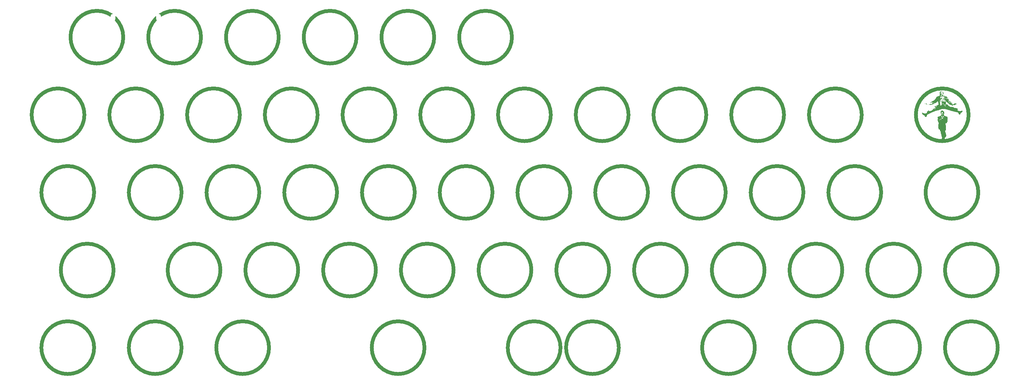
<source format=gbr>
%TF.GenerationSoftware,KiCad,Pcbnew,8.0.8*%
%TF.CreationDate,2025-03-01T16:27:25+01:00*%
%TF.ProjectId,the-nicholas-van revision,7468652d-6e69-4636-986f-6c61732d7661,rev?*%
%TF.SameCoordinates,Original*%
%TF.FileFunction,Legend,Top*%
%TF.FilePolarity,Positive*%
%FSLAX46Y46*%
G04 Gerber Fmt 4.6, Leading zero omitted, Abs format (unit mm)*
G04 Created by KiCad (PCBNEW 8.0.8) date 2025-03-01 16:27:25*
%MOMM*%
%LPD*%
G01*
G04 APERTURE LIST*
%ADD10C,0.900000*%
%ADD11C,0.000000*%
%ADD12C,2.200000*%
%ADD13R,1.700000X1.700000*%
%ADD14O,1.700000X1.700000*%
%ADD15C,1.500000*%
%ADD16O,1.200000X2.250000*%
%ADD17O,1.200000X1.850000*%
G04 APERTURE END LIST*
D10*
%TO.C,SW_EC23*%
X125529500Y-96837500D02*
G75*
G02*
X112595500Y-96837500I-6467000J0D01*
G01*
X112595500Y-96837500D02*
G75*
G02*
X125529500Y-96837500I6467000J0D01*
G01*
%TO.C,SW_EC26*%
X182679500Y-96837500D02*
G75*
G02*
X169745500Y-96837500I-6467000J0D01*
G01*
X169745500Y-96837500D02*
G75*
G02*
X182679500Y-96837500I6467000J0D01*
G01*
%TO.C,SW_EC31*%
X51710750Y-115887500D02*
G75*
G02*
X38776750Y-115887500I-6467000J0D01*
G01*
X38776750Y-115887500D02*
G75*
G02*
X51710750Y-115887500I6467000J0D01*
G01*
%TO.C,SW_EC32*%
X77904500Y-115887500D02*
G75*
G02*
X64970500Y-115887500I-6467000J0D01*
G01*
X64970500Y-115887500D02*
G75*
G02*
X77904500Y-115887500I6467000J0D01*
G01*
%TO.C,SW_EC50*%
X230304500Y-134937500D02*
G75*
G02*
X217370500Y-134937500I-6467000J0D01*
G01*
X217370500Y-134937500D02*
G75*
G02*
X230304500Y-134937500I6467000J0D01*
G01*
%TO.C,SW_EC10*%
X101717000Y-77787500D02*
G75*
G02*
X88783000Y-77787500I-6467000J0D01*
G01*
X88783000Y-77787500D02*
G75*
G02*
X101717000Y-77787500I6467000J0D01*
G01*
%TO.C,SW_EC11*%
X120767000Y-77787500D02*
G75*
G02*
X107833000Y-77787500I-6467000J0D01*
G01*
X107833000Y-77787500D02*
G75*
G02*
X120767000Y-77787500I6467000J0D01*
G01*
%TO.C,SW_EC25*%
X163629500Y-96837500D02*
G75*
G02*
X150695500Y-96837500I-6467000J0D01*
G01*
X150695500Y-96837500D02*
G75*
G02*
X163629500Y-96837500I6467000J0D01*
G01*
%TO.C,SW_EC39*%
X211254500Y-115887500D02*
G75*
G02*
X198320500Y-115887500I-6467000J0D01*
G01*
X198320500Y-115887500D02*
G75*
G02*
X211254500Y-115887500I6467000J0D01*
G01*
%TO.C,SW_EC28*%
X220779500Y-96837500D02*
G75*
G02*
X207845500Y-96837500I-6467000J0D01*
G01*
X207845500Y-96837500D02*
G75*
G02*
X220779500Y-96837500I6467000J0D01*
G01*
%TO.C,SW_EC21*%
X87429500Y-96837500D02*
G75*
G02*
X74495500Y-96837500I-6467000J0D01*
G01*
X74495500Y-96837500D02*
G75*
G02*
X87429500Y-96837500I6467000J0D01*
G01*
%TO.C,SW_EC9*%
X82667000Y-77787500D02*
G75*
G02*
X69733000Y-77787500I-6467000J0D01*
G01*
X69733000Y-77787500D02*
G75*
G02*
X82667000Y-77787500I6467000J0D01*
G01*
%TO.C,SW_EC52*%
X268404500Y-134937500D02*
G75*
G02*
X255470500Y-134937500I-6467000J0D01*
G01*
X255470500Y-134937500D02*
G75*
G02*
X268404500Y-134937500I6467000J0D01*
G01*
%TO.C,SW_EC7*%
X44567000Y-77787500D02*
G75*
G02*
X31633000Y-77787500I-6467000J0D01*
G01*
X31633000Y-77787500D02*
G75*
G02*
X44567000Y-77787500I6467000J0D01*
G01*
%TO.C,SW_EC35*%
X135054500Y-115887500D02*
G75*
G02*
X122120500Y-115887500I-6467000J0D01*
G01*
X122120500Y-115887500D02*
G75*
G02*
X135054500Y-115887500I6467000J0D01*
G01*
%TO.C,SW_EC19*%
X46948250Y-96837500D02*
G75*
G02*
X34014250Y-96837500I-6467000J0D01*
G01*
X34014250Y-96837500D02*
G75*
G02*
X46948250Y-96837500I6467000J0D01*
G01*
%TO.C,SW_EC34*%
X116004500Y-115887500D02*
G75*
G02*
X103070500Y-115887500I-6467000J0D01*
G01*
X103070500Y-115887500D02*
G75*
G02*
X116004500Y-115887500I6467000J0D01*
G01*
%TO.C,SW_EC4*%
X111242000Y-58737500D02*
G75*
G02*
X98308000Y-58737500I-6467000J0D01*
G01*
X98308000Y-58737500D02*
G75*
G02*
X111242000Y-58737500I6467000J0D01*
G01*
%TO.C,SW_EC37*%
X173154500Y-115887500D02*
G75*
G02*
X160220500Y-115887500I-6467000J0D01*
G01*
X160220500Y-115887500D02*
G75*
G02*
X173154500Y-115887500I6467000J0D01*
G01*
%TO.C,SW_EC38*%
X192204500Y-115887500D02*
G75*
G02*
X179270500Y-115887500I-6467000J0D01*
G01*
X179270500Y-115887500D02*
G75*
G02*
X192204500Y-115887500I6467000J0D01*
G01*
%TO.C,SW_EC16*%
X216017000Y-77787500D02*
G75*
G02*
X203083000Y-77787500I-6467000J0D01*
G01*
X203083000Y-77787500D02*
G75*
G02*
X216017000Y-77787500I6467000J0D01*
G01*
%TO.C,SW_EC5*%
X130292000Y-58737500D02*
G75*
G02*
X117358000Y-58737500I-6467000J0D01*
G01*
X117358000Y-58737500D02*
G75*
G02*
X130292000Y-58737500I6467000J0D01*
G01*
%TO.C,SW_EC43*%
X46948250Y-134937500D02*
G75*
G02*
X34014250Y-134937500I-6467000J0D01*
G01*
X34014250Y-134937500D02*
G75*
G02*
X46948250Y-134937500I6467000J0D01*
G01*
%TO.C,SW_EC29*%
X239829500Y-96837500D02*
G75*
G02*
X226895500Y-96837500I-6467000J0D01*
G01*
X226895500Y-96837500D02*
G75*
G02*
X239829500Y-96837500I6467000J0D01*
G01*
%TO.C,SW_EC42*%
X268404500Y-115887500D02*
G75*
G02*
X255470500Y-115887500I-6467000J0D01*
G01*
X255470500Y-115887500D02*
G75*
G02*
X268404500Y-115887500I6467000J0D01*
G01*
%TO.C,SW_EC30*%
X263642000Y-96837500D02*
G75*
G02*
X250708000Y-96837500I-6467000J0D01*
G01*
X250708000Y-96837500D02*
G75*
G02*
X263642000Y-96837500I6467000J0D01*
G01*
%TO.C,SW_EC2*%
X73142000Y-58737500D02*
G75*
G02*
X60208000Y-58737500I-6467000J0D01*
G01*
X60208000Y-58737500D02*
G75*
G02*
X73142000Y-58737500I6467000J0D01*
G01*
%TO.C,SW_EC20*%
X68379500Y-96837500D02*
G75*
G02*
X55445500Y-96837500I-6467000J0D01*
G01*
X55445500Y-96837500D02*
G75*
G02*
X68379500Y-96837500I6467000J0D01*
G01*
%TO.C,SW_EC12*%
X139817000Y-77787500D02*
G75*
G02*
X126883000Y-77787500I-6467000J0D01*
G01*
X126883000Y-77787500D02*
G75*
G02*
X139817000Y-77787500I6467000J0D01*
G01*
%TO.C,SW_EC36*%
X154104500Y-115887500D02*
G75*
G02*
X141170500Y-115887500I-6467000J0D01*
G01*
X141170500Y-115887500D02*
G75*
G02*
X154104500Y-115887500I6467000J0D01*
G01*
%TO.C,SW_EC17*%
X235067000Y-77787500D02*
G75*
G02*
X222133000Y-77787500I-6467000J0D01*
G01*
X222133000Y-77787500D02*
G75*
G02*
X235067000Y-77787500I6467000J0D01*
G01*
%TO.C,SW_EC13*%
X158867000Y-77787500D02*
G75*
G02*
X145933000Y-77787500I-6467000J0D01*
G01*
X145933000Y-77787500D02*
G75*
G02*
X158867000Y-77787500I6467000J0D01*
G01*
%TO.C,SW_EC3*%
X92192000Y-58737500D02*
G75*
G02*
X79258000Y-58737500I-6467000J0D01*
G01*
X79258000Y-58737500D02*
G75*
G02*
X92192000Y-58737500I6467000J0D01*
G01*
%TO.C,SW_EC14*%
X177917000Y-77787500D02*
G75*
G02*
X164983000Y-77787500I-6467000J0D01*
G01*
X164983000Y-77787500D02*
G75*
G02*
X177917000Y-77787500I6467000J0D01*
G01*
%TO.C,SW_EC49*%
X208873250Y-134937500D02*
G75*
G02*
X195939250Y-134937500I-6467000J0D01*
G01*
X195939250Y-134937500D02*
G75*
G02*
X208873250Y-134937500I6467000J0D01*
G01*
%TO.C,SW_EC41*%
X249354500Y-115887500D02*
G75*
G02*
X236420500Y-115887500I-6467000J0D01*
G01*
X236420500Y-115887500D02*
G75*
G02*
X249354500Y-115887500I6467000J0D01*
G01*
%TO.C,SW_EC47*%
X161248250Y-134937500D02*
G75*
G02*
X148314250Y-134937500I-6467000J0D01*
G01*
X148314250Y-134937500D02*
G75*
G02*
X161248250Y-134937500I6467000J0D01*
G01*
%TO.C,SW_EC48*%
X175535750Y-134937500D02*
G75*
G02*
X162601750Y-134937500I-6467000J0D01*
G01*
X162601750Y-134937500D02*
G75*
G02*
X175535750Y-134937500I6467000J0D01*
G01*
%TO.C,SW_EC40*%
X230304500Y-115887500D02*
G75*
G02*
X217370500Y-115887500I-6467000J0D01*
G01*
X217370500Y-115887500D02*
G75*
G02*
X230304500Y-115887500I6467000J0D01*
G01*
%TO.C,SW_EC45*%
X89810750Y-134937500D02*
G75*
G02*
X76876750Y-134937500I-6467000J0D01*
G01*
X76876750Y-134937500D02*
G75*
G02*
X89810750Y-134937500I6467000J0D01*
G01*
%TO.C,SW_EC24*%
X144579500Y-96837500D02*
G75*
G02*
X131645500Y-96837500I-6467000J0D01*
G01*
X131645500Y-96837500D02*
G75*
G02*
X144579500Y-96837500I6467000J0D01*
G01*
%TO.C,SW_EC6*%
X149342000Y-58737500D02*
G75*
G02*
X136408000Y-58737500I-6467000J0D01*
G01*
X136408000Y-58737500D02*
G75*
G02*
X149342000Y-58737500I6467000J0D01*
G01*
%TO.C,SW_EC27*%
X201729500Y-96837500D02*
G75*
G02*
X188795500Y-96837500I-6467000J0D01*
G01*
X188795500Y-96837500D02*
G75*
G02*
X201729500Y-96837500I6467000J0D01*
G01*
%TO.C,SW_EC22*%
X106479500Y-96837500D02*
G75*
G02*
X93545500Y-96837500I-6467000J0D01*
G01*
X93545500Y-96837500D02*
G75*
G02*
X106479500Y-96837500I6467000J0D01*
G01*
D11*
%TO.C,G\u002A\u002A\u002A*%
G36*
X251647822Y-76814343D02*
G01*
X251641702Y-76820463D01*
X251635581Y-76814343D01*
X251641702Y-76808222D01*
X251647822Y-76814343D01*
G37*
G36*
X251684545Y-74880271D02*
G01*
X251678424Y-74886391D01*
X251672304Y-74880271D01*
X251678424Y-74874150D01*
X251684545Y-74880271D01*
G37*
G36*
X251745750Y-74941475D02*
G01*
X251739629Y-74947596D01*
X251733509Y-74941475D01*
X251739629Y-74935355D01*
X251745750Y-74941475D01*
G37*
G36*
X251757991Y-74880271D02*
G01*
X251751870Y-74886391D01*
X251745750Y-74880271D01*
X251751870Y-74874150D01*
X251757991Y-74880271D01*
G37*
G36*
X251770232Y-75014921D02*
G01*
X251764111Y-75021042D01*
X251757991Y-75014921D01*
X251764111Y-75008801D01*
X251770232Y-75014921D01*
G37*
G36*
X251831437Y-75125090D02*
G01*
X251825316Y-75131210D01*
X251819196Y-75125090D01*
X251825316Y-75118969D01*
X251831437Y-75125090D01*
G37*
G36*
X251843677Y-75149572D02*
G01*
X251837557Y-75155692D01*
X251831437Y-75149572D01*
X251837557Y-75143451D01*
X251843677Y-75149572D01*
G37*
G36*
X251855918Y-76789861D02*
G01*
X251849798Y-76795981D01*
X251843677Y-76789861D01*
X251849798Y-76783740D01*
X251855918Y-76789861D01*
G37*
G36*
X251868159Y-75076126D02*
G01*
X251862039Y-75082246D01*
X251855918Y-75076126D01*
X251862039Y-75070006D01*
X251868159Y-75076126D01*
G37*
G36*
X251892641Y-74990439D02*
G01*
X251886521Y-74996560D01*
X251880400Y-74990439D01*
X251886521Y-74984319D01*
X251892641Y-74990439D01*
G37*
G36*
X251892641Y-75063885D02*
G01*
X251886521Y-75070006D01*
X251880400Y-75063885D01*
X251886521Y-75057765D01*
X251892641Y-75063885D01*
G37*
G36*
X251892641Y-75112849D02*
G01*
X251886521Y-75118969D01*
X251880400Y-75112849D01*
X251886521Y-75106728D01*
X251892641Y-75112849D01*
G37*
G36*
X251904882Y-75088367D02*
G01*
X251898762Y-75094487D01*
X251892641Y-75088367D01*
X251898762Y-75082246D01*
X251904882Y-75088367D01*
G37*
G36*
X251904882Y-75149572D02*
G01*
X251898762Y-75155692D01*
X251892641Y-75149572D01*
X251898762Y-75143451D01*
X251904882Y-75149572D01*
G37*
G36*
X251929364Y-74904753D02*
G01*
X251923244Y-74910873D01*
X251917123Y-74904753D01*
X251923244Y-74898632D01*
X251929364Y-74904753D01*
G37*
G36*
X251929364Y-76728656D02*
G01*
X251923244Y-76734777D01*
X251917123Y-76728656D01*
X251923244Y-76722536D01*
X251929364Y-76728656D01*
G37*
G36*
X251929364Y-76826584D02*
G01*
X251923244Y-76832704D01*
X251917123Y-76826584D01*
X251923244Y-76820463D01*
X251929364Y-76826584D01*
G37*
G36*
X251941605Y-74880271D02*
G01*
X251935485Y-74886391D01*
X251929364Y-74880271D01*
X251935485Y-74874150D01*
X251941605Y-74880271D01*
G37*
G36*
X251941605Y-75088367D02*
G01*
X251935485Y-75094487D01*
X251929364Y-75088367D01*
X251935485Y-75082246D01*
X251941605Y-75088367D01*
G37*
G36*
X251966087Y-75112849D02*
G01*
X251959967Y-75118969D01*
X251953846Y-75112849D01*
X251959967Y-75106728D01*
X251966087Y-75112849D01*
G37*
G36*
X251978328Y-74929234D02*
G01*
X251972208Y-74935355D01*
X251966087Y-74929234D01*
X251972208Y-74923114D01*
X251978328Y-74929234D01*
G37*
G36*
X251990569Y-74843548D02*
G01*
X251984449Y-74849668D01*
X251978328Y-74843548D01*
X251984449Y-74837427D01*
X251990569Y-74843548D01*
G37*
G36*
X252002810Y-75137331D02*
G01*
X251996690Y-75143451D01*
X251990569Y-75137331D01*
X251996690Y-75131210D01*
X252002810Y-75137331D01*
G37*
G36*
X252039533Y-75027162D02*
G01*
X252033412Y-75033283D01*
X252027292Y-75027162D01*
X252033412Y-75021042D01*
X252039533Y-75027162D01*
G37*
G36*
X252039533Y-75076126D02*
G01*
X252033412Y-75082246D01*
X252027292Y-75076126D01*
X252033412Y-75070006D01*
X252039533Y-75076126D01*
G37*
G36*
X252051774Y-76557283D02*
G01*
X252045653Y-76563403D01*
X252039533Y-76557283D01*
X252045653Y-76551162D01*
X252051774Y-76557283D01*
G37*
G36*
X252076256Y-74892512D02*
G01*
X252070135Y-74898632D01*
X252064015Y-74892512D01*
X252070135Y-74886391D01*
X252076256Y-74892512D01*
G37*
G36*
X252088497Y-74794584D02*
G01*
X252082376Y-74800704D01*
X252076256Y-74794584D01*
X252082376Y-74788463D01*
X252088497Y-74794584D01*
G37*
G36*
X252088497Y-74855789D02*
G01*
X252082376Y-74861909D01*
X252076256Y-74855789D01*
X252082376Y-74849668D01*
X252088497Y-74855789D01*
G37*
G36*
X252125220Y-74916993D02*
G01*
X252119099Y-74923114D01*
X252112979Y-74916993D01*
X252119099Y-74910873D01*
X252125220Y-74916993D01*
G37*
G36*
X252125220Y-76606246D02*
G01*
X252119099Y-76612367D01*
X252112979Y-76606246D01*
X252119099Y-76600126D01*
X252125220Y-76606246D01*
G37*
G36*
X252137461Y-74868030D02*
G01*
X252131340Y-74874150D01*
X252125220Y-74868030D01*
X252131340Y-74861909D01*
X252137461Y-74868030D01*
G37*
G36*
X252149702Y-76630728D02*
G01*
X252143581Y-76636849D01*
X252137461Y-76630728D01*
X252143581Y-76624608D01*
X252149702Y-76630728D01*
G37*
G36*
X252174183Y-74745620D02*
G01*
X252168063Y-74751740D01*
X252161943Y-74745620D01*
X252168063Y-74739500D01*
X252174183Y-74745620D01*
G37*
G36*
X252174183Y-76642969D02*
G01*
X252168063Y-76649090D01*
X252161943Y-76642969D01*
X252168063Y-76636849D01*
X252174183Y-76642969D01*
G37*
G36*
X252186424Y-75027162D02*
G01*
X252180304Y-75033283D01*
X252174183Y-75027162D01*
X252180304Y-75021042D01*
X252186424Y-75027162D01*
G37*
G36*
X252210906Y-75063885D02*
G01*
X252204786Y-75070006D01*
X252198665Y-75063885D01*
X252204786Y-75057765D01*
X252210906Y-75063885D01*
G37*
G36*
X252223147Y-74770102D02*
G01*
X252217027Y-74776222D01*
X252210906Y-74770102D01*
X252217027Y-74763981D01*
X252223147Y-74770102D01*
G37*
G36*
X252223147Y-75088367D02*
G01*
X252217027Y-75094487D01*
X252210906Y-75088367D01*
X252217027Y-75082246D01*
X252223147Y-75088367D01*
G37*
G36*
X252223147Y-76606246D02*
G01*
X252217027Y-76612367D01*
X252210906Y-76606246D01*
X252217027Y-76600126D01*
X252223147Y-76606246D01*
G37*
G36*
X252235388Y-74733379D02*
G01*
X252229268Y-74739500D01*
X252223147Y-74733379D01*
X252229268Y-74727259D01*
X252235388Y-74733379D01*
G37*
G36*
X252247629Y-74929234D02*
G01*
X252241509Y-74935355D01*
X252235388Y-74929234D01*
X252241509Y-74923114D01*
X252247629Y-74929234D01*
G37*
G36*
X252247629Y-76667451D02*
G01*
X252241509Y-76673572D01*
X252235388Y-76667451D01*
X252241509Y-76661331D01*
X252247629Y-76667451D01*
G37*
G36*
X252308834Y-76569524D02*
G01*
X252302714Y-76575644D01*
X252296593Y-76569524D01*
X252302714Y-76563403D01*
X252308834Y-76569524D01*
G37*
G36*
X252333316Y-76545042D02*
G01*
X252327196Y-76551162D01*
X252321075Y-76545042D01*
X252327196Y-76538921D01*
X252333316Y-76545042D01*
G37*
G36*
X252357798Y-74806825D02*
G01*
X252351677Y-74812945D01*
X252345557Y-74806825D01*
X252351677Y-74800704D01*
X252357798Y-74806825D01*
G37*
G36*
X252357798Y-76569524D02*
G01*
X252351677Y-76575644D01*
X252345557Y-76569524D01*
X252351677Y-76563403D01*
X252357798Y-76569524D01*
G37*
G36*
X252382280Y-76447114D02*
G01*
X252376159Y-76453234D01*
X252370039Y-76447114D01*
X252376159Y-76440993D01*
X252382280Y-76447114D01*
G37*
G36*
X252406762Y-74782343D02*
G01*
X252400641Y-74788463D01*
X252394521Y-74782343D01*
X252400641Y-74776222D01*
X252406762Y-74782343D01*
G37*
G36*
X252406762Y-75027162D02*
G01*
X252400641Y-75033283D01*
X252394521Y-75027162D01*
X252400641Y-75021042D01*
X252406762Y-75027162D01*
G37*
G36*
X252406762Y-76422632D02*
G01*
X252400641Y-76428753D01*
X252394521Y-76422632D01*
X252400641Y-76416512D01*
X252406762Y-76422632D01*
G37*
G36*
X252455726Y-76373668D02*
G01*
X252449605Y-76379789D01*
X252443485Y-76373668D01*
X252449605Y-76367548D01*
X252455726Y-76373668D01*
G37*
G36*
X252455726Y-76422632D02*
G01*
X252449605Y-76428753D01*
X252443485Y-76422632D01*
X252449605Y-76416512D01*
X252455726Y-76422632D01*
G37*
G36*
X252455726Y-76459355D02*
G01*
X252449605Y-76465475D01*
X252443485Y-76459355D01*
X252449605Y-76453234D01*
X252455726Y-76459355D01*
G37*
G36*
X252480208Y-74892512D02*
G01*
X252474087Y-74898632D01*
X252467967Y-74892512D01*
X252474087Y-74886391D01*
X252480208Y-74892512D01*
G37*
G36*
X252480208Y-76398150D02*
G01*
X252474087Y-76404271D01*
X252467967Y-76398150D01*
X252474087Y-76392030D01*
X252480208Y-76398150D01*
G37*
G36*
X252504690Y-76422632D02*
G01*
X252498569Y-76428753D01*
X252492449Y-76422632D01*
X252498569Y-76416512D01*
X252504690Y-76422632D01*
G37*
G36*
X252516930Y-76349186D02*
G01*
X252510810Y-76355307D01*
X252504690Y-76349186D01*
X252510810Y-76343066D01*
X252516930Y-76349186D01*
G37*
G36*
X252553653Y-74904753D02*
G01*
X252547533Y-74910873D01*
X252541412Y-74904753D01*
X252547533Y-74898632D01*
X252553653Y-74904753D01*
G37*
G36*
X252639340Y-74941475D02*
G01*
X252633220Y-74947596D01*
X252627099Y-74941475D01*
X252633220Y-74935355D01*
X252639340Y-74941475D01*
G37*
G36*
X252651581Y-74868030D02*
G01*
X252645461Y-74874150D01*
X252639340Y-74868030D01*
X252645461Y-74861909D01*
X252651581Y-74868030D01*
G37*
G36*
X252676063Y-74892512D02*
G01*
X252669943Y-74898632D01*
X252663822Y-74892512D01*
X252669943Y-74886391D01*
X252676063Y-74892512D01*
G37*
G36*
X252859677Y-76226777D02*
G01*
X252853557Y-76232897D01*
X252847437Y-76226777D01*
X252853557Y-76220656D01*
X252859677Y-76226777D01*
G37*
G36*
X252871918Y-76177813D02*
G01*
X252865798Y-76183933D01*
X252859677Y-76177813D01*
X252865798Y-76171692D01*
X252871918Y-76177813D01*
G37*
G36*
X253055533Y-76177813D02*
G01*
X253049412Y-76183933D01*
X253043292Y-76177813D01*
X253049412Y-76171692D01*
X253055533Y-76177813D01*
G37*
G36*
X253373798Y-75553524D02*
G01*
X253367677Y-75559644D01*
X253361557Y-75553524D01*
X253367677Y-75547403D01*
X253373798Y-75553524D01*
G37*
G36*
X253386039Y-75798343D02*
G01*
X253379918Y-75804463D01*
X253373798Y-75798343D01*
X253379918Y-75792222D01*
X253386039Y-75798343D01*
G37*
G36*
X254940641Y-73790825D02*
G01*
X254934521Y-73796945D01*
X254928400Y-73790825D01*
X254934521Y-73784704D01*
X254940641Y-73790825D01*
G37*
G36*
X254952882Y-77463114D02*
G01*
X254946762Y-77469234D01*
X254940641Y-77463114D01*
X254946762Y-77456993D01*
X254952882Y-77463114D01*
G37*
G36*
X255001846Y-74647692D02*
G01*
X254995726Y-74653813D01*
X254989605Y-74647692D01*
X254995726Y-74641572D01*
X255001846Y-74647692D01*
G37*
G36*
X255038569Y-74133572D02*
G01*
X255032449Y-74139692D01*
X255026328Y-74133572D01*
X255032449Y-74127451D01*
X255038569Y-74133572D01*
G37*
G36*
X255075292Y-73374632D02*
G01*
X255069171Y-73380753D01*
X255063051Y-73374632D01*
X255069171Y-73368512D01*
X255075292Y-73374632D01*
G37*
G36*
X255099774Y-73460319D02*
G01*
X255093653Y-73466439D01*
X255087533Y-73460319D01*
X255093653Y-73454198D01*
X255099774Y-73460319D01*
G37*
G36*
X255099774Y-73570487D02*
G01*
X255093653Y-73576608D01*
X255087533Y-73570487D01*
X255093653Y-73564367D01*
X255099774Y-73570487D01*
G37*
G36*
X255099774Y-74304945D02*
G01*
X255093653Y-74311066D01*
X255087533Y-74304945D01*
X255093653Y-74298825D01*
X255099774Y-74304945D01*
G37*
G36*
X255112015Y-73484801D02*
G01*
X255105894Y-73490921D01*
X255099774Y-73484801D01*
X255105894Y-73478680D01*
X255112015Y-73484801D01*
G37*
G36*
X255124256Y-73521524D02*
G01*
X255118135Y-73527644D01*
X255112015Y-73521524D01*
X255118135Y-73515403D01*
X255124256Y-73521524D01*
G37*
G36*
X255124256Y-74415114D02*
G01*
X255118135Y-74421234D01*
X255112015Y-74415114D01*
X255118135Y-74408993D01*
X255124256Y-74415114D01*
G37*
G36*
X255136497Y-73374632D02*
G01*
X255130376Y-73380753D01*
X255124256Y-73374632D01*
X255130376Y-73368512D01*
X255136497Y-73374632D01*
G37*
G36*
X255136497Y-73448078D02*
G01*
X255130376Y-73454198D01*
X255124256Y-73448078D01*
X255130376Y-73441957D01*
X255136497Y-73448078D01*
G37*
G36*
X255148738Y-73484801D02*
G01*
X255142617Y-73490921D01*
X255136497Y-73484801D01*
X255142617Y-73478680D01*
X255148738Y-73484801D01*
G37*
G36*
X255148738Y-73509283D02*
G01*
X255142617Y-73515403D01*
X255136497Y-73509283D01*
X255142617Y-73503162D01*
X255148738Y-73509283D01*
G37*
G36*
X255148738Y-73582728D02*
G01*
X255142617Y-73588849D01*
X255136497Y-73582728D01*
X255142617Y-73576608D01*
X255148738Y-73582728D01*
G37*
G36*
X255148738Y-74243740D02*
G01*
X255142617Y-74249861D01*
X255136497Y-74243740D01*
X255142617Y-74237620D01*
X255148738Y-74243740D01*
G37*
G36*
X255160979Y-73203259D02*
G01*
X255154858Y-73209379D01*
X255148738Y-73203259D01*
X255154858Y-73197138D01*
X255160979Y-73203259D01*
G37*
G36*
X255160979Y-73435837D02*
G01*
X255154858Y-73441957D01*
X255148738Y-73435837D01*
X255154858Y-73429716D01*
X255160979Y-73435837D01*
G37*
G36*
X255160979Y-73766343D02*
G01*
X255154858Y-73772463D01*
X255148738Y-73766343D01*
X255154858Y-73760222D01*
X255160979Y-73766343D01*
G37*
G36*
X255160979Y-74158054D02*
G01*
X255154858Y-74164174D01*
X255148738Y-74158054D01*
X255154858Y-74151933D01*
X255160979Y-74158054D01*
G37*
G36*
X255185461Y-73497042D02*
G01*
X255179340Y-73503162D01*
X255173220Y-73497042D01*
X255179340Y-73490921D01*
X255185461Y-73497042D01*
G37*
G36*
X255185461Y-74182536D02*
G01*
X255179340Y-74188656D01*
X255173220Y-74182536D01*
X255179340Y-74176415D01*
X255185461Y-74182536D01*
G37*
G36*
X255197702Y-73460319D02*
G01*
X255191581Y-73466439D01*
X255185461Y-73460319D01*
X255191581Y-73454198D01*
X255197702Y-73460319D01*
G37*
G36*
X255197702Y-73570487D02*
G01*
X255191581Y-73576608D01*
X255185461Y-73570487D01*
X255191581Y-73564367D01*
X255197702Y-73570487D01*
G37*
G36*
X255209943Y-73239981D02*
G01*
X255203822Y-73246102D01*
X255197702Y-73239981D01*
X255203822Y-73233861D01*
X255209943Y-73239981D01*
G37*
G36*
X255209943Y-73386873D02*
G01*
X255203822Y-73392993D01*
X255197702Y-73386873D01*
X255203822Y-73380753D01*
X255209943Y-73386873D01*
G37*
G36*
X255209943Y-74060126D02*
G01*
X255203822Y-74066246D01*
X255197702Y-74060126D01*
X255203822Y-74054006D01*
X255209943Y-74060126D01*
G37*
G36*
X255222183Y-73521524D02*
G01*
X255216063Y-73527644D01*
X255209943Y-73521524D01*
X255216063Y-73515403D01*
X255222183Y-73521524D01*
G37*
G36*
X255234424Y-73448078D02*
G01*
X255228304Y-73454198D01*
X255222183Y-73448078D01*
X255228304Y-73441957D01*
X255234424Y-73448078D01*
G37*
G36*
X255271147Y-74158054D02*
G01*
X255265027Y-74164174D01*
X255258906Y-74158054D01*
X255265027Y-74151933D01*
X255271147Y-74158054D01*
G37*
G36*
X255283388Y-73411355D02*
G01*
X255277268Y-73417475D01*
X255271147Y-73411355D01*
X255277268Y-73405234D01*
X255283388Y-73411355D01*
G37*
G36*
X255283388Y-73509283D02*
G01*
X255277268Y-73515403D01*
X255271147Y-73509283D01*
X255277268Y-73503162D01*
X255283388Y-73509283D01*
G37*
G36*
X255295629Y-73288945D02*
G01*
X255289509Y-73295066D01*
X255283388Y-73288945D01*
X255289509Y-73282825D01*
X255295629Y-73288945D01*
G37*
G36*
X255295629Y-73680656D02*
G01*
X255289509Y-73686777D01*
X255283388Y-73680656D01*
X255289509Y-73674536D01*
X255295629Y-73680656D01*
G37*
G36*
X255332352Y-73374632D02*
G01*
X255326232Y-73380753D01*
X255320111Y-73374632D01*
X255326232Y-73368512D01*
X255332352Y-73374632D01*
G37*
G36*
X255381316Y-73386873D02*
G01*
X255375196Y-73392993D01*
X255369075Y-73386873D01*
X255375196Y-73380753D01*
X255381316Y-73386873D01*
G37*
G36*
X255577171Y-73582728D02*
G01*
X255571051Y-73588849D01*
X255564930Y-73582728D01*
X255571051Y-73576608D01*
X255577171Y-73582728D01*
G37*
G36*
X255601653Y-73337909D02*
G01*
X255595533Y-73344030D01*
X255589412Y-73337909D01*
X255595533Y-73331789D01*
X255601653Y-73337909D01*
G37*
G36*
X255601653Y-73582728D02*
G01*
X255595533Y-73588849D01*
X255589412Y-73582728D01*
X255595533Y-73576608D01*
X255601653Y-73582728D01*
G37*
G36*
X255662858Y-73692897D02*
G01*
X255656738Y-73699018D01*
X255650617Y-73692897D01*
X255656738Y-73686777D01*
X255662858Y-73692897D01*
G37*
G36*
X255834232Y-73264463D02*
G01*
X255828111Y-73270584D01*
X255821991Y-73264463D01*
X255828111Y-73258343D01*
X255834232Y-73264463D01*
G37*
G36*
X255907677Y-73362391D02*
G01*
X255901557Y-73368512D01*
X255895437Y-73362391D01*
X255901557Y-73356271D01*
X255907677Y-73362391D01*
G37*
G36*
X255932159Y-73705138D02*
G01*
X255926039Y-73711259D01*
X255919918Y-73705138D01*
X255926039Y-73699018D01*
X255932159Y-73705138D01*
G37*
G36*
X256556449Y-74366150D02*
G01*
X256550328Y-74372271D01*
X256544208Y-74366150D01*
X256550328Y-74360030D01*
X256556449Y-74366150D01*
G37*
G36*
X256580930Y-74366150D02*
G01*
X256574810Y-74372271D01*
X256568690Y-74366150D01*
X256574810Y-74360030D01*
X256580930Y-74366150D01*
G37*
G36*
X257119533Y-74770102D02*
G01*
X257113412Y-74776222D01*
X257107292Y-74770102D01*
X257113412Y-74763981D01*
X257119533Y-74770102D01*
G37*
G36*
X257156256Y-74929234D02*
G01*
X257150135Y-74935355D01*
X257144015Y-74929234D01*
X257150135Y-74923114D01*
X257156256Y-74929234D01*
G37*
G36*
X257192979Y-75027162D02*
G01*
X257186858Y-75033283D01*
X257180738Y-75027162D01*
X257186858Y-75021042D01*
X257192979Y-75027162D01*
G37*
G36*
X257254183Y-75039403D02*
G01*
X257248063Y-75045524D01*
X257241943Y-75039403D01*
X257248063Y-75033283D01*
X257254183Y-75039403D01*
G37*
G36*
X251729428Y-74878230D02*
G01*
X251727748Y-74885508D01*
X251721268Y-74886391D01*
X251711192Y-74881912D01*
X251713107Y-74878230D01*
X251727634Y-74876765D01*
X251729428Y-74878230D01*
G37*
G36*
X251753910Y-74902712D02*
G01*
X251752230Y-74909990D01*
X251745750Y-74910873D01*
X251735674Y-74906394D01*
X251737589Y-74902712D01*
X251752116Y-74901247D01*
X251753910Y-74902712D01*
G37*
G36*
X251778392Y-76775580D02*
G01*
X251776712Y-76782857D01*
X251770232Y-76783740D01*
X251760156Y-76779262D01*
X251762071Y-76775580D01*
X251776598Y-76774115D01*
X251778392Y-76775580D01*
G37*
G36*
X251790633Y-76922471D02*
G01*
X251788953Y-76929749D01*
X251782473Y-76930632D01*
X251772397Y-76926153D01*
X251774312Y-76922471D01*
X251788839Y-76921006D01*
X251790633Y-76922471D01*
G37*
G36*
X251802874Y-74914953D02*
G01*
X251804339Y-74929480D01*
X251802874Y-74931275D01*
X251795597Y-74929594D01*
X251794714Y-74923114D01*
X251799192Y-74913038D01*
X251802874Y-74914953D01*
G37*
G36*
X251815115Y-75098568D02*
G01*
X251813435Y-75105845D01*
X251806955Y-75106728D01*
X251796879Y-75102250D01*
X251798794Y-75098568D01*
X251813321Y-75097103D01*
X251815115Y-75098568D01*
G37*
G36*
X251815115Y-76763339D02*
G01*
X251813435Y-76770616D01*
X251806955Y-76771500D01*
X251796879Y-76767021D01*
X251798794Y-76763339D01*
X251813321Y-76761874D01*
X251815115Y-76763339D01*
G37*
G36*
X251876320Y-75147532D02*
G01*
X251874640Y-75154809D01*
X251868159Y-75155692D01*
X251858084Y-75151213D01*
X251859999Y-75147532D01*
X251874526Y-75146067D01*
X251876320Y-75147532D01*
G37*
G36*
X251925284Y-74853748D02*
G01*
X251923604Y-74861026D01*
X251917123Y-74861909D01*
X251907048Y-74857430D01*
X251908963Y-74853748D01*
X251923490Y-74852283D01*
X251925284Y-74853748D01*
G37*
G36*
X251925284Y-75110809D02*
G01*
X251923604Y-75118086D01*
X251917123Y-75118969D01*
X251907048Y-75114491D01*
X251908963Y-75110809D01*
X251923490Y-75109344D01*
X251925284Y-75110809D01*
G37*
G36*
X251962007Y-74902712D02*
G01*
X251960326Y-74909990D01*
X251953846Y-74910873D01*
X251943770Y-74906394D01*
X251945685Y-74902712D01*
X251960213Y-74901247D01*
X251962007Y-74902712D01*
G37*
G36*
X251962007Y-76665411D02*
G01*
X251960326Y-76672688D01*
X251953846Y-76673572D01*
X251943770Y-76669093D01*
X251945685Y-76665411D01*
X251960213Y-76663946D01*
X251962007Y-76665411D01*
G37*
G36*
X251974248Y-75135291D02*
G01*
X251972567Y-75142568D01*
X251966087Y-75143451D01*
X251956011Y-75138973D01*
X251957926Y-75135291D01*
X251972454Y-75133826D01*
X251974248Y-75135291D01*
G37*
G36*
X252072175Y-76738857D02*
G01*
X252070495Y-76746134D01*
X252064015Y-76747018D01*
X252053939Y-76742539D01*
X252055854Y-76738857D01*
X252070381Y-76737392D01*
X252072175Y-76738857D01*
G37*
G36*
X252096657Y-75098568D02*
G01*
X252094977Y-75105845D01*
X252088497Y-75106728D01*
X252078421Y-75102250D01*
X252080336Y-75098568D01*
X252094863Y-75097103D01*
X252096657Y-75098568D01*
G37*
G36*
X252108898Y-74878230D02*
G01*
X252107218Y-74885508D01*
X252100738Y-74886391D01*
X252090662Y-74881912D01*
X252092577Y-74878230D01*
X252107104Y-74876765D01*
X252108898Y-74878230D01*
G37*
G36*
X252121139Y-75086327D02*
G01*
X252122604Y-75100854D01*
X252121139Y-75102648D01*
X252113862Y-75100968D01*
X252112979Y-75094487D01*
X252117457Y-75084412D01*
X252121139Y-75086327D01*
G37*
G36*
X252145621Y-74768062D02*
G01*
X252143941Y-74775339D01*
X252137461Y-74776222D01*
X252127385Y-74771744D01*
X252129300Y-74768062D01*
X252143827Y-74766597D01*
X252145621Y-74768062D01*
G37*
G36*
X252243549Y-75049604D02*
G01*
X252241869Y-75056881D01*
X252235388Y-75057765D01*
X252225313Y-75053286D01*
X252227228Y-75049604D01*
X252241755Y-75048139D01*
X252243549Y-75049604D01*
G37*
G36*
X252255790Y-76567483D02*
G01*
X252254110Y-76574761D01*
X252247629Y-76575644D01*
X252237554Y-76571165D01*
X252239469Y-76567483D01*
X252253996Y-76566018D01*
X252255790Y-76567483D01*
G37*
G36*
X252280272Y-75049604D02*
G01*
X252278592Y-75056881D01*
X252272111Y-75057765D01*
X252262035Y-75053286D01*
X252263951Y-75049604D01*
X252278478Y-75048139D01*
X252280272Y-75049604D01*
G37*
G36*
X252280272Y-76640929D02*
G01*
X252278592Y-76648206D01*
X252272111Y-76649090D01*
X252262035Y-76644611D01*
X252263951Y-76640929D01*
X252278478Y-76639464D01*
X252280272Y-76640929D01*
G37*
G36*
X252378200Y-74914953D02*
G01*
X252376519Y-74922231D01*
X252370039Y-74923114D01*
X252359963Y-74918635D01*
X252361878Y-74914953D01*
X252376405Y-74913488D01*
X252378200Y-74914953D01*
G37*
G36*
X252818874Y-76224736D02*
G01*
X252817194Y-76232014D01*
X252810714Y-76232897D01*
X252800638Y-76228418D01*
X252802553Y-76224736D01*
X252817080Y-76223271D01*
X252818874Y-76224736D01*
G37*
G36*
X252855597Y-74878230D02*
G01*
X252857062Y-74892758D01*
X252855597Y-74894552D01*
X252848320Y-74892871D01*
X252847437Y-74886391D01*
X252851915Y-74876315D01*
X252855597Y-74878230D01*
G37*
G36*
X254789669Y-73335869D02*
G01*
X254787989Y-73343146D01*
X254781509Y-73344030D01*
X254771433Y-73339551D01*
X254773348Y-73335869D01*
X254787875Y-73334404D01*
X254789669Y-73335869D01*
G37*
G36*
X254997766Y-75025122D02*
G01*
X254996086Y-75032399D01*
X254989605Y-75033283D01*
X254979529Y-75028804D01*
X254981445Y-75025122D01*
X254995972Y-75023657D01*
X254997766Y-75025122D01*
G37*
G36*
X255058971Y-74107050D02*
G01*
X255060436Y-74121577D01*
X255058971Y-74123371D01*
X255051693Y-74121691D01*
X255050810Y-74115210D01*
X255055289Y-74105135D01*
X255058971Y-74107050D01*
G37*
G36*
X255058971Y-74400833D02*
G01*
X255057290Y-74408110D01*
X255050810Y-74408993D01*
X255040734Y-74404515D01*
X255042649Y-74400833D01*
X255057177Y-74399368D01*
X255058971Y-74400833D01*
G37*
G36*
X255071212Y-74339628D02*
G01*
X255072677Y-74354155D01*
X255071212Y-74355949D01*
X255063934Y-74354269D01*
X255063051Y-74347789D01*
X255067530Y-74337713D01*
X255071212Y-74339628D01*
G37*
G36*
X255095694Y-73776544D02*
G01*
X255097159Y-73791071D01*
X255095694Y-73792865D01*
X255088416Y-73791185D01*
X255087533Y-73784704D01*
X255092012Y-73774629D01*
X255095694Y-73776544D01*
G37*
G36*
X255095694Y-74094809D02*
G01*
X255097159Y-74109336D01*
X255095694Y-74111130D01*
X255088416Y-74109450D01*
X255087533Y-74102969D01*
X255092012Y-74092894D01*
X255095694Y-74094809D01*
G37*
G36*
X255132416Y-74290664D02*
G01*
X255130736Y-74297941D01*
X255124256Y-74298825D01*
X255114180Y-74294346D01*
X255116095Y-74290664D01*
X255130622Y-74289199D01*
X255132416Y-74290664D01*
G37*
G36*
X255144657Y-73801026D02*
G01*
X255146122Y-73815553D01*
X255144657Y-73817347D01*
X255137380Y-73815667D01*
X255136497Y-73809186D01*
X255140976Y-73799111D01*
X255144657Y-73801026D01*
G37*
G36*
X255144657Y-74082568D02*
G01*
X255142977Y-74089845D01*
X255136497Y-74090728D01*
X255126421Y-74086250D01*
X255128336Y-74082568D01*
X255142863Y-74081103D01*
X255144657Y-74082568D01*
G37*
G36*
X255169139Y-73458279D02*
G01*
X255170604Y-73472806D01*
X255169139Y-73474600D01*
X255161862Y-73472920D01*
X255160979Y-73466439D01*
X255165457Y-73456364D01*
X255169139Y-73458279D01*
G37*
G36*
X255169139Y-73568447D02*
G01*
X255170604Y-73582974D01*
X255169139Y-73584769D01*
X255161862Y-73583088D01*
X255160979Y-73576608D01*
X255165457Y-73566532D01*
X255169139Y-73568447D01*
G37*
G36*
X255169139Y-73788785D02*
G01*
X255170604Y-73803312D01*
X255169139Y-73805106D01*
X255161862Y-73803426D01*
X255160979Y-73796945D01*
X255165457Y-73786870D01*
X255169139Y-73788785D01*
G37*
G36*
X255193621Y-73641893D02*
G01*
X255191941Y-73649170D01*
X255185461Y-73650054D01*
X255175385Y-73645575D01*
X255177300Y-73641893D01*
X255191827Y-73640428D01*
X255193621Y-73641893D01*
G37*
G36*
X255205862Y-73666375D02*
G01*
X255204182Y-73673652D01*
X255197702Y-73674536D01*
X255187626Y-73670057D01*
X255189541Y-73666375D01*
X255204068Y-73664910D01*
X255205862Y-73666375D01*
G37*
G36*
X255218103Y-73421556D02*
G01*
X255216423Y-73428833D01*
X255209943Y-73429716D01*
X255199867Y-73425238D01*
X255201782Y-73421556D01*
X255216309Y-73420091D01*
X255218103Y-73421556D01*
G37*
G36*
X255230344Y-74009122D02*
G01*
X255228664Y-74016399D01*
X255222183Y-74017283D01*
X255212108Y-74012804D01*
X255214023Y-74009122D01*
X255228550Y-74007657D01*
X255230344Y-74009122D01*
G37*
G36*
X255254826Y-73543965D02*
G01*
X255256291Y-73558493D01*
X255254826Y-73560287D01*
X255247549Y-73558606D01*
X255246665Y-73552126D01*
X255251144Y-73542050D01*
X255254826Y-73543965D01*
G37*
G36*
X255267067Y-73348110D02*
G01*
X255265387Y-73355387D01*
X255258906Y-73356271D01*
X255248831Y-73351792D01*
X255250746Y-73348110D01*
X255265273Y-73346645D01*
X255267067Y-73348110D01*
G37*
G36*
X255267067Y-73470520D02*
G01*
X255268532Y-73485047D01*
X255267067Y-73486841D01*
X255259790Y-73485161D01*
X255258906Y-73478680D01*
X255263385Y-73468605D01*
X255267067Y-73470520D01*
G37*
G36*
X255291549Y-73433797D02*
G01*
X255293014Y-73448324D01*
X255291549Y-73450118D01*
X255284272Y-73448438D01*
X255283388Y-73441957D01*
X255287867Y-73431882D01*
X255291549Y-73433797D01*
G37*
G36*
X255291549Y-73752062D02*
G01*
X255289869Y-73759339D01*
X255283388Y-73760222D01*
X255273313Y-73755744D01*
X255275228Y-73752062D01*
X255289755Y-73750597D01*
X255291549Y-73752062D01*
G37*
G36*
X255303790Y-74266182D02*
G01*
X255302110Y-74273459D01*
X255295629Y-74274343D01*
X255285554Y-74269864D01*
X255287469Y-74266182D01*
X255301996Y-74264717D01*
X255303790Y-74266182D01*
G37*
G36*
X255328272Y-73286905D02*
G01*
X255326592Y-73294182D01*
X255320111Y-73295066D01*
X255310035Y-73290587D01*
X255311951Y-73286905D01*
X255326478Y-73285440D01*
X255328272Y-73286905D01*
G37*
G36*
X255353519Y-73397839D02*
G01*
X255349868Y-73403403D01*
X255337453Y-73404268D01*
X255324391Y-73401279D01*
X255330057Y-73396872D01*
X255349188Y-73395413D01*
X255353519Y-73397839D01*
G37*
G36*
X255413959Y-73384833D02*
G01*
X255412278Y-73392110D01*
X255405798Y-73392993D01*
X255395722Y-73388515D01*
X255397637Y-73384833D01*
X255412164Y-73383368D01*
X255413959Y-73384833D01*
G37*
G36*
X255536368Y-73580688D02*
G01*
X255537833Y-73595215D01*
X255536368Y-73597010D01*
X255529091Y-73595329D01*
X255528208Y-73588849D01*
X255532686Y-73578773D01*
X255536368Y-73580688D01*
G37*
G36*
X255629196Y-73690911D02*
G01*
X255630733Y-73695378D01*
X255613894Y-73697085D01*
X255596517Y-73695161D01*
X255598593Y-73690911D01*
X255623655Y-73689294D01*
X255629196Y-73690911D01*
G37*
G36*
X255634296Y-73311387D02*
G01*
X255632616Y-73318664D01*
X255626135Y-73319548D01*
X255616060Y-73315069D01*
X255617975Y-73311387D01*
X255632502Y-73309922D01*
X255634296Y-73311387D01*
G37*
G36*
X255671019Y-73262423D02*
G01*
X255669339Y-73269700D01*
X255662858Y-73270584D01*
X255652782Y-73266105D01*
X255654698Y-73262423D01*
X255669225Y-73260958D01*
X255671019Y-73262423D01*
G37*
G36*
X255671019Y-73727580D02*
G01*
X255669339Y-73734857D01*
X255662858Y-73735740D01*
X255652782Y-73731262D01*
X255654698Y-73727580D01*
X255669225Y-73726115D01*
X255671019Y-73727580D01*
G37*
G36*
X255879115Y-73372592D02*
G01*
X255880580Y-73387119D01*
X255879115Y-73388913D01*
X255871838Y-73387233D01*
X255870955Y-73380753D01*
X255875433Y-73370677D01*
X255879115Y-73372592D01*
G37*
G36*
X255891356Y-73703098D02*
G01*
X255892821Y-73717625D01*
X255891356Y-73719419D01*
X255884079Y-73717739D01*
X255883196Y-73711259D01*
X255887674Y-73701183D01*
X255891356Y-73703098D01*
G37*
G36*
X255952561Y-73739821D02*
G01*
X255950881Y-73747098D01*
X255944400Y-73747981D01*
X255934325Y-73743503D01*
X255936240Y-73739821D01*
X255950767Y-73738356D01*
X255952561Y-73739821D01*
G37*
G36*
X256136175Y-72931917D02*
G01*
X256137640Y-72946444D01*
X256136175Y-72948238D01*
X256128898Y-72946558D01*
X256128015Y-72940078D01*
X256132494Y-72930002D01*
X256136175Y-72931917D01*
G37*
G36*
X257188898Y-74817026D02*
G01*
X257187218Y-74824303D01*
X257180738Y-74825186D01*
X257170662Y-74820707D01*
X257172577Y-74817026D01*
X257187104Y-74815561D01*
X257188898Y-74817026D01*
G37*
G36*
X257519404Y-76102327D02*
G01*
X257517724Y-76109604D01*
X257511244Y-76110487D01*
X257501168Y-76106009D01*
X257503083Y-76102327D01*
X257517610Y-76100862D01*
X257519404Y-76102327D01*
G37*
G36*
X258266103Y-75220977D02*
G01*
X258267568Y-75235505D01*
X258266103Y-75237299D01*
X258258826Y-75235618D01*
X258257943Y-75229138D01*
X258262421Y-75219062D01*
X258266103Y-75220977D01*
G37*
G36*
X251658172Y-74891343D02*
G01*
X251671313Y-74903668D01*
X251668617Y-74910754D01*
X251666906Y-74910873D01*
X251656552Y-74902178D01*
X251652774Y-74896741D01*
X251651331Y-74888364D01*
X251658172Y-74891343D01*
G37*
G36*
X251862864Y-74828623D02*
G01*
X251875244Y-74840196D01*
X251889834Y-74858104D01*
X251891449Y-74867181D01*
X251881764Y-74862614D01*
X251869388Y-74846051D01*
X251858935Y-74827683D01*
X251862864Y-74828623D01*
G37*
G36*
X252282461Y-74817897D02*
G01*
X252295499Y-74829276D01*
X252296593Y-74832029D01*
X252290784Y-74837060D01*
X252278689Y-74825787D01*
X252277063Y-74823295D01*
X252275620Y-74814918D01*
X252282461Y-74817897D01*
G37*
G36*
X252343666Y-76507150D02*
G01*
X252356807Y-76519475D01*
X252354111Y-76526561D01*
X252352400Y-76526680D01*
X252342046Y-76517986D01*
X252338268Y-76512548D01*
X252336825Y-76504171D01*
X252343666Y-76507150D01*
G37*
G36*
X252490557Y-76360258D02*
G01*
X252503698Y-76372584D01*
X252501003Y-76379670D01*
X252499291Y-76379789D01*
X252488938Y-76371094D01*
X252485159Y-76365656D01*
X252483716Y-76357280D01*
X252490557Y-76360258D01*
G37*
G36*
X252571379Y-76779070D02*
G01*
X252588609Y-76788948D01*
X252585723Y-76795335D01*
X252578858Y-76795981D01*
X252562259Y-76787091D01*
X252559861Y-76783881D01*
X252561831Y-76776925D01*
X252571379Y-76779070D01*
G37*
G36*
X254518720Y-75102452D02*
G01*
X254535392Y-75112025D01*
X254528268Y-75117825D01*
X254511485Y-75118969D01*
X254494418Y-75114450D01*
X254493516Y-75107263D01*
X254509440Y-75100594D01*
X254518720Y-75102452D01*
G37*
G36*
X254857109Y-78678581D02*
G01*
X254864390Y-78691036D01*
X254858381Y-78702615D01*
X254844118Y-78705572D01*
X254825892Y-78700127D01*
X254826245Y-78686693D01*
X254840264Y-78672809D01*
X254857109Y-78678581D01*
G37*
G36*
X255024437Y-74426186D02*
G01*
X255037578Y-74438511D01*
X255034882Y-74445597D01*
X255033171Y-74445716D01*
X255022817Y-74437022D01*
X255019039Y-74431584D01*
X255017596Y-74423208D01*
X255024437Y-74426186D01*
G37*
G36*
X255056844Y-74237760D02*
G01*
X255043751Y-74247908D01*
X255029721Y-74249610D01*
X255026328Y-74245050D01*
X255035930Y-74237188D01*
X255045325Y-74232949D01*
X255057961Y-74232094D01*
X255056844Y-74237760D01*
G37*
G36*
X255177587Y-73389688D02*
G01*
X255178529Y-73400218D01*
X255171466Y-73406577D01*
X255150095Y-73416629D01*
X255143083Y-73413097D01*
X255151315Y-73400399D01*
X255169155Y-73389031D01*
X255177587Y-73389688D01*
G37*
G36*
X257280609Y-74874442D02*
G01*
X257277632Y-74888466D01*
X257260951Y-74896469D01*
X257244618Y-74890555D01*
X257241943Y-74880271D01*
X257250742Y-74864836D01*
X257263364Y-74864239D01*
X257280609Y-74874442D01*
G37*
G36*
X258159922Y-75273256D02*
G01*
X258161534Y-75274838D01*
X258171203Y-75290887D01*
X258169892Y-75296787D01*
X258160786Y-75293114D01*
X258154681Y-75281690D01*
X258150954Y-75267389D01*
X258159922Y-75273256D01*
G37*
G36*
X251537298Y-76915465D02*
G01*
X251537653Y-76918391D01*
X251528338Y-76930276D01*
X251525412Y-76930632D01*
X251513527Y-76921317D01*
X251513171Y-76918391D01*
X251522487Y-76906506D01*
X251525412Y-76906150D01*
X251537298Y-76915465D01*
G37*
G36*
X251764423Y-74926955D02*
G01*
X251773292Y-74933794D01*
X251792323Y-74951661D01*
X251792240Y-74959636D01*
X251790092Y-74959837D01*
X251779874Y-74951472D01*
X251768670Y-74938415D01*
X251758084Y-74923916D01*
X251764423Y-74926955D01*
G37*
G36*
X251801065Y-75045901D02*
G01*
X251801164Y-75046058D01*
X251797135Y-75055282D01*
X251783195Y-75057765D01*
X251762881Y-75055793D01*
X251757991Y-75052954D01*
X251767648Y-75043689D01*
X251786877Y-75040561D01*
X251801065Y-75045901D01*
G37*
G36*
X251843322Y-74920188D02*
G01*
X251843677Y-74923114D01*
X251834362Y-74934999D01*
X251831437Y-74935355D01*
X251819551Y-74926040D01*
X251819196Y-74923114D01*
X251828511Y-74911229D01*
X251831437Y-74910873D01*
X251843322Y-74920188D01*
G37*
G36*
X251867804Y-74956911D02*
G01*
X251868159Y-74959837D01*
X251858844Y-74971722D01*
X251855918Y-74972078D01*
X251844033Y-74962763D01*
X251843677Y-74959837D01*
X251852993Y-74947952D01*
X251855918Y-74947596D01*
X251867804Y-74956911D01*
G37*
G36*
X251904882Y-74819066D02*
G01*
X251916560Y-74830066D01*
X251917123Y-74832029D01*
X251907653Y-74837287D01*
X251904882Y-74837427D01*
X251893112Y-74828017D01*
X251892641Y-74824464D01*
X251900141Y-74817153D01*
X251904882Y-74819066D01*
G37*
G36*
X251941073Y-74786218D02*
G01*
X251941605Y-74794584D01*
X251935199Y-74810877D01*
X251929748Y-74812945D01*
X251923013Y-74803973D01*
X251924938Y-74794584D01*
X251933626Y-74778478D01*
X251936794Y-74776222D01*
X251941073Y-74786218D01*
G37*
G36*
X251990569Y-75100608D02*
G01*
X252002247Y-75111608D01*
X252002810Y-75113571D01*
X251993339Y-75118829D01*
X251990569Y-75118969D01*
X251978798Y-75109559D01*
X251978328Y-75106006D01*
X251985827Y-75098695D01*
X251990569Y-75100608D01*
G37*
G36*
X251992783Y-74895441D02*
G01*
X251996409Y-74898399D01*
X252013386Y-74915652D01*
X252009473Y-74922725D01*
X252004120Y-74923114D01*
X251990973Y-74913303D01*
X251985478Y-74903021D01*
X251982339Y-74889806D01*
X251992783Y-74895441D01*
G37*
G36*
X251997001Y-75024883D02*
G01*
X252005870Y-75031721D01*
X252024901Y-75049588D01*
X252024818Y-75057564D01*
X252022670Y-75057765D01*
X252012452Y-75049399D01*
X252001249Y-75036343D01*
X251990662Y-75021844D01*
X251997001Y-75024883D01*
G37*
G36*
X252064015Y-75125090D02*
G01*
X252075692Y-75136090D01*
X252076256Y-75138053D01*
X252066785Y-75143311D01*
X252064015Y-75143451D01*
X252052244Y-75134041D01*
X252051774Y-75130488D01*
X252059273Y-75123177D01*
X252064015Y-75125090D01*
G37*
G36*
X252088497Y-74916993D02*
G01*
X252100174Y-74927993D01*
X252100738Y-74929957D01*
X252091267Y-74935215D01*
X252088497Y-74935355D01*
X252076726Y-74925945D01*
X252076256Y-74922392D01*
X252083755Y-74915081D01*
X252088497Y-74916993D01*
G37*
G36*
X252116133Y-75005895D02*
G01*
X252125220Y-75021042D01*
X252131241Y-75039867D01*
X252127078Y-75045524D01*
X252115297Y-75035331D01*
X252109432Y-75021042D01*
X252106135Y-75001403D01*
X252107573Y-74996560D01*
X252116133Y-75005895D01*
G37*
G36*
X252130339Y-76742207D02*
G01*
X252147149Y-76754180D01*
X252149702Y-76760568D01*
X252142497Y-76771030D01*
X252125730Y-76765186D01*
X252112979Y-76753138D01*
X252103311Y-76737961D01*
X252112342Y-76736185D01*
X252130339Y-76742207D01*
G37*
G36*
X252149203Y-76535566D02*
G01*
X252149702Y-76538921D01*
X252145525Y-76550844D01*
X252144304Y-76551162D01*
X252133853Y-76542584D01*
X252131340Y-76538921D01*
X252132311Y-76527641D01*
X252136738Y-76526680D01*
X252149203Y-76535566D01*
G37*
G36*
X252172450Y-74977035D02*
G01*
X252193739Y-74997708D01*
X252197149Y-75007122D01*
X252189369Y-75008801D01*
X252176733Y-74999530D01*
X252163153Y-74981259D01*
X252152154Y-74962567D01*
X252155191Y-74962090D01*
X252172450Y-74977035D01*
G37*
G36*
X252176984Y-76692353D02*
G01*
X252198097Y-76708429D01*
X252203455Y-76717362D01*
X252207257Y-76732743D01*
X252198878Y-76729310D01*
X252179827Y-76709768D01*
X252166073Y-76692895D01*
X252169424Y-76689836D01*
X252176984Y-76692353D01*
G37*
G36*
X252194233Y-76665020D02*
G01*
X252207846Y-76671998D01*
X252230864Y-76687153D01*
X252233632Y-76696331D01*
X252224646Y-76698054D01*
X252209002Y-76689624D01*
X252197104Y-76677688D01*
X252187175Y-76664118D01*
X252194233Y-76665020D01*
G37*
G36*
X252311078Y-74798052D02*
G01*
X252320431Y-74813633D01*
X252319239Y-74818862D01*
X252306450Y-74818483D01*
X252304754Y-74817026D01*
X252296683Y-74798181D01*
X252296593Y-74796216D01*
X252302804Y-74791665D01*
X252311078Y-74798052D01*
G37*
G36*
X252330053Y-74855464D02*
G01*
X252333316Y-74861909D01*
X252331436Y-74872598D01*
X252320839Y-74869419D01*
X252308834Y-74861909D01*
X252297581Y-74852423D01*
X252309150Y-74849895D01*
X252311894Y-74849856D01*
X252330053Y-74855464D01*
G37*
G36*
X252408517Y-76386258D02*
G01*
X252419003Y-76392030D01*
X252428801Y-76401729D01*
X252425123Y-76403896D01*
X252405007Y-76397801D01*
X252394521Y-76392030D01*
X252384723Y-76382330D01*
X252388400Y-76380164D01*
X252408517Y-76386258D01*
G37*
G36*
X252414795Y-74881649D02*
G01*
X252412882Y-74886391D01*
X252401882Y-74898069D01*
X252399919Y-74898632D01*
X252394661Y-74889161D01*
X252394521Y-74886391D01*
X252403931Y-74874620D01*
X252407484Y-74874150D01*
X252414795Y-74881649D01*
G37*
G36*
X252455726Y-74953716D02*
G01*
X252467403Y-74964716D01*
X252467967Y-74966680D01*
X252458496Y-74971937D01*
X252455726Y-74972078D01*
X252443955Y-74962668D01*
X252443485Y-74959114D01*
X252450984Y-74951804D01*
X252455726Y-74953716D01*
G37*
G36*
X252592131Y-74929584D02*
G01*
X252602617Y-74935355D01*
X252612415Y-74945054D01*
X252608738Y-74947221D01*
X252588621Y-74941126D01*
X252578135Y-74935355D01*
X252568337Y-74925656D01*
X252572015Y-74923489D01*
X252592131Y-74929584D01*
G37*
G36*
X254581446Y-74734758D02*
G01*
X254579533Y-74739500D01*
X254568533Y-74751177D01*
X254566569Y-74751740D01*
X254561312Y-74742270D01*
X254561171Y-74739500D01*
X254570582Y-74727729D01*
X254574135Y-74727259D01*
X254581446Y-74734758D01*
G37*
G36*
X255024947Y-74590282D02*
G01*
X255026328Y-74598728D01*
X255019718Y-74615018D01*
X255014087Y-74617090D01*
X255003227Y-74607175D01*
X255001846Y-74598728D01*
X255008456Y-74582439D01*
X255014087Y-74580367D01*
X255024947Y-74590282D01*
G37*
G36*
X255120048Y-74171673D02*
G01*
X255118135Y-74176415D01*
X255107135Y-74188093D01*
X255105172Y-74188656D01*
X255099914Y-74179185D01*
X255099774Y-74176415D01*
X255109184Y-74164645D01*
X255112737Y-74164174D01*
X255120048Y-74171673D01*
G37*
G36*
X255120096Y-73351572D02*
G01*
X255118135Y-73356271D01*
X255101920Y-73368055D01*
X255098329Y-73368512D01*
X255091692Y-73360970D01*
X255093653Y-73356271D01*
X255109869Y-73344487D01*
X255113460Y-73344030D01*
X255120096Y-73351572D01*
G37*
G36*
X255124115Y-73414705D02*
G01*
X255124256Y-73417475D01*
X255114846Y-73429246D01*
X255111292Y-73429716D01*
X255103982Y-73422217D01*
X255105894Y-73417475D01*
X255116894Y-73405798D01*
X255118858Y-73405234D01*
X255124115Y-73414705D01*
G37*
G36*
X255136356Y-73769693D02*
G01*
X255136497Y-73772463D01*
X255127086Y-73784234D01*
X255123533Y-73784704D01*
X255116223Y-73777205D01*
X255118135Y-73772463D01*
X255129135Y-73760786D01*
X255131099Y-73760222D01*
X255136356Y-73769693D01*
G37*
G36*
X255157048Y-73728926D02*
G01*
X255148738Y-73735740D01*
X255126422Y-73746099D01*
X255118135Y-73747607D01*
X255115946Y-73742555D01*
X255124256Y-73735740D01*
X255146571Y-73725382D01*
X255154858Y-73723874D01*
X255157048Y-73728926D01*
G37*
G36*
X255158949Y-74117829D02*
G01*
X255160979Y-74120021D01*
X255151407Y-74127914D01*
X255142617Y-74131878D01*
X255126855Y-74132132D01*
X255124256Y-74127067D01*
X255134176Y-74116546D01*
X255142617Y-74115210D01*
X255158949Y-74117829D01*
G37*
G36*
X255217593Y-73202264D02*
G01*
X255222183Y-73209379D01*
X255211931Y-73219325D01*
X255197702Y-73221620D01*
X255177810Y-73216494D01*
X255173220Y-73209379D01*
X255183472Y-73199433D01*
X255197702Y-73197138D01*
X255217593Y-73202264D01*
G37*
G36*
X255217976Y-74257360D02*
G01*
X255216063Y-74262102D01*
X255205063Y-74273780D01*
X255203100Y-74274343D01*
X255197842Y-74264872D01*
X255197702Y-74262102D01*
X255207112Y-74250331D01*
X255210665Y-74249861D01*
X255217976Y-74257360D01*
G37*
G36*
X255221304Y-74092897D02*
G01*
X255212406Y-74101359D01*
X255209943Y-74102969D01*
X255187515Y-74113783D01*
X255176810Y-74111986D01*
X255179340Y-74102969D01*
X255196809Y-74092318D01*
X255207605Y-74090916D01*
X255221304Y-74092897D01*
G37*
G36*
X255234203Y-74135664D02*
G01*
X255234424Y-74137652D01*
X255224518Y-74146785D01*
X255216601Y-74147853D01*
X255204258Y-74142547D01*
X255205083Y-74137652D01*
X255221228Y-74127552D01*
X255222906Y-74127451D01*
X255234203Y-74135664D01*
G37*
G36*
X255234284Y-73549356D02*
G01*
X255234424Y-73552126D01*
X255225014Y-73563897D01*
X255221461Y-73564367D01*
X255214150Y-73556868D01*
X255216063Y-73552126D01*
X255227063Y-73540448D01*
X255229026Y-73539885D01*
X255234284Y-73549356D01*
G37*
G36*
X255242110Y-73480655D02*
G01*
X255246665Y-73483373D01*
X255236572Y-73489803D01*
X255222183Y-73494468D01*
X255202664Y-73495154D01*
X255197702Y-73489775D01*
X255207964Y-73480757D01*
X255222183Y-73478680D01*
X255242110Y-73480655D01*
G37*
G36*
X255244636Y-74166793D02*
G01*
X255246665Y-74168985D01*
X255237094Y-74176878D01*
X255228304Y-74180842D01*
X255212542Y-74181096D01*
X255209943Y-74176031D01*
X255219863Y-74165510D01*
X255228304Y-74164174D01*
X255244636Y-74166793D01*
G37*
G36*
X255271007Y-74234850D02*
G01*
X255271147Y-74237620D01*
X255261737Y-74249391D01*
X255258184Y-74249861D01*
X255250873Y-74242362D01*
X255252786Y-74237620D01*
X255263786Y-74225942D01*
X255265749Y-74225379D01*
X255271007Y-74234850D01*
G37*
G36*
X255283248Y-73610561D02*
G01*
X255283388Y-73613331D01*
X255273978Y-73625101D01*
X255270425Y-73625572D01*
X255263114Y-73618073D01*
X255265027Y-73613331D01*
X255276027Y-73601653D01*
X255277990Y-73601090D01*
X255283248Y-73610561D01*
G37*
G36*
X255303662Y-73792204D02*
G01*
X255301750Y-73796945D01*
X255290750Y-73808623D01*
X255288786Y-73809186D01*
X255283529Y-73799716D01*
X255283388Y-73796945D01*
X255292799Y-73785175D01*
X255296352Y-73784704D01*
X255303662Y-73792204D01*
G37*
G36*
X255539071Y-73335781D02*
G01*
X255538109Y-73352252D01*
X255533793Y-73367723D01*
X255528195Y-73360602D01*
X255524498Y-73351458D01*
X255519781Y-73329778D01*
X255521799Y-73321876D01*
X255533023Y-73320384D01*
X255539071Y-73335781D01*
G37*
G36*
X255612559Y-73268263D02*
G01*
X255613894Y-73276704D01*
X255611275Y-73293036D01*
X255609083Y-73295066D01*
X255601190Y-73285494D01*
X255597227Y-73276704D01*
X255596972Y-73260942D01*
X255602038Y-73258343D01*
X255612559Y-73268263D01*
G37*
G36*
X255791845Y-73322044D02*
G01*
X255793255Y-73337753D01*
X255788084Y-73350804D01*
X255775862Y-73362949D01*
X255769408Y-73360318D01*
X255768286Y-73344020D01*
X255776459Y-73327165D01*
X255787892Y-73320046D01*
X255791845Y-73322044D01*
G37*
G36*
X255883055Y-73304536D02*
G01*
X255883196Y-73307307D01*
X255873785Y-73319077D01*
X255870232Y-73319548D01*
X255862921Y-73312048D01*
X255864834Y-73307307D01*
X255875834Y-73295629D01*
X255877797Y-73295066D01*
X255883055Y-73304536D01*
G37*
G36*
X255918157Y-73316202D02*
G01*
X255919918Y-73324946D01*
X255913527Y-73341694D01*
X255907677Y-73344030D01*
X255895787Y-73335244D01*
X255895437Y-73332511D01*
X255904334Y-73315933D01*
X255907677Y-73313427D01*
X255918157Y-73316202D01*
G37*
G36*
X255955594Y-73331789D02*
G01*
X255949813Y-73357920D01*
X255944400Y-73368512D01*
X255934996Y-73378309D01*
X255933207Y-73374632D01*
X255937327Y-73354854D01*
X255945076Y-73336369D01*
X255952491Y-73326762D01*
X255955594Y-73331789D01*
G37*
G36*
X256036986Y-73463195D02*
G01*
X256030087Y-73478680D01*
X256017446Y-73497918D01*
X256010864Y-73503162D01*
X256010947Y-73494166D01*
X256017846Y-73478680D01*
X256030488Y-73459443D01*
X256037069Y-73454198D01*
X256036986Y-73463195D01*
G37*
G36*
X257231026Y-75011543D02*
G01*
X257231538Y-75014921D01*
X257222008Y-75029274D01*
X257218379Y-75030936D01*
X257207217Y-75025027D01*
X257205220Y-75014921D01*
X257211431Y-74999686D01*
X257218379Y-74998906D01*
X257231026Y-75011543D01*
G37*
G36*
X257456159Y-74967651D02*
G01*
X257472266Y-74976340D01*
X257474521Y-74979508D01*
X257464525Y-74983787D01*
X257456159Y-74984319D01*
X257439866Y-74977913D01*
X257437798Y-74972462D01*
X257446771Y-74965727D01*
X257456159Y-74967651D01*
G37*
G36*
X258240777Y-75478952D02*
G01*
X258245702Y-75486198D01*
X258235839Y-75497177D01*
X258228063Y-75498439D01*
X258207222Y-75490979D01*
X258202858Y-75486198D01*
X258206606Y-75476564D01*
X258220497Y-75473957D01*
X258240777Y-75478952D01*
G37*
G36*
X251934680Y-75037486D02*
G01*
X251948351Y-75047192D01*
X251944274Y-75058044D01*
X251937962Y-75061241D01*
X251916588Y-75059441D01*
X251898970Y-75050282D01*
X251884180Y-75037963D01*
X251889986Y-75033730D01*
X251907941Y-75033283D01*
X251934680Y-75037486D01*
G37*
G36*
X250457388Y-75040822D02*
G01*
X250494794Y-75051696D01*
X250511771Y-75060992D01*
X250507121Y-75067406D01*
X250483910Y-75069633D01*
X250452606Y-75067794D01*
X250433141Y-75062797D01*
X250431886Y-75061845D01*
X250423410Y-75045683D01*
X250435429Y-75038473D01*
X250457388Y-75040822D01*
G37*
G36*
X251033242Y-75467734D02*
G01*
X251022410Y-75481472D01*
X251002519Y-75496458D01*
X250998369Y-75498804D01*
X250978615Y-75505003D01*
X250974569Y-75499301D01*
X250984125Y-75485320D01*
X251005281Y-75470295D01*
X251026770Y-75461924D01*
X251029571Y-75461716D01*
X251033242Y-75467734D01*
G37*
G36*
X254831954Y-72316016D02*
G01*
X254842661Y-72328517D01*
X254842714Y-72329339D01*
X254833838Y-72339057D01*
X254815411Y-72338337D01*
X254799730Y-72327780D01*
X254799367Y-72327215D01*
X254795447Y-72311353D01*
X254796892Y-72308566D01*
X254812121Y-72307290D01*
X254831954Y-72316016D01*
G37*
G36*
X255063615Y-73423596D02*
G01*
X255076257Y-73479569D01*
X255081539Y-73493981D01*
X255086379Y-73512561D01*
X255079701Y-73512083D01*
X255064023Y-73493554D01*
X255057880Y-73484532D01*
X255044903Y-73454895D01*
X255049980Y-73432508D01*
X255060227Y-73420555D01*
X255063615Y-73423596D01*
G37*
G36*
X254726718Y-72280718D02*
G01*
X254740958Y-72284885D01*
X254740775Y-72287157D01*
X254723019Y-72293666D01*
X254694442Y-72296128D01*
X254666626Y-72294404D01*
X254651154Y-72288352D01*
X254651089Y-72288249D01*
X254658309Y-72282682D01*
X254683154Y-72279420D01*
X254697140Y-72279066D01*
X254726718Y-72280718D01*
G37*
G36*
X255239139Y-73585642D02*
G01*
X255239471Y-73594268D01*
X255217364Y-73604516D01*
X255174735Y-73615549D01*
X255167099Y-73617137D01*
X255147434Y-73620438D01*
X255147348Y-73617492D01*
X255168048Y-73606697D01*
X255178902Y-73601494D01*
X255210979Y-73588913D01*
X255234320Y-73584553D01*
X255239139Y-73585642D01*
G37*
G36*
X255245215Y-73626088D02*
G01*
X255255813Y-73644319D01*
X255253074Y-73659966D01*
X255247139Y-73656995D01*
X255246665Y-73652094D01*
X255236785Y-73639438D01*
X255228304Y-73637813D01*
X255211999Y-73632288D01*
X255209943Y-73627612D01*
X255219850Y-73618481D01*
X255227777Y-73617411D01*
X255245215Y-73626088D01*
G37*
G36*
X252037247Y-74884349D02*
G01*
X252039533Y-74897612D01*
X252046529Y-74920115D01*
X252054834Y-74927248D01*
X252063534Y-74932781D01*
X252054450Y-74934389D01*
X252037700Y-74925279D01*
X252031141Y-74913933D01*
X252022112Y-74890913D01*
X252018562Y-74883331D01*
X252022716Y-74874626D01*
X252026569Y-74874150D01*
X252037247Y-74884349D01*
G37*
G36*
X255073162Y-74313081D02*
G01*
X255067423Y-74319832D01*
X255060499Y-74324003D01*
X255046290Y-74341801D01*
X255046508Y-74354233D01*
X255046471Y-74369790D01*
X255041306Y-74372271D01*
X255028713Y-74362090D01*
X255022967Y-74348497D01*
X255021525Y-74323258D01*
X255037393Y-74312587D01*
X255055910Y-74311438D01*
X255073162Y-74313081D01*
G37*
G36*
X255150199Y-74440727D02*
G01*
X255156623Y-74464086D01*
X255154219Y-74487041D01*
X255147443Y-74494680D01*
X255136806Y-74485327D01*
X255136497Y-74482439D01*
X255126484Y-74471820D01*
X255116636Y-74470198D01*
X255103647Y-74466979D01*
X255110557Y-74453616D01*
X255112015Y-74451837D01*
X255134060Y-74434901D01*
X255150199Y-74440727D01*
G37*
G36*
X255197702Y-73526388D02*
G01*
X255197702Y-73526447D01*
X255187409Y-73537683D01*
X255162486Y-73549757D01*
X255160979Y-73550292D01*
X255135927Y-73556418D01*
X255124349Y-73554108D01*
X255124256Y-73553454D01*
X255134131Y-73541933D01*
X255155434Y-73529609D01*
X255183047Y-73518021D01*
X255195066Y-73517102D01*
X255197702Y-73526388D01*
G37*
G36*
X255650604Y-73651898D02*
G01*
X255650617Y-73652174D01*
X255639972Y-73659282D01*
X255614325Y-73662294D01*
X255613894Y-73662295D01*
X255588087Y-73660921D01*
X255577173Y-73657613D01*
X255577171Y-73657564D01*
X255587767Y-73652692D01*
X255613312Y-73647529D01*
X255613894Y-73647443D01*
X255639495Y-73646567D01*
X255650604Y-73651898D01*
G37*
G36*
X255687113Y-73215874D02*
G01*
X255707426Y-73225385D01*
X255706821Y-73233293D01*
X255702622Y-73233861D01*
X255679017Y-73237426D01*
X255673040Y-73239125D01*
X255649004Y-73239090D01*
X255632256Y-73234319D01*
X255616341Y-73225457D01*
X255622526Y-73218284D01*
X255626611Y-73216496D01*
X255655135Y-73212062D01*
X255687113Y-73215874D01*
G37*
G36*
X255790516Y-73244919D02*
G01*
X255807606Y-73255927D01*
X255809750Y-73261198D01*
X255800060Y-73268491D01*
X255785855Y-73267191D01*
X255764592Y-73267710D01*
X255757499Y-73274325D01*
X255750548Y-73276605D01*
X255745206Y-73267297D01*
X255743088Y-73247175D01*
X255746955Y-73240964D01*
X255766275Y-73238634D01*
X255790516Y-73244919D01*
G37*
G36*
X258305286Y-75324038D02*
G01*
X258322879Y-75345018D01*
X258337939Y-75351548D01*
X258353951Y-75358295D01*
X258355870Y-75363789D01*
X258347819Y-75375256D01*
X258328613Y-75372352D01*
X258305676Y-75356648D01*
X258301427Y-75352256D01*
X258287032Y-75328793D01*
X258285238Y-75312505D01*
X258293439Y-75307847D01*
X258305286Y-75324038D01*
G37*
G36*
X251763716Y-74828550D02*
G01*
X251766807Y-74834367D01*
X251781233Y-74848605D01*
X251786990Y-74849668D01*
X251798938Y-74859895D01*
X251801708Y-74874150D01*
X251800950Y-74892977D01*
X251795797Y-74895312D01*
X251781930Y-74880033D01*
X251770949Y-74866161D01*
X251755867Y-74842435D01*
X251752702Y-74827278D01*
X251753375Y-74826378D01*
X251763716Y-74828550D01*
G37*
G36*
X255121162Y-73640873D02*
G01*
X255136291Y-73649150D01*
X255146698Y-73650487D01*
X255155601Y-73654047D01*
X255142630Y-73664797D01*
X255136497Y-73668415D01*
X255105694Y-73683611D01*
X255090605Y-73683978D01*
X255087533Y-73674536D01*
X255097420Y-73663613D01*
X255105510Y-73662295D01*
X255119364Y-73654244D01*
X255119757Y-73646993D01*
X255119268Y-73638396D01*
X255121162Y-73640873D01*
G37*
G36*
X255277607Y-73376205D02*
G01*
X255268674Y-73383734D01*
X255253577Y-73410411D01*
X255254800Y-73427577D01*
X255258775Y-73450060D01*
X255254695Y-73451629D01*
X255244741Y-73433607D01*
X255238171Y-73417475D01*
X255231481Y-73392537D01*
X255233715Y-73380870D01*
X255234487Y-73380753D01*
X255253813Y-73377365D01*
X255267086Y-73373633D01*
X255282337Y-73369707D01*
X255277607Y-73376205D01*
G37*
G36*
X251832739Y-74792009D02*
G01*
X251843675Y-74800552D01*
X251843677Y-74800704D01*
X251834174Y-74812346D01*
X251829938Y-74812945D01*
X251823469Y-74818865D01*
X251831437Y-74831307D01*
X251841698Y-74844954D01*
X251838137Y-74846498D01*
X251817927Y-74835509D01*
X251803916Y-74827127D01*
X251776937Y-74807413D01*
X251773339Y-74794768D01*
X251793142Y-74788942D01*
X251806955Y-74788463D01*
X251832739Y-74792009D01*
G37*
G36*
X255134283Y-74322968D02*
G01*
X255138422Y-74332161D01*
X255147121Y-74364747D01*
X255139693Y-74381114D01*
X255122757Y-74384512D01*
X255105073Y-74381832D01*
X255108625Y-74370406D01*
X255112015Y-74366150D01*
X255120176Y-74351688D01*
X255107435Y-74347486D01*
X255104333Y-74347399D01*
X255088988Y-74345883D01*
X255092918Y-74338672D01*
X255105620Y-74328712D01*
X255124473Y-74317137D01*
X255134283Y-74322968D01*
G37*
G36*
X255096548Y-74017655D02*
G01*
X255111528Y-74019034D01*
X255105128Y-74025495D01*
X255096456Y-74030648D01*
X255081872Y-74045438D01*
X255081791Y-74054618D01*
X255079294Y-74060996D01*
X255070878Y-74059087D01*
X255053801Y-74062491D01*
X255048325Y-74074528D01*
X255044047Y-74088701D01*
X255039281Y-74080339D01*
X255036661Y-74071223D01*
X255040239Y-74044932D01*
X255062060Y-74025219D01*
X255095905Y-74017646D01*
X255096548Y-74017655D01*
G37*
G36*
X254492330Y-74982964D02*
G01*
X254505997Y-74986970D01*
X254541690Y-75002516D01*
X254558328Y-75017232D01*
X254555028Y-75028109D01*
X254530904Y-75032140D01*
X254519096Y-75031533D01*
X254487480Y-75032193D01*
X254467339Y-75038788D01*
X254465700Y-75040551D01*
X254447376Y-75055875D01*
X254436871Y-75060885D01*
X254422323Y-75061431D01*
X254419396Y-75044256D01*
X254420002Y-75037515D01*
X254431094Y-74999085D01*
X254454672Y-74981214D01*
X254492330Y-74982964D01*
G37*
G36*
X255107157Y-74145382D02*
G01*
X255090321Y-74152870D01*
X255084473Y-74155247D01*
X255061496Y-74167729D01*
X255051063Y-74178872D01*
X255055581Y-74183835D01*
X255072232Y-74179860D01*
X255086527Y-74176168D01*
X255082384Y-74185498D01*
X255076853Y-74192485D01*
X255056419Y-74210927D01*
X255042345Y-74206116D01*
X255034362Y-74186130D01*
X255029766Y-74165729D01*
X255034141Y-74155674D01*
X255053257Y-74150559D01*
X255075664Y-74147412D01*
X255102775Y-74144011D01*
X255107157Y-74145382D01*
G37*
G36*
X255707845Y-73253292D02*
G01*
X255706224Y-73257497D01*
X255707759Y-73273218D01*
X255711622Y-73276581D01*
X255723587Y-73292255D01*
X255716511Y-73305125D01*
X255706086Y-73307307D01*
X255693736Y-73315417D01*
X255695154Y-73325668D01*
X255699092Y-73342225D01*
X255692085Y-73339167D01*
X255677940Y-73319548D01*
X255668989Y-73301079D01*
X255676464Y-73295285D01*
X255681941Y-73295066D01*
X255695382Y-73288172D01*
X255693461Y-73270584D01*
X255692443Y-73250587D01*
X255699479Y-73246102D01*
X255707845Y-73253292D01*
G37*
G36*
X255148368Y-74209665D02*
G01*
X255141296Y-74216368D01*
X255126523Y-74221239D01*
X255108164Y-74229903D01*
X255111551Y-74243148D01*
X255112547Y-74244382D01*
X255117532Y-74259955D01*
X255101369Y-74273489D01*
X255071539Y-74283918D01*
X255054675Y-74285755D01*
X255043406Y-74283123D01*
X255053770Y-74275488D01*
X255063051Y-74271109D01*
X255090022Y-74258319D01*
X255098899Y-74249691D01*
X255093837Y-74239169D01*
X255089006Y-74233274D01*
X255083135Y-74220097D01*
X255096638Y-74212266D01*
X255108683Y-74209577D01*
X255136369Y-74206664D01*
X255148368Y-74209665D01*
G37*
G36*
X255071754Y-73551093D02*
G01*
X255078292Y-73573548D01*
X255086011Y-73607039D01*
X255093232Y-73628632D01*
X255095059Y-73646051D01*
X255081897Y-73650054D01*
X255067459Y-73656382D01*
X255069171Y-73674536D01*
X255069687Y-73694662D01*
X255059322Y-73697774D01*
X255046752Y-73681587D01*
X255046341Y-73680546D01*
X255049801Y-73659732D01*
X255062519Y-73647545D01*
X255077306Y-73636512D01*
X255078051Y-73624677D01*
X255064553Y-73603210D01*
X255061403Y-73598775D01*
X255046974Y-73572461D01*
X255044024Y-73553535D01*
X255044638Y-73552210D01*
X255059244Y-73540207D01*
X255071754Y-73551093D01*
G37*
G36*
X255109426Y-72651079D02*
G01*
X255118311Y-72673704D01*
X255119133Y-72704740D01*
X255111506Y-72739162D01*
X255095040Y-72771942D01*
X255079734Y-72789693D01*
X255052093Y-72811855D01*
X255034366Y-72813741D01*
X255021101Y-72794133D01*
X255014166Y-72775064D01*
X255005714Y-72737408D01*
X255010147Y-72718037D01*
X255026313Y-72718466D01*
X255045981Y-72733195D01*
X255075292Y-72760731D01*
X255075292Y-72730443D01*
X255069408Y-72700648D01*
X255059991Y-72684642D01*
X255052342Y-72669860D01*
X255064619Y-72654534D01*
X255069027Y-72651169D01*
X255092869Y-72641892D01*
X255109426Y-72651079D01*
G37*
G36*
X255087533Y-74471344D02*
G01*
X255077684Y-74481366D01*
X255070317Y-74482439D01*
X255058410Y-74491188D01*
X255060005Y-74508835D01*
X255061525Y-74527222D01*
X255052738Y-74526474D01*
X255040100Y-74525290D01*
X255038569Y-74529783D01*
X255048662Y-74542649D01*
X255059991Y-74547447D01*
X255071764Y-74551897D01*
X255060254Y-74554155D01*
X255055180Y-74554465D01*
X255030997Y-74547678D01*
X255021517Y-74536522D01*
X255014811Y-74514759D01*
X255020353Y-74508807D01*
X255029388Y-74509981D01*
X255040818Y-74503198D01*
X255041432Y-74493099D01*
X255048907Y-74474081D01*
X255062854Y-74466703D01*
X255082478Y-74465958D01*
X255087533Y-74471344D01*
G37*
G36*
X255533623Y-73196429D02*
G01*
X255537313Y-73199433D01*
X255565862Y-73218589D01*
X255582949Y-73226538D01*
X255598455Y-73235339D01*
X255591411Y-73244863D01*
X255590820Y-73245232D01*
X255580396Y-73264697D01*
X255582807Y-73281297D01*
X255587332Y-73303154D01*
X255580897Y-73303811D01*
X255564455Y-73283455D01*
X255559986Y-73276782D01*
X255541691Y-73255942D01*
X255526446Y-73249239D01*
X255510884Y-73242451D01*
X255506728Y-73235217D01*
X255506947Y-73224382D01*
X255517439Y-73228386D01*
X255527876Y-73233218D01*
X255521997Y-73223456D01*
X255517283Y-73217553D01*
X255506394Y-73196013D01*
X255513495Y-73187475D01*
X255533623Y-73196429D01*
G37*
G36*
X254336010Y-75114537D02*
G01*
X254340834Y-75136534D01*
X254345129Y-75171550D01*
X254355794Y-75203881D01*
X254369499Y-75225159D01*
X254377685Y-75229138D01*
X254384446Y-75221929D01*
X254377988Y-75205461D01*
X254366572Y-75179683D01*
X254369482Y-75169022D01*
X254376072Y-75167933D01*
X254387652Y-75178044D01*
X254401166Y-75202589D01*
X254402043Y-75204667D01*
X254410974Y-75234251D01*
X254406276Y-75253974D01*
X254402030Y-75259752D01*
X254387134Y-75274322D01*
X254373645Y-75274281D01*
X254355600Y-75257575D01*
X254339803Y-75238318D01*
X254316850Y-75200090D01*
X254301874Y-75158291D01*
X254300790Y-75152632D01*
X254297628Y-75122482D01*
X254302875Y-75109403D01*
X254317122Y-75106728D01*
X254336010Y-75114537D01*
G37*
G36*
X252787687Y-76241596D02*
G01*
X252798473Y-76251259D01*
X252807241Y-76265805D01*
X252796888Y-76269612D01*
X252795748Y-76269620D01*
X252774505Y-76278060D01*
X252755891Y-76293813D01*
X252735842Y-76309289D01*
X252722170Y-76310697D01*
X252716942Y-76312669D01*
X252722567Y-76326287D01*
X252727909Y-76342610D01*
X252716414Y-76349180D01*
X252699306Y-76350490D01*
X252674084Y-76348289D01*
X252663822Y-76341309D01*
X252673172Y-76321574D01*
X252694824Y-76301340D01*
X252719181Y-76288069D01*
X252733457Y-76287174D01*
X252746761Y-76287413D01*
X252745375Y-76276503D01*
X252745530Y-76264189D01*
X252759313Y-76266415D01*
X252773111Y-76269886D01*
X252768725Y-76260383D01*
X252763311Y-76253550D01*
X252752881Y-76237678D01*
X252760177Y-76233026D01*
X252764873Y-76232897D01*
X252787687Y-76241596D01*
G37*
G36*
X252405539Y-76222339D02*
G01*
X252410987Y-76235282D01*
X252401560Y-76259776D01*
X252391561Y-76285622D01*
X252396996Y-76297815D01*
X252398651Y-76298593D01*
X252405761Y-76303982D01*
X252397965Y-76305376D01*
X252388609Y-76315124D01*
X252390094Y-76324704D01*
X252389949Y-76340492D01*
X252376571Y-76340910D01*
X252362766Y-76330896D01*
X252342043Y-76320669D01*
X252318357Y-76316058D01*
X252297024Y-76310755D01*
X252292737Y-76302680D01*
X252298633Y-76300222D01*
X252357798Y-76300222D01*
X252363918Y-76306343D01*
X252370039Y-76300222D01*
X252363918Y-76294102D01*
X252357798Y-76300222D01*
X252298633Y-76300222D01*
X252308553Y-76296086D01*
X252319758Y-76297304D01*
X252345632Y-76293118D01*
X252364138Y-76269073D01*
X252367853Y-76256901D01*
X252380704Y-76230504D01*
X252400464Y-76221327D01*
X252405539Y-76222339D01*
G37*
G36*
X256096272Y-73606069D02*
G01*
X256098571Y-73631430D01*
X256098512Y-73631668D01*
X256102445Y-73665070D01*
X256120860Y-73692897D01*
X256139946Y-73720007D01*
X256142880Y-73743640D01*
X256138177Y-73760925D01*
X256119100Y-73793190D01*
X256086381Y-73811097D01*
X256056570Y-73816766D01*
X256035959Y-73815233D01*
X256034764Y-73802414D01*
X256034548Y-73787061D01*
X256029421Y-73784704D01*
X256026635Y-73776122D01*
X256036529Y-73755345D01*
X256037333Y-73754102D01*
X256047761Y-73732910D01*
X256045537Y-73723525D01*
X256045046Y-73723500D01*
X256028990Y-73714997D01*
X256027711Y-73693886D01*
X256040800Y-73666759D01*
X256049205Y-73656514D01*
X256072299Y-73627480D01*
X256077701Y-73610297D01*
X256065087Y-73606812D01*
X256057629Y-73608749D01*
X256044130Y-73611821D01*
X256052226Y-73604259D01*
X256053459Y-73603377D01*
X256078842Y-73595216D01*
X256096272Y-73606069D01*
G37*
G36*
X255265195Y-74277465D02*
G01*
X255255873Y-74290116D01*
X255252065Y-74293281D01*
X255238382Y-74305365D01*
X255242144Y-74308667D01*
X255266399Y-74304899D01*
X255271147Y-74303993D01*
X255298765Y-74299388D01*
X255306010Y-74302284D01*
X255296496Y-74315275D01*
X255292736Y-74319496D01*
X255279092Y-74340207D01*
X255284154Y-74355911D01*
X255286616Y-74358567D01*
X255292552Y-74371798D01*
X255282947Y-74389036D01*
X255261774Y-74409812D01*
X255226299Y-74437665D01*
X255203600Y-74445179D01*
X255192504Y-74432135D01*
X255191836Y-74398312D01*
X255191987Y-74396753D01*
X255192369Y-74364798D01*
X255186701Y-74348610D01*
X255184316Y-74347789D01*
X255177125Y-74340397D01*
X255178768Y-74336474D01*
X255175038Y-74324969D01*
X255164189Y-74320325D01*
X255156799Y-74314398D01*
X255171060Y-74303800D01*
X255190016Y-74294917D01*
X255229321Y-74279943D01*
X255255363Y-74274100D01*
X255265195Y-74277465D01*
G37*
G36*
X254569583Y-74604022D02*
G01*
X254584489Y-74608156D01*
X254611983Y-74620437D01*
X254620826Y-74634522D01*
X254614898Y-74659438D01*
X254611019Y-74669849D01*
X254592098Y-74694584D01*
X254555633Y-74707979D01*
X254554912Y-74708116D01*
X254524569Y-74717139D01*
X254515857Y-74729694D01*
X254516921Y-74734126D01*
X254517178Y-74749404D01*
X254504368Y-74750740D01*
X254484343Y-74739727D01*
X254464402Y-74719830D01*
X254447939Y-74692293D01*
X254448090Y-74689739D01*
X254490727Y-74689739D01*
X254492401Y-74690536D01*
X254503572Y-74681918D01*
X254506087Y-74678295D01*
X254509206Y-74666851D01*
X254507532Y-74666054D01*
X254496361Y-74674671D01*
X254493846Y-74678295D01*
X254490727Y-74689739D01*
X254448090Y-74689739D01*
X254449269Y-74669844D01*
X254451703Y-74664745D01*
X254469279Y-74645923D01*
X254482036Y-74641572D01*
X254498069Y-74636426D01*
X254499967Y-74632275D01*
X254510479Y-74613961D01*
X254536462Y-74603751D01*
X254569583Y-74604022D01*
G37*
G36*
X251370521Y-75145923D02*
G01*
X251385104Y-75173214D01*
X251400713Y-75206559D01*
X251414712Y-75240378D01*
X251424464Y-75269093D01*
X251427447Y-75285214D01*
X251417083Y-75310369D01*
X251397437Y-75326769D01*
X251372387Y-75336152D01*
X251349844Y-75330560D01*
X251335071Y-75321674D01*
X251311286Y-75308144D01*
X251295168Y-75309495D01*
X251276372Y-75324616D01*
X251247287Y-75345605D01*
X251223554Y-75356735D01*
X251195241Y-75371161D01*
X251182272Y-75382624D01*
X251159343Y-75396301D01*
X251135263Y-75400431D01*
X251103099Y-75400350D01*
X251139822Y-75376030D01*
X251167098Y-75359798D01*
X251185958Y-75351801D01*
X251187467Y-75351628D01*
X251202400Y-75343824D01*
X251226757Y-75324354D01*
X251236431Y-75315502D01*
X251267815Y-75286353D01*
X251306673Y-75251036D01*
X251329557Y-75230565D01*
X251360050Y-75201610D01*
X251373412Y-75182791D01*
X251372294Y-75169821D01*
X251369340Y-75166235D01*
X251356378Y-75142691D01*
X251354977Y-75131822D01*
X251359600Y-75130266D01*
X251370521Y-75145923D01*
G37*
G36*
X254715661Y-72392135D02*
G01*
X254737557Y-72407529D01*
X254744786Y-72421229D01*
X254755059Y-72435068D01*
X254781146Y-72452298D01*
X254798291Y-72460720D01*
X254838617Y-72481093D01*
X254859357Y-72497140D01*
X254859569Y-72507354D01*
X254838314Y-72510226D01*
X254828728Y-72509543D01*
X254798846Y-72510136D01*
X254790576Y-72520168D01*
X254790690Y-72520825D01*
X254796071Y-72547734D01*
X254796810Y-72551427D01*
X254788949Y-72562352D01*
X254765199Y-72567504D01*
X254733536Y-72566575D01*
X254701934Y-72559259D01*
X254692953Y-72555428D01*
X254668787Y-72531287D01*
X254661346Y-72508300D01*
X254659731Y-72503483D01*
X254699902Y-72503483D01*
X254701583Y-72510761D01*
X254708063Y-72511644D01*
X254718139Y-72507165D01*
X254716224Y-72503483D01*
X254701696Y-72502018D01*
X254699902Y-72503483D01*
X254659731Y-72503483D01*
X254653186Y-72483969D01*
X254640647Y-72474921D01*
X254618908Y-72468142D01*
X254616296Y-72450364D01*
X254632463Y-72425428D01*
X254646270Y-72412479D01*
X254674562Y-72391674D01*
X254695311Y-72386096D01*
X254715661Y-72392135D01*
G37*
G36*
X250900586Y-75032995D02*
G01*
X250931851Y-75043576D01*
X250948652Y-75045524D01*
X250974440Y-75053525D01*
X251002800Y-75072867D01*
X251003772Y-75073757D01*
X251022431Y-75093975D01*
X251028590Y-75113975D01*
X251024667Y-75144273D01*
X251022396Y-75154686D01*
X251016609Y-75197698D01*
X251023152Y-75222526D01*
X251023759Y-75223291D01*
X251030587Y-75239815D01*
X251018309Y-75245915D01*
X250990632Y-75240052D01*
X250986810Y-75238612D01*
X250920835Y-75211299D01*
X250856085Y-75181866D01*
X250800114Y-75153889D01*
X250763782Y-75133093D01*
X250733025Y-75116801D01*
X250701849Y-75109705D01*
X250663852Y-75111754D01*
X250612636Y-75122899D01*
X250580734Y-75131677D01*
X250538084Y-75140947D01*
X250508139Y-75139209D01*
X250495048Y-75134267D01*
X250466569Y-75120506D01*
X250497171Y-75120679D01*
X250537547Y-75116865D01*
X250580437Y-75106807D01*
X250616834Y-75093187D01*
X250637615Y-75078843D01*
X250656507Y-75067672D01*
X250693012Y-75056078D01*
X250740315Y-75045249D01*
X250791600Y-75036373D01*
X250840052Y-75030637D01*
X250878855Y-75029231D01*
X250900586Y-75032995D01*
G37*
G36*
X255271147Y-73687413D02*
G01*
X255261813Y-73698685D01*
X255258906Y-73699018D01*
X255247233Y-73708499D01*
X255246665Y-73712568D01*
X255255570Y-73720753D01*
X255265027Y-73719073D01*
X255280795Y-73718708D01*
X255283388Y-73723650D01*
X255273006Y-73734963D01*
X255252786Y-73742955D01*
X255229875Y-73752273D01*
X255222183Y-73761165D01*
X255231536Y-73766629D01*
X255243605Y-73764312D01*
X255255887Y-73761516D01*
X255248981Y-73769610D01*
X255240545Y-73776548D01*
X255218076Y-73790539D01*
X255198675Y-73796866D01*
X255188615Y-73794739D01*
X255194169Y-73783368D01*
X255195253Y-73782256D01*
X255207912Y-73764295D01*
X255208020Y-73752984D01*
X255195621Y-73755388D01*
X255186522Y-73755995D01*
X255189501Y-73742868D01*
X255196534Y-73719646D01*
X255196857Y-73717379D01*
X255222183Y-73717379D01*
X255228304Y-73723500D01*
X255234424Y-73717379D01*
X255228304Y-73711259D01*
X255222183Y-73717379D01*
X255196857Y-73717379D01*
X255197702Y-73711455D01*
X255207979Y-73700922D01*
X255232870Y-73689162D01*
X255234424Y-73688611D01*
X255261179Y-73682454D01*
X255271147Y-73687413D01*
G37*
G36*
X254498982Y-74267940D02*
G01*
X254499967Y-74279575D01*
X254491079Y-74299227D01*
X254471539Y-74319409D01*
X254452850Y-74337372D01*
X254450478Y-74355537D01*
X254458746Y-74378442D01*
X254473662Y-74430141D01*
X254469904Y-74467867D01*
X254449007Y-74489826D01*
X254412506Y-74494223D01*
X254369686Y-74482542D01*
X254342553Y-74464371D01*
X254323782Y-74443872D01*
X254309863Y-74427557D01*
X254303925Y-74427639D01*
X254303924Y-74427691D01*
X254298835Y-74429823D01*
X254292761Y-74422256D01*
X254291173Y-74412080D01*
X254347543Y-74412080D01*
X254348061Y-74413584D01*
X254363929Y-74426554D01*
X254384400Y-74430415D01*
X254407653Y-74424470D01*
X254414280Y-74413584D01*
X254403283Y-74400652D01*
X254377941Y-74396753D01*
X254352248Y-74400344D01*
X254347543Y-74412080D01*
X254291173Y-74412080D01*
X254288875Y-74397356D01*
X254296851Y-74365584D01*
X254312996Y-74338974D01*
X254320178Y-74332924D01*
X254342977Y-74325742D01*
X254366668Y-74323494D01*
X254396780Y-74316553D01*
X254432994Y-74299452D01*
X254443718Y-74292704D01*
X254475668Y-74271725D01*
X254492489Y-74263844D01*
X254498982Y-74267940D01*
G37*
G36*
X255320111Y-73876726D02*
G01*
X255304833Y-73888467D01*
X255307977Y-73890918D01*
X255309808Y-73890413D01*
X255327689Y-73893829D01*
X255338274Y-73916802D01*
X255340251Y-73943355D01*
X255333276Y-73953730D01*
X255320623Y-73966599D01*
X255320111Y-73970061D01*
X255328197Y-73976019D01*
X255335412Y-73973366D01*
X255342093Y-73972024D01*
X255333882Y-73981824D01*
X255318996Y-73992141D01*
X255311441Y-73983620D01*
X255299424Y-73969420D01*
X255294993Y-73968319D01*
X255288923Y-73977240D01*
X255290750Y-73985500D01*
X255289540Y-73995787D01*
X255272685Y-74000486D01*
X255235890Y-74000801D01*
X255174437Y-73998921D01*
X255207491Y-73971350D01*
X255240477Y-73943837D01*
X255246665Y-73943837D01*
X255251144Y-73953913D01*
X255254826Y-73951997D01*
X255256291Y-73937470D01*
X255254826Y-73935676D01*
X255247549Y-73937357D01*
X255246665Y-73943837D01*
X255240477Y-73943837D01*
X255240545Y-73943780D01*
X255207316Y-73955581D01*
X255181679Y-73961135D01*
X255168184Y-73957833D01*
X255174421Y-73948031D01*
X255197301Y-73935795D01*
X255204474Y-73933027D01*
X255207581Y-73931596D01*
X255271147Y-73931596D01*
X255276075Y-73941769D01*
X255294111Y-73939377D01*
X255313991Y-73931596D01*
X255328501Y-73924080D01*
X255321739Y-73920991D01*
X255304810Y-73920215D01*
X255280402Y-73923424D01*
X255271147Y-73931596D01*
X255207581Y-73931596D01*
X255232065Y-73920319D01*
X255246185Y-73908476D01*
X255246665Y-73906625D01*
X255236937Y-73902536D01*
X255211500Y-73908836D01*
X255175976Y-73923900D01*
X255161764Y-73931176D01*
X255140430Y-73937431D01*
X255131754Y-73935014D01*
X255137276Y-73926673D01*
X255160291Y-73913678D01*
X255194859Y-73898451D01*
X255204419Y-73894873D01*
X255271147Y-73894873D01*
X255275626Y-73904949D01*
X255279308Y-73903034D01*
X255280773Y-73888506D01*
X255279308Y-73886712D01*
X255272031Y-73888393D01*
X255271147Y-73894873D01*
X255204419Y-73894873D01*
X255235036Y-73883414D01*
X255274880Y-73870989D01*
X255306139Y-73863945D01*
X255350714Y-73856889D01*
X255320111Y-73876726D01*
G37*
G36*
X252042783Y-74651891D02*
G01*
X252048843Y-74662678D01*
X252061145Y-74673635D01*
X252075378Y-74686016D01*
X252068841Y-74689794D01*
X252058914Y-74690146D01*
X252042952Y-74693441D01*
X252042691Y-74697774D01*
X252058030Y-74701050D01*
X252078459Y-74695401D01*
X252093116Y-74685132D01*
X252094073Y-74677413D01*
X252095914Y-74666780D01*
X252100015Y-74666054D01*
X252111289Y-74676045D01*
X252112979Y-74685725D01*
X252120598Y-74699671D01*
X252130327Y-74698739D01*
X252149052Y-74701837D01*
X252154184Y-74709043D01*
X252149817Y-74724484D01*
X252131359Y-74735483D01*
X252109199Y-74737053D01*
X252101952Y-74734129D01*
X252081922Y-74731968D01*
X252070928Y-74734769D01*
X252058109Y-74745084D01*
X252065201Y-74759290D01*
X252072246Y-74773757D01*
X252066236Y-74776222D01*
X252048150Y-74767253D01*
X252045653Y-74763981D01*
X252029783Y-74752203D01*
X252026287Y-74751740D01*
X252023764Y-74760338D01*
X252033781Y-74781169D01*
X252034675Y-74782551D01*
X252047543Y-74803574D01*
X252046148Y-74809113D01*
X252032832Y-74804908D01*
X252017117Y-74802411D01*
X252018421Y-74816307D01*
X252018662Y-74816941D01*
X252021496Y-74833698D01*
X252009798Y-74831005D01*
X251983790Y-74808946D01*
X251974479Y-74799817D01*
X251948599Y-74779420D01*
X251927914Y-74771734D01*
X251990569Y-74771734D01*
X251997520Y-74791194D01*
X251998730Y-74792544D01*
X252011839Y-74795448D01*
X252013215Y-74794380D01*
X252011525Y-74781804D01*
X252005054Y-74773570D01*
X251992730Y-74766669D01*
X251990569Y-74771734D01*
X251927914Y-74771734D01*
X251926881Y-74771350D01*
X251922769Y-74771978D01*
X251901681Y-74769334D01*
X251884346Y-74757435D01*
X251870669Y-74742414D01*
X251876783Y-74740883D01*
X251891685Y-74745316D01*
X251911308Y-74749060D01*
X251911724Y-74740711D01*
X251911003Y-74739500D01*
X251910029Y-74729936D01*
X251927831Y-74732892D01*
X251948708Y-74734692D01*
X251953846Y-74728083D01*
X251963402Y-74715785D01*
X251968256Y-74715018D01*
X251985288Y-74706672D01*
X252009018Y-74686059D01*
X252014159Y-74680643D01*
X252033410Y-74660196D01*
X252042685Y-74651477D01*
X252042783Y-74651891D01*
G37*
G36*
X255078471Y-73761940D02*
G01*
X255070500Y-73781176D01*
X255073897Y-73802690D01*
X255085523Y-73816297D01*
X255095262Y-73816383D01*
X255110016Y-73816979D01*
X255112015Y-73821811D01*
X255101615Y-73833468D01*
X255075866Y-73835614D01*
X255072232Y-73835118D01*
X255064068Y-73843606D01*
X255063051Y-73851645D01*
X255071433Y-73864219D01*
X255084473Y-73862887D01*
X255099083Y-73859139D01*
X255094452Y-73865440D01*
X255084663Y-73873662D01*
X255070952Y-73890124D01*
X255070971Y-73898713D01*
X255086871Y-73900474D01*
X255106607Y-73889845D01*
X255119212Y-73873934D01*
X255119686Y-73867144D01*
X255119278Y-73858722D01*
X255121162Y-73861210D01*
X255136406Y-73870289D01*
X255138239Y-73870391D01*
X255144838Y-73862950D01*
X255143140Y-73858996D01*
X255144675Y-73843275D01*
X255148538Y-73839912D01*
X255159183Y-73842572D01*
X255160979Y-73851307D01*
X255162292Y-73865228D01*
X255170015Y-73868784D01*
X255189825Y-73861813D01*
X255215648Y-73849762D01*
X255244403Y-73833354D01*
X255257601Y-73820740D01*
X255253833Y-73815245D01*
X255231696Y-73820190D01*
X255227507Y-73821730D01*
X255198016Y-73830902D01*
X255180449Y-73832706D01*
X255179140Y-73827362D01*
X255189671Y-73819803D01*
X255214645Y-73807973D01*
X255226394Y-73804530D01*
X255249489Y-73796352D01*
X255255846Y-73792818D01*
X255268143Y-73792873D01*
X255271147Y-73809289D01*
X255275319Y-73827782D01*
X255292384Y-73828745D01*
X255298690Y-73826997D01*
X255316778Y-73823390D01*
X255314746Y-73830704D01*
X255312530Y-73833141D01*
X255290277Y-73847752D01*
X255281928Y-73850162D01*
X255257546Y-73857330D01*
X255252786Y-73859667D01*
X255234569Y-73866589D01*
X255201593Y-73876578D01*
X255179340Y-73882644D01*
X255127267Y-73898718D01*
X255099343Y-73913418D01*
X255095285Y-73926931D01*
X255102255Y-73933388D01*
X255111472Y-73941860D01*
X255102834Y-73943649D01*
X255088618Y-73952374D01*
X255087533Y-73957387D01*
X255096405Y-73965656D01*
X255105502Y-73964043D01*
X255124804Y-73963538D01*
X255129970Y-73967661D01*
X255124332Y-73978189D01*
X255101979Y-73990126D01*
X255097933Y-73991608D01*
X255063101Y-74002397D01*
X255045305Y-74002667D01*
X255039066Y-73991521D01*
X255038569Y-73981869D01*
X255041676Y-73973717D01*
X255063051Y-73973717D01*
X255067085Y-73991403D01*
X255077684Y-73986101D01*
X255080890Y-73981406D01*
X255079355Y-73965684D01*
X255075492Y-73962322D01*
X255064846Y-73964981D01*
X255063051Y-73973717D01*
X255041676Y-73973717D01*
X255047293Y-73958978D01*
X255057357Y-73951487D01*
X255069243Y-73943899D01*
X255066389Y-73930361D01*
X255057032Y-73915107D01*
X255044499Y-73882608D01*
X255049407Y-73855720D01*
X255054514Y-73824047D01*
X255049919Y-73808164D01*
X255039417Y-73779767D01*
X255050944Y-73761650D01*
X255064814Y-73756214D01*
X255081861Y-73754195D01*
X255078471Y-73761940D01*
G37*
G36*
X254813347Y-76744762D02*
G01*
X254853919Y-76753803D01*
X254889778Y-76758867D01*
X254898348Y-76759259D01*
X254920064Y-76764836D01*
X254954101Y-76779374D01*
X254994464Y-76799580D01*
X255035153Y-76822161D01*
X255070171Y-76843825D01*
X255093520Y-76861281D01*
X255099774Y-76869826D01*
X255107444Y-76882201D01*
X255128027Y-76908139D01*
X255157885Y-76943164D01*
X255176506Y-76964194D01*
X255216871Y-77011539D01*
X255244292Y-77051095D01*
X255263907Y-77091580D01*
X255280554Y-77140713D01*
X255296087Y-77193985D01*
X255304343Y-77230377D01*
X255305365Y-77256375D01*
X255299192Y-77278461D01*
X255285867Y-77303119D01*
X255281633Y-77310102D01*
X255261881Y-77346956D01*
X255247268Y-77381933D01*
X255245815Y-77386590D01*
X255241782Y-77411557D01*
X255252628Y-77423512D01*
X255266532Y-77427863D01*
X255287047Y-77436322D01*
X255292138Y-77452746D01*
X255288834Y-77473784D01*
X255276271Y-77512481D01*
X255258614Y-77548801D01*
X255240877Y-77587184D01*
X255228294Y-77629742D01*
X255227937Y-77631599D01*
X255217856Y-77664261D01*
X255203919Y-77685871D01*
X255201085Y-77687922D01*
X255188281Y-77704904D01*
X255174934Y-77737606D01*
X255167499Y-77764255D01*
X255159370Y-77806613D01*
X255159330Y-77835530D01*
X255167614Y-77860756D01*
X255169925Y-77865493D01*
X255182767Y-77902749D01*
X255181222Y-77939359D01*
X255163747Y-77978869D01*
X255128800Y-78024829D01*
X255077505Y-78078193D01*
X255035208Y-78117541D01*
X254995684Y-78150934D01*
X254964224Y-78174076D01*
X254949822Y-78181879D01*
X254922703Y-78195352D01*
X254919768Y-78208178D01*
X254941134Y-78220741D01*
X254963525Y-78227744D01*
X255004294Y-78243270D01*
X255040911Y-78264872D01*
X255066745Y-78287910D01*
X255075292Y-78305935D01*
X255067000Y-78322469D01*
X255045962Y-78347622D01*
X255032449Y-78361126D01*
X255008587Y-78385563D01*
X254995819Y-78407413D01*
X254990789Y-78435859D01*
X254990124Y-78477048D01*
X254992930Y-78529818D01*
X254999821Y-78583281D01*
X255009544Y-78631509D01*
X255020844Y-78668578D01*
X255032468Y-78688561D01*
X255035199Y-78690167D01*
X255043342Y-78686412D01*
X255053108Y-78668653D01*
X255065212Y-78634719D01*
X255080372Y-78582440D01*
X255099305Y-78509646D01*
X255112716Y-78455453D01*
X255129036Y-78393974D01*
X255148154Y-78329839D01*
X255166451Y-78275053D01*
X255169904Y-78265718D01*
X255197805Y-78188976D01*
X255216418Y-78128768D01*
X255226922Y-78079499D01*
X255230496Y-78035573D01*
X255228320Y-77991391D01*
X255228123Y-77989475D01*
X255220456Y-77916030D01*
X255261103Y-77953525D01*
X255346122Y-78021651D01*
X255433961Y-78069801D01*
X255532209Y-78102012D01*
X255546569Y-78105334D01*
X255599163Y-78118170D01*
X255663038Y-78135547D01*
X255732415Y-78155694D01*
X255801516Y-78176840D01*
X255864561Y-78197215D01*
X255915772Y-78215047D01*
X255949371Y-78228567D01*
X255950521Y-78229115D01*
X256012558Y-78269682D01*
X256059062Y-78321669D01*
X256088423Y-78380870D01*
X256099034Y-78443082D01*
X256089285Y-78504097D01*
X256070395Y-78542471D01*
X256061269Y-78559165D01*
X256059223Y-78576017D01*
X256065317Y-78599542D01*
X256080613Y-78636256D01*
X256088556Y-78653910D01*
X256108405Y-78700613D01*
X256124649Y-78744062D01*
X256133779Y-78774871D01*
X256133792Y-78774933D01*
X256134419Y-78831936D01*
X256116568Y-78893615D01*
X256082659Y-78951892D01*
X256079586Y-78955839D01*
X256043454Y-79001305D01*
X256069159Y-79064595D01*
X256097693Y-79141422D01*
X256119284Y-79213002D01*
X256133257Y-79275741D01*
X256138940Y-79326051D01*
X256135661Y-79360340D01*
X256126999Y-79373332D01*
X256113873Y-79387353D01*
X256092780Y-79415798D01*
X256070913Y-79448478D01*
X256048327Y-79484997D01*
X256038023Y-79506985D01*
X256038508Y-79520150D01*
X256048287Y-79530198D01*
X256049317Y-79530958D01*
X256062913Y-79550124D01*
X256055451Y-79566715D01*
X256030093Y-79574606D01*
X256026729Y-79574680D01*
X256002998Y-79584427D01*
X255968139Y-79612253D01*
X255930138Y-79650304D01*
X255859941Y-79725927D01*
X255783914Y-79704789D01*
X255740645Y-79693872D01*
X255714938Y-79690856D01*
X255701298Y-79695409D01*
X255697812Y-79699552D01*
X255691377Y-79722894D01*
X255706294Y-79740058D01*
X255743398Y-79751458D01*
X255803521Y-79757505D01*
X255815870Y-79758023D01*
X255858772Y-79762606D01*
X255904341Y-79772223D01*
X255946154Y-79784871D01*
X255977788Y-79798545D01*
X255992817Y-79811239D01*
X255993266Y-79813379D01*
X255993007Y-79819855D01*
X255989182Y-79823436D01*
X255977413Y-79823945D01*
X255953319Y-79821208D01*
X255912521Y-79815051D01*
X255870955Y-79808499D01*
X255781230Y-79798917D01*
X255708635Y-79801521D01*
X255700358Y-79802730D01*
X255661688Y-79810049D01*
X255640239Y-79819367D01*
X255628920Y-79835559D01*
X255622528Y-79856222D01*
X255618711Y-79884777D01*
X255616516Y-79931457D01*
X255616093Y-79989953D01*
X255617589Y-80053953D01*
X255617758Y-80058198D01*
X255624648Y-80160976D01*
X255637466Y-80250459D01*
X255658310Y-80337533D01*
X255689278Y-80433083D01*
X255690912Y-80437668D01*
X255702959Y-80485817D01*
X255713018Y-80555554D01*
X255721013Y-80644061D01*
X255726869Y-80748518D01*
X255730508Y-80866107D01*
X255731856Y-80994008D01*
X255730835Y-81129404D01*
X255727370Y-81269474D01*
X255721385Y-81411401D01*
X255718577Y-81462786D01*
X255714677Y-81512824D01*
X255707509Y-81544570D01*
X255693195Y-81564205D01*
X255667856Y-81577911D01*
X255640191Y-81587716D01*
X255603119Y-81601968D01*
X255575565Y-81616075D01*
X255567307Y-81622652D01*
X255558018Y-81640946D01*
X255544444Y-81675584D01*
X255529344Y-81719463D01*
X255527664Y-81724690D01*
X255499770Y-81812097D01*
X255527003Y-81870032D01*
X255540451Y-81903794D01*
X255558737Y-81957092D01*
X255580647Y-82025739D01*
X255604965Y-82105550D01*
X255630473Y-82192338D01*
X255655956Y-82281918D01*
X255680199Y-82370103D01*
X255701985Y-82452709D01*
X255720098Y-82525548D01*
X255730061Y-82569039D01*
X255747400Y-82662963D01*
X255757566Y-82756404D01*
X255761857Y-82861422D01*
X255761917Y-82865449D01*
X255762309Y-82937041D01*
X255760378Y-82989202D01*
X255754960Y-83026955D01*
X255744892Y-83055324D01*
X255729008Y-83079333D01*
X255706803Y-83103348D01*
X255690144Y-83121851D01*
X255663632Y-83153231D01*
X255632600Y-83191159D01*
X255628202Y-83196626D01*
X255594280Y-83237911D01*
X255561422Y-83276272D01*
X255536440Y-83303763D01*
X255535366Y-83304867D01*
X255509645Y-83332538D01*
X255476369Y-83370146D01*
X255448441Y-83402808D01*
X255394698Y-83466840D01*
X255427790Y-83537459D01*
X255448698Y-83595781D01*
X255460252Y-83657555D01*
X255462185Y-83716219D01*
X255454229Y-83765211D01*
X255438307Y-83795705D01*
X255422340Y-83824722D01*
X255423979Y-83858195D01*
X255432225Y-83895740D01*
X255050355Y-83895740D01*
X254668485Y-83895740D01*
X254677763Y-83868198D01*
X254683866Y-83838616D01*
X254797830Y-83838616D01*
X254799510Y-83845893D01*
X254805991Y-83846777D01*
X254816066Y-83842298D01*
X254814151Y-83838616D01*
X254799624Y-83837151D01*
X254797830Y-83838616D01*
X254683866Y-83838616D01*
X254685034Y-83832957D01*
X254684935Y-83822095D01*
X254848957Y-83822095D01*
X254851617Y-83832740D01*
X254860353Y-83834536D01*
X254877140Y-83831697D01*
X254879437Y-83829138D01*
X254870467Y-83817712D01*
X254854327Y-83817457D01*
X254848957Y-83822095D01*
X254684935Y-83822095D01*
X254684632Y-83789046D01*
X254676191Y-83731350D01*
X254663798Y-83673527D01*
X254650730Y-83598980D01*
X254651281Y-83541954D01*
X254666076Y-83499221D01*
X254695740Y-83467553D01*
X254704914Y-83461382D01*
X254740585Y-83429494D01*
X254754054Y-83393439D01*
X254745965Y-83359341D01*
X254737604Y-83337014D01*
X254725141Y-83295232D01*
X254709673Y-83238463D01*
X254692293Y-83171175D01*
X254674096Y-83097839D01*
X254656178Y-83022921D01*
X254639633Y-82950891D01*
X254625557Y-82886218D01*
X254615043Y-82833369D01*
X254610462Y-82806295D01*
X254597709Y-82743854D01*
X254575042Y-82660756D01*
X254542934Y-82558513D01*
X254501856Y-82438635D01*
X254457510Y-82316656D01*
X254442765Y-82273614D01*
X254432207Y-82232523D01*
X254424773Y-82186809D01*
X254419399Y-82129895D01*
X254415020Y-82055208D01*
X254414935Y-82053475D01*
X254410854Y-81979742D01*
X254405845Y-81924899D01*
X254398235Y-81883366D01*
X254386348Y-81849562D01*
X254368510Y-81817908D01*
X254343046Y-81782823D01*
X254327892Y-81763467D01*
X254292604Y-81706354D01*
X254258864Y-81627074D01*
X254227534Y-81527932D01*
X254203424Y-81429698D01*
X254192592Y-81389379D01*
X254178158Y-81363337D01*
X254155713Y-81349773D01*
X254120847Y-81346892D01*
X254069151Y-81352897D01*
X254031118Y-81359487D01*
X253985336Y-81366712D01*
X253949257Y-81370294D01*
X253929233Y-81369663D01*
X253927489Y-81368789D01*
X253922183Y-81353281D01*
X253916153Y-81320534D01*
X253910818Y-81278633D01*
X253902922Y-81220890D01*
X253891288Y-81155972D01*
X253881469Y-81110921D01*
X253871304Y-81055842D01*
X253864055Y-80984936D01*
X253859469Y-80895056D01*
X253857676Y-80817138D01*
X253855615Y-80737551D01*
X253851920Y-80656539D01*
X253847035Y-80581517D01*
X253841405Y-80519900D01*
X253838484Y-80496680D01*
X253831135Y-80440180D01*
X253828589Y-80402780D01*
X253830807Y-80379578D01*
X253837466Y-80366016D01*
X253844446Y-80346714D01*
X253851789Y-80307831D01*
X253858736Y-80254245D01*
X253864336Y-80193392D01*
X253873908Y-80097921D01*
X253887753Y-80016981D01*
X253907634Y-79940753D01*
X253912570Y-79924958D01*
X253933480Y-79855572D01*
X253945014Y-79803993D01*
X253947159Y-79765406D01*
X253939901Y-79734996D01*
X253923226Y-79707949D01*
X253911908Y-79694785D01*
X253851800Y-79614167D01*
X253811721Y-79526680D01*
X253801110Y-79486974D01*
X253786879Y-79437128D01*
X253776339Y-79411028D01*
X255326027Y-79411028D01*
X255327329Y-79417323D01*
X255348473Y-79432558D01*
X255385793Y-79444153D01*
X255431123Y-79451112D01*
X255476299Y-79452442D01*
X255513159Y-79447148D01*
X255526174Y-79441546D01*
X255535083Y-79431531D01*
X255522112Y-79423372D01*
X255491739Y-79416476D01*
X255478278Y-79415548D01*
X255456355Y-79407706D01*
X255425613Y-79387612D01*
X255405510Y-79370988D01*
X255401010Y-79367132D01*
X255779147Y-79367132D01*
X255821991Y-79383759D01*
X255866181Y-79398009D01*
X255894886Y-79401045D01*
X255898874Y-79397906D01*
X255953380Y-79397906D01*
X255953968Y-79405165D01*
X255976860Y-79413938D01*
X255991616Y-79418075D01*
X256020902Y-79422381D01*
X256045108Y-79420403D01*
X256054569Y-79413355D01*
X256043945Y-79397959D01*
X256018072Y-79388520D01*
X255985953Y-79387627D01*
X255973798Y-79390120D01*
X255953380Y-79397906D01*
X255898874Y-79397906D01*
X255905447Y-79392733D01*
X255904680Y-79388006D01*
X255889960Y-79378035D01*
X255857506Y-79371343D01*
X255839395Y-79369918D01*
X255779147Y-79367132D01*
X255401010Y-79367132D01*
X255377820Y-79347263D01*
X255358485Y-79333123D01*
X255352869Y-79331205D01*
X255339837Y-79356600D01*
X255329824Y-79386805D01*
X255326027Y-79411028D01*
X253776339Y-79411028D01*
X253766681Y-79387112D01*
X253757465Y-79369317D01*
X253741907Y-79333062D01*
X254024872Y-79333062D01*
X254027350Y-79351636D01*
X254043459Y-79350992D01*
X254053171Y-79344975D01*
X254067297Y-79327132D01*
X254066185Y-79311743D01*
X254050571Y-79307621D01*
X254030004Y-79321621D01*
X254024872Y-79333062D01*
X253741907Y-79333062D01*
X253730028Y-79305379D01*
X254169461Y-79305379D01*
X254179914Y-79314661D01*
X254199341Y-79317620D01*
X254225260Y-79313107D01*
X254236786Y-79305379D01*
X254232003Y-79296710D01*
X254208187Y-79293144D01*
X254206906Y-79293138D01*
X254180811Y-79296621D01*
X254169475Y-79305034D01*
X254169461Y-79305379D01*
X253730028Y-79305379D01*
X253727203Y-79298795D01*
X253706420Y-79208495D01*
X253702936Y-79174809D01*
X254161300Y-79174809D01*
X254162980Y-79182086D01*
X254169461Y-79182969D01*
X254179536Y-79178491D01*
X254177621Y-79174809D01*
X254163094Y-79173344D01*
X254161300Y-79174809D01*
X253702936Y-79174809D01*
X253699700Y-79143522D01*
X253942276Y-79143522D01*
X253956846Y-79154474D01*
X253963027Y-79156955D01*
X253989114Y-79160485D01*
X254010388Y-79153878D01*
X254018708Y-79140617D01*
X254016505Y-79134096D01*
X253996278Y-79120708D01*
X253968473Y-79118990D01*
X253948176Y-79129026D01*
X253942276Y-79143522D01*
X253699700Y-79143522D01*
X253694922Y-79097320D01*
X253693922Y-79060583D01*
X253961364Y-79060583D01*
X253971731Y-79070878D01*
X253995878Y-79076114D01*
X254023373Y-79074859D01*
X254036185Y-79070861D01*
X254059153Y-79067296D01*
X254095839Y-79068586D01*
X254118811Y-79071444D01*
X254157617Y-79076164D01*
X254177635Y-79072839D01*
X254179164Y-79069458D01*
X255357436Y-79069458D01*
X255358037Y-79101070D01*
X255364995Y-79113604D01*
X255384686Y-79121860D01*
X255401738Y-79114546D01*
X255405798Y-79103019D01*
X255415823Y-79083370D01*
X255427220Y-79076162D01*
X255459905Y-79056013D01*
X255480864Y-79022103D01*
X255492782Y-78973567D01*
X255504033Y-78929176D01*
X255521095Y-78888619D01*
X255528348Y-78876748D01*
X255544580Y-78851392D01*
X255546488Y-78835856D01*
X255535117Y-78820902D01*
X255534715Y-78820499D01*
X255519193Y-78808515D01*
X255505661Y-78813075D01*
X255490974Y-78828571D01*
X255471498Y-78859437D01*
X255455709Y-78898206D01*
X255454363Y-78902906D01*
X255439766Y-78938054D01*
X255420038Y-78964400D01*
X255416480Y-78967243D01*
X255389336Y-78994930D01*
X255368762Y-79031540D01*
X255357436Y-79069458D01*
X254179164Y-79069458D01*
X254183938Y-79058900D01*
X254182615Y-79039138D01*
X254190675Y-79025953D01*
X254200401Y-79023837D01*
X254225496Y-79015672D01*
X254237004Y-79007006D01*
X254254226Y-78998549D01*
X254287717Y-78993193D01*
X254340599Y-78990578D01*
X254382984Y-78990174D01*
X254439954Y-78988979D01*
X254486885Y-78985721D01*
X254518313Y-78980890D01*
X254527776Y-78977191D01*
X254541814Y-78970088D01*
X254844216Y-78970088D01*
X254847255Y-78987018D01*
X254850874Y-78991194D01*
X254868791Y-78998992D01*
X254879026Y-78986251D01*
X254879437Y-78980993D01*
X254869638Y-78964765D01*
X254861075Y-78962632D01*
X254844216Y-78970088D01*
X254541814Y-78970088D01*
X254551819Y-78965026D01*
X254573717Y-78959213D01*
X254609140Y-78950418D01*
X254636126Y-78940957D01*
X254665549Y-78917225D01*
X254667154Y-78912985D01*
X254835865Y-78912985D01*
X254838966Y-78918081D01*
X254856735Y-78925528D01*
X254866840Y-78912426D01*
X254867196Y-78907548D01*
X254860969Y-78891252D01*
X254855677Y-78889186D01*
X254839693Y-78897286D01*
X254835865Y-78912985D01*
X254667154Y-78912985D01*
X254679159Y-78881267D01*
X254676617Y-78839831D01*
X254657583Y-78799663D01*
X254644016Y-78784243D01*
X254617071Y-78755151D01*
X254597894Y-78730179D01*
X254567970Y-78691071D01*
X254542526Y-78671986D01*
X254527094Y-78668849D01*
X254506340Y-78659935D01*
X254482401Y-78638174D01*
X254479918Y-78635186D01*
X254459529Y-78613820D01*
X254445090Y-78611099D01*
X254437290Y-78616762D01*
X254428749Y-78639911D01*
X254434705Y-78669069D01*
X254451366Y-78693969D01*
X254469442Y-78703846D01*
X254496372Y-78716570D01*
X254513468Y-78731507D01*
X254535898Y-78749415D01*
X254551928Y-78754536D01*
X254575323Y-78763230D01*
X254584354Y-78771332D01*
X254589329Y-78786164D01*
X254580456Y-78807303D01*
X254558311Y-78836847D01*
X254506762Y-78881934D01*
X254436968Y-78916203D01*
X254353519Y-78937665D01*
X254314669Y-78942453D01*
X254259604Y-78951208D01*
X254213708Y-78966107D01*
X254181998Y-78984938D01*
X254169492Y-79005485D01*
X254169461Y-79006531D01*
X254165888Y-79016252D01*
X254151862Y-79020608D01*
X254122418Y-79020230D01*
X254086010Y-79017096D01*
X254038951Y-79013599D01*
X254009358Y-79015066D01*
X253990570Y-79022291D01*
X253981961Y-79029470D01*
X253965854Y-79049558D01*
X253961364Y-79060583D01*
X253693922Y-79060583D01*
X253692276Y-79000159D01*
X253692783Y-78932409D01*
X253694987Y-78883469D01*
X253699578Y-78847688D01*
X253707247Y-78819413D01*
X253717226Y-78795971D01*
X253742390Y-78743991D01*
X253714166Y-78691119D01*
X253701805Y-78665581D01*
X253693873Y-78640539D01*
X253689591Y-78609980D01*
X253688181Y-78567893D01*
X253688864Y-78508265D01*
X253689098Y-78497475D01*
X253691728Y-78428011D01*
X253696168Y-78380659D01*
X253702713Y-78353098D01*
X253708534Y-78344463D01*
X253720246Y-78326313D01*
X253719936Y-78317750D01*
X253725765Y-78302086D01*
X253743343Y-78288678D01*
X253775608Y-78268325D01*
X253796111Y-78252131D01*
X253822904Y-78235619D01*
X253866484Y-78216554D01*
X253919710Y-78197568D01*
X253975441Y-78181288D01*
X254010328Y-78173264D01*
X254044047Y-78164731D01*
X254090358Y-78150741D01*
X254136527Y-78135257D01*
X254181773Y-78120506D01*
X254220996Y-78109930D01*
X254245869Y-78105767D01*
X254246222Y-78105765D01*
X254276717Y-78099094D01*
X254320467Y-78081440D01*
X254371014Y-78056341D01*
X254421904Y-78027337D01*
X254466681Y-77997965D01*
X254498888Y-77971764D01*
X254506836Y-77962923D01*
X254528520Y-77937567D01*
X254545269Y-77923297D01*
X254548669Y-77922150D01*
X254553398Y-77933126D01*
X254554373Y-77961454D01*
X254552470Y-77989321D01*
X254550967Y-78026696D01*
X254555070Y-78065900D01*
X254565970Y-78111215D01*
X254584857Y-78166925D01*
X254612919Y-78237313D01*
X254637115Y-78294050D01*
X254657687Y-78346897D01*
X254679507Y-78411548D01*
X254698552Y-78475901D01*
X254702249Y-78489905D01*
X254722184Y-78566525D01*
X254738156Y-78624672D01*
X254751808Y-78669706D01*
X254764783Y-78706985D01*
X254778724Y-78741869D01*
X254781505Y-78748407D01*
X254797747Y-78781145D01*
X254812257Y-78795073D01*
X254829640Y-78795023D01*
X254850160Y-78795318D01*
X254854955Y-78808192D01*
X254847753Y-78825361D01*
X254840673Y-78827981D01*
X254830961Y-78831532D01*
X254832027Y-78833616D01*
X254846804Y-78835264D01*
X254865769Y-78831901D01*
X254886412Y-78820618D01*
X254888696Y-78797650D01*
X254888169Y-78794699D01*
X254890852Y-78767310D01*
X254907969Y-78756547D01*
X254933306Y-78765876D01*
X254936001Y-78768005D01*
X254956521Y-78775094D01*
X254972938Y-78762961D01*
X254974607Y-78759011D01*
X255533266Y-78759011D01*
X255533813Y-78779451D01*
X255545160Y-78798229D01*
X255560590Y-78806963D01*
X255569139Y-78803776D01*
X255575957Y-78784539D01*
X255575259Y-78772151D01*
X255564047Y-78750863D01*
X255547197Y-78745434D01*
X255533429Y-78758593D01*
X255533266Y-78759011D01*
X254974607Y-78759011D01*
X254984037Y-78736696D01*
X254988604Y-78701387D01*
X254985425Y-78662124D01*
X254973284Y-78623995D01*
X254971319Y-78620030D01*
X254958891Y-78585880D01*
X254955385Y-78556238D01*
X254951200Y-78529882D01*
X254938063Y-78495811D01*
X254920048Y-78461699D01*
X254901231Y-78435221D01*
X254885688Y-78424050D01*
X254885174Y-78424030D01*
X254869548Y-78433864D01*
X254857654Y-78451572D01*
X254849143Y-78466777D01*
X254845122Y-78463355D01*
X254843676Y-78438619D01*
X254843542Y-78431770D01*
X254839207Y-78398781D01*
X254824408Y-78369931D01*
X254794455Y-78336169D01*
X254793510Y-78335223D01*
X254765229Y-78307842D01*
X254747759Y-78295694D01*
X254734845Y-78296455D01*
X254720232Y-78307805D01*
X254720064Y-78307958D01*
X254702657Y-78319675D01*
X254695822Y-78316697D01*
X254705186Y-78293916D01*
X254729129Y-78264455D01*
X254761428Y-78234546D01*
X254795860Y-78210419D01*
X254808420Y-78203968D01*
X254854706Y-78183245D01*
X254827288Y-78158582D01*
X254801212Y-78137473D01*
X254764835Y-78110745D01*
X254742902Y-78095581D01*
X254710715Y-78070827D01*
X254674298Y-78038112D01*
X254661745Y-78025641D01*
X254755194Y-78025641D01*
X254772794Y-78039611D01*
X254811785Y-78044355D01*
X254813862Y-78044372D01*
X254846239Y-78038361D01*
X254859765Y-78025197D01*
X254867884Y-77993530D01*
X254859269Y-77977156D01*
X254831058Y-77972594D01*
X254816923Y-77973088D01*
X254780563Y-77978841D01*
X254761534Y-77992610D01*
X254757260Y-78001127D01*
X254755194Y-78025641D01*
X254661745Y-78025641D01*
X254637740Y-78001793D01*
X254605130Y-77966231D01*
X254580560Y-77935783D01*
X254568117Y-77914809D01*
X254567849Y-77909007D01*
X254566241Y-77894120D01*
X254562069Y-77879920D01*
X254683581Y-77879920D01*
X254686944Y-77894544D01*
X254691310Y-77894020D01*
X254705816Y-77894325D01*
X254724636Y-77904221D01*
X254752948Y-77919038D01*
X254780384Y-77918883D01*
X254815246Y-77903069D01*
X254827474Y-77895739D01*
X254870207Y-77869328D01*
X254837158Y-77852012D01*
X254794171Y-77833554D01*
X254766979Y-77832069D01*
X254753809Y-77847477D01*
X254753605Y-77848227D01*
X254742166Y-77864049D01*
X254716373Y-77864358D01*
X254715698Y-77864231D01*
X254691649Y-77863358D01*
X254683754Y-77875763D01*
X254683581Y-77879920D01*
X254562069Y-77879920D01*
X254556961Y-77862537D01*
X254549057Y-77840405D01*
X254647831Y-77840405D01*
X254655203Y-77852969D01*
X254666885Y-77851802D01*
X254678960Y-77836977D01*
X254683394Y-77821162D01*
X254673623Y-77813011D01*
X254665220Y-77811981D01*
X254649798Y-77821055D01*
X254647831Y-77840405D01*
X254549057Y-77840405D01*
X254541817Y-77820133D01*
X254535465Y-77803820D01*
X254532282Y-77795761D01*
X254598801Y-77795761D01*
X254605527Y-77817629D01*
X254614600Y-77831726D01*
X254618890Y-77831789D01*
X254618212Y-77818099D01*
X254611630Y-77803719D01*
X254600806Y-77789338D01*
X254598801Y-77795761D01*
X254532282Y-77795761D01*
X254520048Y-77764788D01*
X254708063Y-77764788D01*
X254719178Y-77769734D01*
X254748259Y-77772456D01*
X254788913Y-77773169D01*
X254834746Y-77772086D01*
X254879364Y-77769423D01*
X254916374Y-77765392D01*
X254939382Y-77760208D01*
X254943764Y-77756897D01*
X254934438Y-77749227D01*
X254907227Y-77742208D01*
X254879437Y-77738536D01*
X254841145Y-77733539D01*
X254825933Y-77727370D01*
X254829660Y-77721123D01*
X254839488Y-77710953D01*
X254827323Y-77702659D01*
X254823540Y-77701239D01*
X254798906Y-77698884D01*
X254775606Y-77705606D01*
X254762416Y-77717716D01*
X254763305Y-77726550D01*
X254758451Y-77737288D01*
X254739166Y-77745624D01*
X254716012Y-77755230D01*
X254708063Y-77764788D01*
X254520048Y-77764788D01*
X254508231Y-77734870D01*
X254489174Y-77685197D01*
X254477160Y-77651438D01*
X254471055Y-77630227D01*
X254469727Y-77618200D01*
X254471236Y-77613098D01*
X254485458Y-77603646D01*
X254497295Y-77613840D01*
X254499967Y-77628367D01*
X254501289Y-77648296D01*
X254503108Y-77652849D01*
X254515724Y-77655860D01*
X254542388Y-77663217D01*
X254546164Y-77664296D01*
X254566901Y-77668925D01*
X254584045Y-77666817D01*
X254603061Y-77654935D01*
X254629412Y-77630240D01*
X254649733Y-77609290D01*
X254683581Y-77609290D01*
X254689149Y-77619438D01*
X254709015Y-77623725D01*
X254747924Y-77623092D01*
X254752031Y-77622855D01*
X254791782Y-77618685D01*
X254821569Y-77612275D01*
X254831886Y-77607368D01*
X254832861Y-77591217D01*
X254818835Y-77573828D01*
X254799475Y-77559377D01*
X254782655Y-77560592D01*
X254763892Y-77571669D01*
X254733082Y-77586468D01*
X254708494Y-77591644D01*
X254688413Y-77598878D01*
X254683581Y-77609290D01*
X254649733Y-77609290D01*
X254655121Y-77603735D01*
X254687879Y-77570574D01*
X254714182Y-77545814D01*
X254729580Y-77533582D01*
X254731414Y-77532973D01*
X254748919Y-77528904D01*
X254777738Y-77516840D01*
X254808236Y-77501451D01*
X254830776Y-77487407D01*
X254836131Y-77482224D01*
X254839677Y-77460264D01*
X254835685Y-77443736D01*
X254940065Y-77443736D01*
X254940981Y-77475119D01*
X254947791Y-77495309D01*
X254965315Y-77524107D01*
X254988512Y-77555626D01*
X255012022Y-77583337D01*
X255030486Y-77600713D01*
X255036597Y-77603496D01*
X255051739Y-77596567D01*
X255067025Y-77586177D01*
X255084498Y-77558329D01*
X255085386Y-77534542D01*
X255081210Y-77514178D01*
X255070348Y-77503307D01*
X255046256Y-77498246D01*
X255017147Y-77496137D01*
X254974722Y-77490899D01*
X254954386Y-77481702D01*
X254957076Y-77469141D01*
X254965123Y-77463114D01*
X254975067Y-77447380D01*
X254976669Y-77425659D01*
X254970016Y-77409949D01*
X254964729Y-77408030D01*
X254948552Y-77418428D01*
X254940065Y-77443736D01*
X254835685Y-77443736D01*
X254833210Y-77433489D01*
X254820524Y-77412895D01*
X254810522Y-77408030D01*
X254793145Y-77418052D01*
X254779379Y-77438418D01*
X254767744Y-77458306D01*
X254757496Y-77457382D01*
X254752099Y-77451224D01*
X254739011Y-77440019D01*
X254722689Y-77445865D01*
X254714904Y-77451438D01*
X254701083Y-77464717D01*
X254702663Y-77469422D01*
X254709187Y-77472648D01*
X254699225Y-77479691D01*
X254679770Y-77487432D01*
X254657815Y-77492752D01*
X254648609Y-77493529D01*
X254627767Y-77489160D01*
X254626803Y-77475355D01*
X254624922Y-77459563D01*
X254615872Y-77456993D01*
X254600181Y-77467080D01*
X254596928Y-77478415D01*
X254593793Y-77490015D01*
X254589787Y-77484536D01*
X254574000Y-77472148D01*
X254557091Y-77469047D01*
X254519166Y-77460397D01*
X254497974Y-77434497D01*
X254497250Y-77432512D01*
X254491504Y-77431388D01*
X254484468Y-77450071D01*
X254481604Y-77463114D01*
X254472973Y-77500250D01*
X254463842Y-77527062D01*
X254456129Y-77539473D01*
X254451751Y-77533405D01*
X254451375Y-77527379D01*
X254441020Y-77509233D01*
X254427830Y-77505957D01*
X254405620Y-77498662D01*
X254397162Y-77482766D01*
X254405439Y-77467256D01*
X254413681Y-77463304D01*
X254426254Y-77457293D01*
X254430465Y-77445673D01*
X254426823Y-77421950D01*
X254419239Y-77392292D01*
X254417192Y-77382959D01*
X254591448Y-77382959D01*
X254591966Y-77383859D01*
X254607392Y-77389639D01*
X254617471Y-77387508D01*
X254628790Y-77376463D01*
X254624266Y-77368300D01*
X254607795Y-77362519D01*
X254593202Y-77369166D01*
X254591448Y-77382959D01*
X254417192Y-77382959D01*
X254408519Y-77343418D01*
X254400162Y-77288572D01*
X254399241Y-77279500D01*
X254561171Y-77279500D01*
X254567292Y-77285620D01*
X254573412Y-77279500D01*
X254567292Y-77273379D01*
X254561171Y-77279500D01*
X254399241Y-77279500D01*
X254394565Y-77233461D01*
X254393074Y-77203090D01*
X254575655Y-77203090D01*
X254576502Y-77221402D01*
X254582593Y-77229583D01*
X254589713Y-77247931D01*
X254591774Y-77268991D01*
X254595014Y-77286467D01*
X254607975Y-77300791D01*
X254635519Y-77315733D01*
X254671340Y-77330671D01*
X254712543Y-77347692D01*
X254744678Y-77362255D01*
X254760912Y-77371261D01*
X254761033Y-77371367D01*
X254783126Y-77376483D01*
X254817945Y-77368821D01*
X254858928Y-77350682D01*
X254899511Y-77324365D01*
X254902952Y-77321647D01*
X254930485Y-77297823D01*
X254947163Y-77280055D01*
X254949695Y-77274177D01*
X254942660Y-77259140D01*
X254930703Y-77232172D01*
X254929990Y-77230536D01*
X254904185Y-77175396D01*
X254880165Y-77138977D01*
X254851846Y-77116813D01*
X254813145Y-77104443D01*
X254757977Y-77097403D01*
X254747252Y-77096475D01*
X254671862Y-77090167D01*
X254622637Y-77141396D01*
X254590422Y-77177767D01*
X254575655Y-77203090D01*
X254393074Y-77203090D01*
X254392126Y-77183790D01*
X254393242Y-77145266D01*
X254398310Y-77123596D01*
X254400368Y-77121400D01*
X254413259Y-77102599D01*
X254414280Y-77095466D01*
X254409071Y-77084502D01*
X254389705Y-77087573D01*
X254383677Y-77089765D01*
X254360334Y-77093433D01*
X254353001Y-77081769D01*
X254360575Y-77056949D01*
X254381951Y-77021146D01*
X254416026Y-76976535D01*
X254461696Y-76925290D01*
X254473314Y-76913215D01*
X254553840Y-76837418D01*
X254626797Y-76783539D01*
X254693774Y-76750790D01*
X254756360Y-76738383D01*
X254813347Y-76744762D01*
G37*
G36*
X254680352Y-71985047D02*
G01*
X254783178Y-72020120D01*
X254879805Y-72076847D01*
X254967206Y-72153815D01*
X254971576Y-72158489D01*
X255026650Y-72223684D01*
X255063391Y-72283451D01*
X255084016Y-72344645D01*
X255090744Y-72414119D01*
X255085793Y-72498728D01*
X255084746Y-72508238D01*
X255077451Y-72564937D01*
X255070282Y-72601380D01*
X255062064Y-72621755D01*
X255051620Y-72630254D01*
X255050416Y-72630610D01*
X255029129Y-72644951D01*
X255013410Y-72665921D01*
X254999989Y-72684327D01*
X254989955Y-72682115D01*
X254983046Y-72658357D01*
X254979002Y-72612126D01*
X254977560Y-72542494D01*
X254977552Y-72538793D01*
X254974682Y-72461764D01*
X254966731Y-72399827D01*
X254954313Y-72355580D01*
X254938043Y-72331620D01*
X254927698Y-72328030D01*
X254919589Y-72317814D01*
X254922925Y-72289252D01*
X254935467Y-72250411D01*
X254931661Y-72229893D01*
X254912241Y-72200450D01*
X254881828Y-72166940D01*
X254845041Y-72134224D01*
X254806499Y-72107162D01*
X254791507Y-72098951D01*
X254728908Y-72078566D01*
X254646854Y-72069087D01*
X254571917Y-72069449D01*
X254550303Y-72074028D01*
X254538673Y-72089744D01*
X254532101Y-72119231D01*
X254521537Y-72159527D01*
X254506011Y-72176352D01*
X254484714Y-72170364D01*
X254476810Y-72163976D01*
X254452888Y-72148822D01*
X254437798Y-72145276D01*
X254431959Y-72148978D01*
X254443781Y-72155304D01*
X254462485Y-72173096D01*
X254479513Y-72207102D01*
X254483379Y-72218708D01*
X254494605Y-72257542D01*
X254497641Y-72279076D01*
X254490984Y-72289563D01*
X254473129Y-72295255D01*
X254464513Y-72297148D01*
X254430518Y-72311130D01*
X254407531Y-72328723D01*
X254384880Y-72346850D01*
X254368369Y-72352512D01*
X254345485Y-72359139D01*
X254319299Y-72375107D01*
X254297235Y-72394542D01*
X254286717Y-72411571D01*
X254287474Y-72416507D01*
X254299593Y-72420646D01*
X254309113Y-72411196D01*
X254329964Y-72398882D01*
X254370320Y-72388719D01*
X254403646Y-72384049D01*
X254447432Y-72379977D01*
X254474217Y-72380590D01*
X254491295Y-72387549D01*
X254505961Y-72402516D01*
X254510681Y-72408436D01*
X254528152Y-72442115D01*
X254536284Y-72481247D01*
X254533798Y-72515790D01*
X254526253Y-72530618D01*
X254517617Y-72547586D01*
X254507154Y-72577456D01*
X254497212Y-72611873D01*
X254490137Y-72642484D01*
X254488276Y-72660936D01*
X254489097Y-72662860D01*
X254502703Y-72666726D01*
X254533480Y-72673218D01*
X254570257Y-72680110D01*
X254615096Y-72690203D01*
X254653229Y-72702437D01*
X254672444Y-72711792D01*
X254698220Y-72729846D01*
X254666178Y-72750840D01*
X254633172Y-72764812D01*
X254591221Y-72773297D01*
X254580657Y-72774088D01*
X254541919Y-72779655D01*
X254507296Y-72791166D01*
X254481938Y-72805774D01*
X254470996Y-72820637D01*
X254476930Y-72831379D01*
X254499654Y-72836909D01*
X254533252Y-72836039D01*
X254538524Y-72835291D01*
X254574601Y-72833745D01*
X254603516Y-72839407D01*
X254605850Y-72840542D01*
X254636007Y-72852870D01*
X254659914Y-72859442D01*
X254689081Y-72874838D01*
X254707876Y-72896886D01*
X254721320Y-72917196D01*
X254730032Y-72922189D01*
X254731258Y-72918969D01*
X254802922Y-72918969D01*
X254803883Y-72942773D01*
X254804954Y-72946131D01*
X254811005Y-72946058D01*
X254815475Y-72933957D01*
X254891677Y-72933957D01*
X254897798Y-72940078D01*
X254903918Y-72933957D01*
X254897798Y-72927837D01*
X254891677Y-72933957D01*
X254815475Y-72933957D01*
X254817194Y-72929302D01*
X254817706Y-72926622D01*
X254908741Y-72926622D01*
X254908754Y-72927009D01*
X254913830Y-72951527D01*
X254922350Y-72954485D01*
X254928115Y-72935622D01*
X254928400Y-72927837D01*
X254923491Y-72905305D01*
X254917935Y-72898332D01*
X254910955Y-72903984D01*
X254908741Y-72926622D01*
X254817706Y-72926622D01*
X254822107Y-72903610D01*
X254824327Y-72876731D01*
X254822441Y-72856415D01*
X254821707Y-72854391D01*
X254815159Y-72851944D01*
X254808567Y-72872009D01*
X254806275Y-72884993D01*
X254802922Y-72918969D01*
X254731258Y-72918969D01*
X254738130Y-72900915D01*
X254740956Y-72864409D01*
X254738635Y-72821319D01*
X254737982Y-72817668D01*
X254842714Y-72817668D01*
X254847192Y-72827744D01*
X254850874Y-72825829D01*
X254852339Y-72811302D01*
X254850874Y-72809508D01*
X254843597Y-72811188D01*
X254842714Y-72817668D01*
X254737982Y-72817668D01*
X254731292Y-72780294D01*
X254727806Y-72768734D01*
X254717910Y-72735646D01*
X254714047Y-72713363D01*
X254714909Y-72708814D01*
X254726181Y-72713060D01*
X254748252Y-72730374D01*
X254761515Y-72742640D01*
X254796255Y-72768705D01*
X254832502Y-72784112D01*
X254863524Y-72786974D01*
X254881987Y-72776406D01*
X254894479Y-72766807D01*
X254903864Y-72776384D01*
X254908024Y-72799851D01*
X254904841Y-72831924D01*
X254904626Y-72832894D01*
X254899988Y-72863402D01*
X254904668Y-72871988D01*
X254906596Y-72871098D01*
X254922597Y-72872967D01*
X254929581Y-72880365D01*
X254938668Y-72888850D01*
X254940454Y-72883016D01*
X254948654Y-72871740D01*
X254968386Y-72875530D01*
X254993111Y-72892933D01*
X254995462Y-72895222D01*
X255010021Y-72916050D01*
X255004296Y-72925743D01*
X254980899Y-72921828D01*
X254971460Y-72917922D01*
X254940970Y-72904030D01*
X254943866Y-72971012D01*
X254946923Y-73010350D01*
X254953098Y-73030743D01*
X254964466Y-73037706D01*
X254969075Y-73038000D01*
X254996021Y-73041079D01*
X255036275Y-73049160D01*
X255083418Y-73060519D01*
X255131027Y-73073434D01*
X255172684Y-73086181D01*
X255201969Y-73097039D01*
X255212195Y-73103240D01*
X255215884Y-73124491D01*
X255214348Y-73129228D01*
X255215614Y-73132311D01*
X255224336Y-73123692D01*
X255243918Y-73113059D01*
X255270988Y-73109453D01*
X255295578Y-73112776D01*
X255307722Y-73122931D01*
X255307870Y-73124505D01*
X255317142Y-73133149D01*
X255323171Y-73132873D01*
X255334974Y-73139053D01*
X255335109Y-73146024D01*
X255338932Y-73156112D01*
X255344589Y-73154298D01*
X255364774Y-73151098D01*
X255394719Y-73154550D01*
X255420931Y-73164500D01*
X255425553Y-73179325D01*
X255424884Y-73181302D01*
X255424755Y-73194377D01*
X255436237Y-73192774D01*
X255456882Y-73197003D01*
X255475191Y-73216938D01*
X255488017Y-73240430D01*
X255485765Y-73254027D01*
X255478276Y-73260542D01*
X255468619Y-73268936D01*
X255480504Y-73266576D01*
X255482304Y-73266002D01*
X255499997Y-73265503D01*
X255503726Y-73270968D01*
X255494305Y-73282372D01*
X255490762Y-73282825D01*
X255483831Y-73290490D01*
X255486175Y-73296377D01*
X255485232Y-73304588D01*
X255467003Y-73301186D01*
X255447758Y-73298039D01*
X255447831Y-73305995D01*
X255448038Y-73318194D01*
X255443243Y-73319548D01*
X255431017Y-73310003D01*
X255430280Y-73305267D01*
X255425597Y-73296784D01*
X255422647Y-73298618D01*
X255419709Y-73315131D01*
X255422210Y-73325003D01*
X255432927Y-73337100D01*
X255454791Y-73333997D01*
X255460787Y-73331825D01*
X255485240Y-73326268D01*
X255499636Y-73337770D01*
X255506032Y-73350323D01*
X255521678Y-73372831D01*
X255536293Y-73380753D01*
X255551280Y-73388041D01*
X255552690Y-73392993D01*
X255563057Y-73402475D01*
X255580232Y-73405047D01*
X255598159Y-73403112D01*
X255593832Y-73395851D01*
X255589412Y-73392806D01*
X255579579Y-73379351D01*
X255589055Y-73368815D01*
X255612667Y-73364169D01*
X255635765Y-73366186D01*
X255657117Y-73371370D01*
X255656138Y-73376612D01*
X255644155Y-73381839D01*
X255628477Y-73388973D01*
X255635461Y-73391578D01*
X255648279Y-73392133D01*
X255667078Y-73397067D01*
X255668979Y-73405234D01*
X255669731Y-73416524D01*
X255673993Y-73417475D01*
X255681107Y-73426511D01*
X255679049Y-73437078D01*
X255678647Y-73451467D01*
X255694735Y-73451653D01*
X255703255Y-73448078D01*
X255773027Y-73448078D01*
X255779147Y-73454198D01*
X255785268Y-73448078D01*
X255779147Y-73441957D01*
X255773027Y-73448078D01*
X255703255Y-73448078D01*
X255711535Y-73444604D01*
X255713019Y-73435837D01*
X255821991Y-73435837D01*
X255828111Y-73441957D01*
X255834232Y-73435837D01*
X255828111Y-73429716D01*
X255821991Y-73435837D01*
X255713019Y-73435837D01*
X255714118Y-73429345D01*
X255706403Y-73405575D01*
X255727039Y-73405575D01*
X255731199Y-73419118D01*
X255740586Y-73428387D01*
X255745941Y-73419168D01*
X255745978Y-73411355D01*
X255760786Y-73411355D01*
X255767192Y-73427648D01*
X255772643Y-73429716D01*
X255779378Y-73420744D01*
X255777454Y-73411355D01*
X255768765Y-73395249D01*
X255765597Y-73392993D01*
X255761318Y-73402989D01*
X255760786Y-73411355D01*
X255745978Y-73411355D01*
X255746032Y-73400058D01*
X255743700Y-73396309D01*
X255731927Y-73393457D01*
X255727039Y-73405575D01*
X255706403Y-73405575D01*
X255705299Y-73402174D01*
X255704533Y-73384532D01*
X255716866Y-73380753D01*
X255730635Y-73374529D01*
X255731547Y-73352286D01*
X255730684Y-73347090D01*
X255724598Y-73313427D01*
X255738621Y-73346198D01*
X255753297Y-73367793D01*
X255772641Y-73383165D01*
X255789692Y-73388449D01*
X255797487Y-73379782D01*
X255797509Y-73378884D01*
X255805288Y-73373117D01*
X255811525Y-73375729D01*
X255820683Y-73374527D01*
X255819413Y-73352340D01*
X255818223Y-73331266D01*
X255823759Y-73326761D01*
X255832661Y-73343062D01*
X255834232Y-73355973D01*
X255841436Y-73378151D01*
X255849533Y-73384887D01*
X255853827Y-73390275D01*
X255843412Y-73392027D01*
X255825213Y-73397891D01*
X255821991Y-73403629D01*
X255832271Y-73409226D01*
X255856564Y-73409875D01*
X255885047Y-73406218D01*
X255907897Y-73398899D01*
X255909652Y-73397894D01*
X255912475Y-73402204D01*
X255904650Y-73422182D01*
X255899919Y-73431429D01*
X255882469Y-73472709D01*
X255877427Y-73505352D01*
X255885041Y-73524632D01*
X255894868Y-73527832D01*
X255906457Y-73530523D01*
X255898082Y-73537991D01*
X255888662Y-73555256D01*
X255894426Y-73575948D01*
X255911295Y-73588381D01*
X255915830Y-73588849D01*
X255927459Y-73595133D01*
X255926039Y-73601090D01*
X255926439Y-73612395D01*
X255930436Y-73613331D01*
X255951674Y-73617397D01*
X255961858Y-73620798D01*
X255975223Y-73618153D01*
X255978748Y-73600045D01*
X255973788Y-73572785D01*
X255961697Y-73542683D01*
X255943830Y-73516050D01*
X255938125Y-73510211D01*
X255918011Y-73489923D01*
X255914912Y-73478358D01*
X255927194Y-73468376D01*
X255928394Y-73467666D01*
X255942541Y-73455162D01*
X255934930Y-73444340D01*
X255927624Y-73432708D01*
X255939689Y-73415742D01*
X255944111Y-73411617D01*
X255962304Y-73398084D01*
X255968822Y-73402739D01*
X255969070Y-73406397D01*
X255971296Y-73417265D01*
X255979810Y-73406940D01*
X255987718Y-73380237D01*
X255987500Y-73370217D01*
X255987419Y-73360335D01*
X255989898Y-73365451D01*
X256001951Y-73379670D01*
X256006503Y-73380753D01*
X256017376Y-73388374D01*
X256012957Y-73406563D01*
X255994989Y-73428305D01*
X255994589Y-73428654D01*
X255979255Y-73449219D01*
X255969169Y-73475719D01*
X255965233Y-73501298D01*
X255968354Y-73519103D01*
X255979437Y-73522278D01*
X255982435Y-73520713D01*
X255990599Y-73521738D01*
X255987101Y-73541412D01*
X255982877Y-73558098D01*
X255987096Y-73560453D01*
X256003501Y-73547580D01*
X256018985Y-73533765D01*
X256038996Y-73517547D01*
X256043612Y-73518185D01*
X256033550Y-73534098D01*
X256009523Y-73563705D01*
X256000992Y-73573548D01*
X255987747Y-73593202D01*
X255991207Y-73601081D01*
X255991615Y-73601090D01*
X256008444Y-73591261D01*
X256013419Y-73582728D01*
X256028990Y-73566457D01*
X256037799Y-73564367D01*
X256047739Y-73567936D01*
X256042956Y-73582308D01*
X256035082Y-73594969D01*
X256024451Y-73616812D01*
X256028108Y-73625569D01*
X256028295Y-73625572D01*
X256036881Y-73634195D01*
X256035632Y-73640873D01*
X256022469Y-73656130D01*
X255998384Y-73673529D01*
X255971961Y-73688006D01*
X255951781Y-73694497D01*
X255946823Y-73693279D01*
X255949978Y-73687379D01*
X255955911Y-73686777D01*
X255965911Y-73678082D01*
X255964212Y-73667779D01*
X255963356Y-73655143D01*
X255969022Y-73656261D01*
X255989145Y-73657575D01*
X255995934Y-73654586D01*
X255999715Y-73645759D01*
X255986323Y-73638493D01*
X255963064Y-73634165D01*
X255937247Y-73634148D01*
X255916506Y-73639639D01*
X255893754Y-73645932D01*
X255880680Y-73636016D01*
X255873309Y-73630600D01*
X255873531Y-73647287D01*
X255874338Y-73652687D01*
X255873904Y-73678391D01*
X255866115Y-73690479D01*
X255861181Y-73700706D01*
X255870372Y-73716753D01*
X255887402Y-73730923D01*
X255903056Y-73735740D01*
X255917975Y-73745571D01*
X255919918Y-73754102D01*
X255923128Y-73769592D01*
X255936492Y-73769739D01*
X255957789Y-73759608D01*
X255974580Y-73746300D01*
X255976520Y-73738187D01*
X255982897Y-73731343D01*
X256003664Y-73727668D01*
X256036096Y-73725715D01*
X256001807Y-73755210D01*
X255983325Y-73773895D01*
X255979561Y-73784076D01*
X255981750Y-73784704D01*
X255990517Y-73793581D01*
X255988938Y-73803066D01*
X255989825Y-73818768D01*
X255996197Y-73821427D01*
X256004136Y-73825567D01*
X255995637Y-73834800D01*
X255976664Y-73844344D01*
X255962762Y-73848227D01*
X255936505Y-73844317D01*
X255924836Y-73835304D01*
X255906739Y-73824669D01*
X255896699Y-73826767D01*
X255888764Y-73840651D01*
X255894736Y-73851185D01*
X255901715Y-73868624D01*
X255899411Y-73874578D01*
X255900360Y-73882142D01*
X255904310Y-73882632D01*
X255916614Y-73893032D01*
X255924977Y-73913362D01*
X255934178Y-73934646D01*
X255952300Y-73939825D01*
X255969148Y-73937670D01*
X255994569Y-73936612D01*
X256005591Y-73942946D01*
X256005605Y-73943278D01*
X256014741Y-73949719D01*
X256026408Y-73947327D01*
X256031280Y-73943837D01*
X256097412Y-73943837D01*
X256097972Y-73955135D01*
X256102088Y-73956078D01*
X256119393Y-73947145D01*
X256121894Y-73943837D01*
X256121335Y-73932539D01*
X256117219Y-73931596D01*
X256099914Y-73940529D01*
X256097412Y-73943837D01*
X256031280Y-73943837D01*
X256038090Y-73938958D01*
X256032528Y-73934450D01*
X256018339Y-73923809D01*
X256026874Y-73910444D01*
X256046730Y-73900993D01*
X256091292Y-73900993D01*
X256097412Y-73907114D01*
X256103533Y-73900993D01*
X256097412Y-73894873D01*
X256091292Y-73900993D01*
X256046730Y-73900993D01*
X256056804Y-73896198D01*
X256061163Y-73894717D01*
X256090332Y-73881621D01*
X256099085Y-73866639D01*
X256097810Y-73859403D01*
X256101651Y-73837042D01*
X256120834Y-73814790D01*
X256147317Y-73798350D01*
X256173059Y-73793425D01*
X256184378Y-73798006D01*
X256196728Y-73818006D01*
X256196281Y-73829509D01*
X256199949Y-73843711D01*
X256208688Y-73845909D01*
X256221058Y-73851942D01*
X256219822Y-73858150D01*
X256222597Y-73868630D01*
X256231341Y-73870391D01*
X256248052Y-73878807D01*
X256250424Y-73886619D01*
X256261061Y-73911671D01*
X256287483Y-73935473D01*
X256321460Y-73952023D01*
X256345650Y-73956078D01*
X256381637Y-73964094D01*
X256397451Y-73980813D01*
X256404829Y-74009502D01*
X256392142Y-74026495D01*
X256375172Y-74029727D01*
X256353570Y-74033868D01*
X256317170Y-74044506D01*
X256275611Y-74058715D01*
X256234929Y-74073862D01*
X256214992Y-74082875D01*
X256213490Y-74087858D01*
X256228113Y-74090916D01*
X256238888Y-74092174D01*
X256298840Y-74094325D01*
X256337458Y-74085028D01*
X256354713Y-74065490D01*
X256370139Y-74044647D01*
X256395372Y-74045961D01*
X256406853Y-74052075D01*
X256415715Y-74066749D01*
X256417333Y-74097640D01*
X256414348Y-74131454D01*
X256408827Y-74170781D01*
X256401891Y-74191551D01*
X256390161Y-74199608D01*
X256374209Y-74200829D01*
X256341265Y-74197447D01*
X256300933Y-74189192D01*
X256293268Y-74187162D01*
X256252688Y-74177638D01*
X256215772Y-74171684D01*
X256210545Y-74171221D01*
X256175358Y-74163248D01*
X256157464Y-74147459D01*
X256160194Y-74127153D01*
X256162702Y-74123784D01*
X256172078Y-74104043D01*
X256163351Y-74093228D01*
X256141305Y-74091573D01*
X256110722Y-74099314D01*
X256076387Y-74116684D01*
X256072346Y-74119356D01*
X256044843Y-74141955D01*
X256040500Y-74156679D01*
X256059319Y-74163586D01*
X256072930Y-74164174D01*
X256098015Y-74167731D01*
X256107968Y-74172689D01*
X256127154Y-74182709D01*
X256131429Y-74183671D01*
X256191857Y-74195826D01*
X256248789Y-74211133D01*
X256296255Y-74227657D01*
X256328285Y-74243461D01*
X256336329Y-74250112D01*
X256357921Y-74270507D01*
X256368961Y-74271256D01*
X256367482Y-74252376D01*
X256366714Y-74249861D01*
X256365696Y-74229864D01*
X256372732Y-74225379D01*
X256380809Y-74232830D01*
X256378955Y-74237620D01*
X256380740Y-74248852D01*
X256385851Y-74249861D01*
X256393244Y-74254999D01*
X256384301Y-74269155D01*
X256374617Y-74286453D01*
X256384530Y-74298475D01*
X256385760Y-74299248D01*
X256410992Y-74305104D01*
X256430877Y-74303109D01*
X256453134Y-74302649D01*
X256458521Y-74310564D01*
X256468205Y-74319526D01*
X256486063Y-74317223D01*
X256498480Y-74315657D01*
X256490616Y-74324184D01*
X256473309Y-74336287D01*
X256445423Y-74357143D01*
X256439195Y-74367096D01*
X256453825Y-74364987D01*
X256484076Y-74351861D01*
X256520356Y-74330996D01*
X256536445Y-74312230D01*
X256535788Y-74291283D01*
X256534874Y-74288746D01*
X256534332Y-74276589D01*
X256540650Y-74278265D01*
X256557475Y-74298655D01*
X256559411Y-74322935D01*
X256546225Y-74340621D01*
X256542065Y-74342348D01*
X256524613Y-74355972D01*
X256525100Y-74368619D01*
X256525223Y-74381788D01*
X256514367Y-74380377D01*
X256498440Y-74377313D01*
X256498702Y-74384888D01*
X256511618Y-74399240D01*
X256533651Y-74416508D01*
X256561265Y-74432830D01*
X256563330Y-74433844D01*
X256600144Y-74447616D01*
X256631945Y-74452730D01*
X256653687Y-74449542D01*
X256660322Y-74438407D01*
X256654426Y-74427415D01*
X256645630Y-74410383D01*
X256653350Y-74404572D01*
X256672355Y-74409960D01*
X256697413Y-74426524D01*
X256698683Y-74427604D01*
X256719323Y-74447601D01*
X256720832Y-74456664D01*
X256713243Y-74457942D01*
X256690586Y-74465130D01*
X256684133Y-74471567D01*
X256685154Y-74487963D01*
X256703867Y-74501319D01*
X256732381Y-74506734D01*
X256747834Y-74503866D01*
X256742174Y-74491157D01*
X256740063Y-74488560D01*
X256731603Y-74473555D01*
X256738948Y-74470198D01*
X256754456Y-74480174D01*
X256760768Y-74491620D01*
X256783579Y-74527239D01*
X256817686Y-74550604D01*
X256842877Y-74555885D01*
X256873076Y-74562039D01*
X256882182Y-74580610D01*
X256872653Y-74607656D01*
X256860765Y-74630707D01*
X256856466Y-74641572D01*
X256845134Y-74665095D01*
X256822200Y-74689686D01*
X256807766Y-74699729D01*
X256776879Y-74704019D01*
X256740611Y-74691372D01*
X256716613Y-74672174D01*
X256752304Y-74672174D01*
X256758424Y-74678295D01*
X256764545Y-74672174D01*
X256758424Y-74666054D01*
X256752304Y-74672174D01*
X256716613Y-74672174D01*
X256707571Y-74664940D01*
X256705196Y-74662170D01*
X256697465Y-74646220D01*
X256710253Y-74636841D01*
X256733194Y-74633710D01*
X256741027Y-74636047D01*
X256746501Y-74632647D01*
X256743751Y-74620786D01*
X256740113Y-74605971D01*
X256750220Y-74610762D01*
X256754199Y-74613923D01*
X256773000Y-74622924D01*
X256780972Y-74621064D01*
X256788626Y-74607238D01*
X256776424Y-74599151D01*
X256742530Y-74595982D01*
X256724762Y-74595885D01*
X256664418Y-74592890D01*
X256599290Y-74584129D01*
X256538588Y-74571249D01*
X256491521Y-74555898D01*
X256485305Y-74553047D01*
X256453130Y-74543017D01*
X256415365Y-74538709D01*
X256382138Y-74540582D01*
X256364827Y-74547571D01*
X256348224Y-74551180D01*
X256325113Y-74548708D01*
X256303388Y-74544864D01*
X256303670Y-74549476D01*
X256317750Y-74560754D01*
X256341600Y-74579268D01*
X256354473Y-74589499D01*
X256400969Y-74626366D01*
X256436449Y-74649785D01*
X256468514Y-74662209D01*
X256504762Y-74666090D01*
X256552796Y-74663880D01*
X256578313Y-74661725D01*
X256617322Y-74659575D01*
X256640260Y-74663425D01*
X256655261Y-74675578D01*
X256662347Y-74685521D01*
X256681366Y-74706996D01*
X256697318Y-74715018D01*
X256714741Y-74724905D01*
X256720392Y-74734380D01*
X256727037Y-74756124D01*
X256721072Y-74763363D01*
X256710959Y-74763981D01*
X256691378Y-74771457D01*
X256674899Y-74788016D01*
X256669131Y-74804854D01*
X256671488Y-74809655D01*
X256686016Y-74809053D01*
X256714094Y-74798399D01*
X256734889Y-74787946D01*
X256769126Y-74770937D01*
X256788813Y-74766545D01*
X256799625Y-74773597D01*
X256800163Y-74774435D01*
X256812093Y-74784612D01*
X256831782Y-74779374D01*
X256839201Y-74775575D01*
X256858182Y-74763194D01*
X256856702Y-74753769D01*
X256848377Y-74747777D01*
X256837497Y-74737414D01*
X256843159Y-74725242D01*
X256860957Y-74709905D01*
X256862420Y-74708897D01*
X256948159Y-74708897D01*
X256954280Y-74715018D01*
X256960400Y-74708897D01*
X256954280Y-74702777D01*
X256948159Y-74708897D01*
X256862420Y-74708897D01*
X256915328Y-74672432D01*
X256958507Y-74655203D01*
X256972253Y-74653813D01*
X256992333Y-74661492D01*
X257020639Y-74680522D01*
X257049959Y-74704893D01*
X257073083Y-74728597D01*
X257082801Y-74745622D01*
X257082810Y-74745962D01*
X257072289Y-74749554D01*
X257046341Y-74747529D01*
X257039967Y-74746428D01*
X257010226Y-74743282D01*
X256998180Y-74749768D01*
X256997123Y-74755997D01*
X256986550Y-74775679D01*
X256957296Y-74784288D01*
X256915914Y-74781227D01*
X256885471Y-74778992D01*
X256874714Y-74786787D01*
X256885162Y-74802029D01*
X256910069Y-74816978D01*
X256939777Y-74827123D01*
X256963498Y-74828240D01*
X256985073Y-74833090D01*
X256992316Y-74842556D01*
X257008931Y-74856360D01*
X257025942Y-74855434D01*
X257054360Y-74857486D01*
X257087099Y-74871382D01*
X257115512Y-74891905D01*
X257130951Y-74913841D01*
X257131774Y-74919262D01*
X257128483Y-74932903D01*
X257117085Y-74925562D01*
X257098139Y-74911976D01*
X257088473Y-74920651D01*
X257086156Y-74935619D01*
X257089199Y-74952384D01*
X257095901Y-74953191D01*
X257116145Y-74950553D01*
X257130926Y-74953447D01*
X257147166Y-74964855D01*
X257150475Y-74989104D01*
X257149380Y-75000141D01*
X257139714Y-75032483D01*
X257123689Y-75054578D01*
X257110849Y-75070270D01*
X257112164Y-75078958D01*
X257124433Y-75077670D01*
X257133300Y-75066843D01*
X257151287Y-75048986D01*
X257170190Y-75047599D01*
X257181235Y-75062664D01*
X257181704Y-75066945D01*
X257184951Y-75078278D01*
X257188698Y-75073507D01*
X257198244Y-75064779D01*
X257217840Y-75073084D01*
X257218334Y-75073391D01*
X257238397Y-75092126D01*
X257241246Y-75107998D01*
X257227524Y-75114627D01*
X257214400Y-75112408D01*
X257195380Y-75107359D01*
X257197403Y-75111966D01*
X257211340Y-75122868D01*
X257230889Y-75134757D01*
X257242017Y-75129810D01*
X257245611Y-75124135D01*
X257264854Y-75109594D01*
X257279882Y-75106728D01*
X257308298Y-75101181D01*
X257338926Y-75088855D01*
X257364866Y-75078528D01*
X257380418Y-75077961D01*
X257380769Y-75078262D01*
X257395826Y-75079007D01*
X257422822Y-75071103D01*
X257425991Y-75069826D01*
X257449964Y-75057230D01*
X257452383Y-75046928D01*
X257447805Y-75042764D01*
X257438476Y-75034554D01*
X257449274Y-75036176D01*
X257468911Y-75047508D01*
X257466405Y-75062483D01*
X257443103Y-75077843D01*
X257430024Y-75082792D01*
X257381230Y-75107227D01*
X257335682Y-75144646D01*
X257297228Y-75189869D01*
X257269716Y-75237718D01*
X257256992Y-75283013D01*
X257259516Y-75312342D01*
X257273429Y-75329272D01*
X257300461Y-75349557D01*
X257331142Y-75367112D01*
X257356001Y-75375855D01*
X257358647Y-75376030D01*
X257362403Y-75365245D01*
X257364297Y-75338693D01*
X257364352Y-75332699D01*
X257370801Y-75295443D01*
X257708066Y-75295443D01*
X257710316Y-75311320D01*
X257714495Y-75311510D01*
X257717417Y-75295126D01*
X257715461Y-75288048D01*
X257710026Y-75283411D01*
X257708066Y-75295443D01*
X257370801Y-75295443D01*
X257372944Y-75283061D01*
X257395092Y-75230136D01*
X257425358Y-75186081D01*
X257433658Y-75177785D01*
X257451466Y-75166207D01*
X257475408Y-75162186D01*
X257513202Y-75164822D01*
X257528216Y-75166752D01*
X257570583Y-75171267D01*
X257599983Y-75168989D01*
X257627521Y-75157577D01*
X257630587Y-75155692D01*
X257756063Y-75155692D01*
X257763331Y-75167225D01*
X257780995Y-75161211D01*
X257790338Y-75153244D01*
X257803516Y-75128523D01*
X257805027Y-75117929D01*
X257814495Y-75096842D01*
X257835629Y-75077252D01*
X257859465Y-75056827D01*
X257865247Y-75040841D01*
X257851784Y-75033407D01*
X257848347Y-75033283D01*
X257823648Y-75043553D01*
X257799524Y-75068418D01*
X257783363Y-75098956D01*
X257780545Y-75115157D01*
X257776045Y-75137033D01*
X257768304Y-75143451D01*
X257756419Y-75152766D01*
X257756063Y-75155692D01*
X257630587Y-75155692D01*
X257656603Y-75139698D01*
X257698264Y-75107516D01*
X257737902Y-75068699D01*
X257751589Y-75052239D01*
X257782530Y-75017992D01*
X257818905Y-74994604D01*
X257861678Y-74978127D01*
X257902356Y-74963923D01*
X257934524Y-74950984D01*
X257948702Y-74943659D01*
X257972294Y-74937121D01*
X257991973Y-74946751D01*
X257998362Y-74967362D01*
X257997683Y-74970748D01*
X257999020Y-74987619D01*
X258016930Y-75000140D01*
X258038624Y-75007660D01*
X258077293Y-75023127D01*
X258095209Y-75039341D01*
X258090792Y-75054627D01*
X258086159Y-75058018D01*
X258080491Y-75069081D01*
X258093203Y-75087152D01*
X258106012Y-75099106D01*
X258131113Y-75119358D01*
X258148617Y-75130249D01*
X258150834Y-75130824D01*
X258159937Y-75124373D01*
X258152590Y-75107049D01*
X258135533Y-75088367D01*
X258116032Y-75066535D01*
X258112411Y-75053336D01*
X258124774Y-75052816D01*
X258134728Y-75057334D01*
X258161098Y-75066300D01*
X258190477Y-75069702D01*
X258213542Y-75067230D01*
X258221220Y-75060213D01*
X258213562Y-75043926D01*
X258206734Y-75035935D01*
X258197505Y-75020233D01*
X258198824Y-75014875D01*
X258209814Y-75019587D01*
X258231783Y-75038455D01*
X258255434Y-75062582D01*
X258286655Y-75093334D01*
X258315325Y-75116380D01*
X258330670Y-75124862D01*
X258350829Y-75135847D01*
X258355870Y-75144276D01*
X258346060Y-75153870D01*
X258322659Y-75154875D01*
X258294712Y-75148029D01*
X258275583Y-75137720D01*
X258244537Y-75121103D01*
X258222807Y-75123031D01*
X258214118Y-75142972D01*
X258214127Y-75146512D01*
X258212421Y-75163126D01*
X258202186Y-75170720D01*
X258178033Y-75170718D01*
X258141653Y-75165670D01*
X258125003Y-75166769D01*
X258119322Y-75180059D01*
X258123701Y-75209924D01*
X258128499Y-75229138D01*
X258131256Y-75251088D01*
X258119277Y-75260008D01*
X258101067Y-75262172D01*
X258072116Y-75269543D01*
X258031824Y-75286354D01*
X257993430Y-75306457D01*
X257948351Y-75330830D01*
X257904185Y-75351815D01*
X257875761Y-75363004D01*
X257847863Y-75373223D01*
X257835710Y-75385420D01*
X257834642Y-75408018D01*
X257837642Y-75431948D01*
X257841123Y-75465427D01*
X257837869Y-75481290D01*
X257825605Y-75485994D01*
X257818539Y-75486198D01*
X257780003Y-75479351D01*
X257737693Y-75462323D01*
X257703707Y-75440383D01*
X257696420Y-75433010D01*
X257673290Y-75416310D01*
X257658320Y-75412753D01*
X257636425Y-75405489D01*
X257605716Y-75387130D01*
X257591419Y-75376514D01*
X257549358Y-75346058D01*
X257518218Y-75332755D01*
X257492247Y-75335829D01*
X257465690Y-75354507D01*
X257460936Y-75358955D01*
X257439438Y-75383416D01*
X257429591Y-75402487D01*
X257429735Y-75406048D01*
X257424593Y-75421368D01*
X257406556Y-75447613D01*
X257387086Y-75470624D01*
X257361372Y-75500611D01*
X257344223Y-75524066D01*
X257339870Y-75533481D01*
X257330640Y-75547367D01*
X257308442Y-75565180D01*
X257308392Y-75565213D01*
X257290595Y-75575603D01*
X257276060Y-75576985D01*
X257258466Y-75567008D01*
X257231494Y-75543320D01*
X257219516Y-75532149D01*
X257175626Y-75494227D01*
X257124864Y-75454783D01*
X257094922Y-75433646D01*
X257054467Y-75406033D01*
X257029514Y-75388271D01*
X257113412Y-75388271D01*
X257130244Y-75397661D01*
X257151580Y-75400512D01*
X257171956Y-75396544D01*
X257174617Y-75388271D01*
X257157786Y-75378880D01*
X257136449Y-75376030D01*
X257116074Y-75379997D01*
X257113412Y-75388271D01*
X257029514Y-75388271D01*
X257017851Y-75379969D01*
X256997123Y-75364313D01*
X256966602Y-75348561D01*
X256915496Y-75334401D01*
X256841875Y-75321298D01*
X256840609Y-75321110D01*
X256714966Y-75293958D01*
X256606579Y-75251343D01*
X256512270Y-75191283D01*
X256428860Y-75111794D01*
X256360178Y-75021551D01*
X256355397Y-75014771D01*
X256794111Y-75014771D01*
X256797084Y-75020090D01*
X256820029Y-75011808D01*
X256835538Y-75004265D01*
X256870271Y-74993320D01*
X256899196Y-74992058D01*
X256916662Y-74992911D01*
X256915088Y-74986593D01*
X256893317Y-74971708D01*
X256871929Y-74959144D01*
X256863811Y-74955955D01*
X256930924Y-74955955D01*
X256963467Y-74988498D01*
X256993552Y-75014161D01*
X257011778Y-75018778D01*
X257018711Y-75002403D01*
X257018679Y-74993500D01*
X257015204Y-74978198D01*
X257070569Y-74978198D01*
X257076690Y-74984319D01*
X257082810Y-74978198D01*
X257076690Y-74972078D01*
X257070569Y-74978198D01*
X257015204Y-74978198D01*
X257011838Y-74963372D01*
X257004138Y-74948683D01*
X256998830Y-74937174D01*
X257011468Y-74935639D01*
X257024772Y-74937825D01*
X257047056Y-74940320D01*
X257049388Y-74933957D01*
X257044920Y-74927829D01*
X257019753Y-74915182D01*
X256983899Y-74923237D01*
X256959496Y-74936984D01*
X256930924Y-74955955D01*
X256863811Y-74955955D01*
X256856876Y-74953231D01*
X256857586Y-74964656D01*
X256858708Y-74967682D01*
X256860549Y-74981743D01*
X256852470Y-74979582D01*
X256834478Y-74980804D01*
X256811359Y-74995935D01*
X256794111Y-75014771D01*
X256355397Y-75014771D01*
X256340491Y-74993633D01*
X256757613Y-74993633D01*
X256769645Y-74995593D01*
X256785522Y-74993343D01*
X256785712Y-74989164D01*
X256769328Y-74986242D01*
X256762250Y-74988198D01*
X256757613Y-74993633D01*
X256340491Y-74993633D01*
X256322246Y-74967761D01*
X256289019Y-74929259D01*
X256254136Y-74899495D01*
X256219822Y-74877006D01*
X256187175Y-74855789D01*
X256446280Y-74855789D01*
X256452400Y-74861909D01*
X256457995Y-74856315D01*
X256521030Y-74856315D01*
X256537615Y-74876344D01*
X256569447Y-74892357D01*
X256611975Y-74901054D01*
X256614808Y-74901274D01*
X256644268Y-74905212D01*
X256658878Y-74910914D01*
X256659134Y-74913052D01*
X256664751Y-74922700D01*
X256678680Y-74929178D01*
X256698546Y-74939788D01*
X256703340Y-74947523D01*
X256714720Y-74959337D01*
X256745414Y-74968906D01*
X256755364Y-74970658D01*
X256764001Y-74962545D01*
X256764545Y-74957797D01*
X256759893Y-74949281D01*
X256756967Y-74951093D01*
X256744405Y-74949614D01*
X256727376Y-74936963D01*
X256716236Y-74921454D01*
X256715581Y-74917868D01*
X256725560Y-74911649D01*
X256733943Y-74910873D01*
X256750228Y-74903979D01*
X256752304Y-74898095D01*
X256742905Y-74887533D01*
X256737003Y-74887305D01*
X256699651Y-74887336D01*
X256680666Y-74876205D01*
X256678858Y-74868724D01*
X256669657Y-74849062D01*
X256651653Y-74832001D01*
X256625573Y-74816802D01*
X256610454Y-74813840D01*
X256610754Y-74823872D01*
X256611533Y-74825186D01*
X256610191Y-74834970D01*
X256591092Y-74834834D01*
X256562580Y-74826156D01*
X256536150Y-74825202D01*
X256524241Y-74835572D01*
X256521030Y-74856315D01*
X256457995Y-74856315D01*
X256458521Y-74855789D01*
X256452400Y-74849668D01*
X256446280Y-74855789D01*
X256187175Y-74855789D01*
X256109960Y-74805608D01*
X256004770Y-74727202D01*
X255976269Y-74702777D01*
X256385075Y-74702777D01*
X256389554Y-74712852D01*
X256393236Y-74710937D01*
X256394701Y-74696410D01*
X256393236Y-74694616D01*
X256385958Y-74696296D01*
X256385075Y-74702777D01*
X255976269Y-74702777D01*
X255912109Y-74647793D01*
X255881808Y-74618596D01*
X255815143Y-74552353D01*
X255779726Y-74518102D01*
X256152891Y-74518102D01*
X256156847Y-74536277D01*
X256170858Y-74543644D01*
X256187189Y-74540858D01*
X256189220Y-74538525D01*
X256183711Y-74517640D01*
X256171938Y-74502767D01*
X256163455Y-74501593D01*
X256152891Y-74518102D01*
X255779726Y-74518102D01*
X255763311Y-74502227D01*
X255724318Y-74466554D01*
X255696167Y-74443670D01*
X255676863Y-74431912D01*
X255664411Y-74429616D01*
X255658800Y-74432649D01*
X255649523Y-74456117D01*
X255646268Y-74498655D01*
X255648704Y-74555689D01*
X255656499Y-74622646D01*
X255669321Y-74694951D01*
X255681720Y-74748695D01*
X255697765Y-74816398D01*
X255706989Y-74870501D01*
X255710507Y-74920563D01*
X255709434Y-74976142D01*
X255709077Y-74983134D01*
X255707655Y-75033280D01*
X255708756Y-75075279D01*
X255712118Y-75102197D01*
X255713756Y-75106728D01*
X255725470Y-75131795D01*
X255736115Y-75159066D01*
X255749643Y-75184939D01*
X255763662Y-75197281D01*
X255795450Y-75205151D01*
X255842317Y-75215827D01*
X255895336Y-75227380D01*
X255945578Y-75237876D01*
X255984116Y-75245384D01*
X255993364Y-75246977D01*
X256058645Y-75265976D01*
X256131364Y-75301669D01*
X256204981Y-75350653D01*
X256229003Y-75369687D01*
X256265624Y-75401266D01*
X256286795Y-75424409D01*
X256296656Y-75445363D01*
X256299346Y-75470375D01*
X256299388Y-75475887D01*
X256306688Y-75525769D01*
X256326603Y-75562739D01*
X256356153Y-75582239D01*
X256370106Y-75584126D01*
X256402693Y-75591590D01*
X256447235Y-75611678D01*
X256497225Y-75640935D01*
X256546159Y-75675907D01*
X256552380Y-75680919D01*
X256584987Y-75706557D01*
X256626058Y-75737484D01*
X256650307Y-75755186D01*
X256689538Y-75785053D01*
X256725856Y-75815421D01*
X256742411Y-75830835D01*
X256787145Y-75859525D01*
X256852046Y-75875707D01*
X256937550Y-75879471D01*
X256966521Y-75878239D01*
X257087450Y-75873654D01*
X257196606Y-75874579D01*
X257290068Y-75880862D01*
X257363912Y-75892352D01*
X257370468Y-75893878D01*
X257416657Y-75904262D01*
X257456102Y-75911705D01*
X257480420Y-75914630D01*
X257480734Y-75914632D01*
X257505270Y-75920214D01*
X257540967Y-75934480D01*
X257563365Y-75945533D01*
X257595316Y-75960953D01*
X257616480Y-75968124D01*
X257621600Y-75966955D01*
X257626897Y-75965745D01*
X257630781Y-75970354D01*
X257646914Y-75982935D01*
X257676560Y-75999015D01*
X257688738Y-76004598D01*
X257732202Y-76024202D01*
X257757530Y-76038779D01*
X257769191Y-76052694D01*
X257771658Y-76070314D01*
X257770581Y-76084514D01*
X257771520Y-76111020D01*
X257779174Y-76122691D01*
X257779762Y-76122728D01*
X257792282Y-76114475D01*
X257792786Y-76111342D01*
X257803136Y-76106043D01*
X257831019Y-76110921D01*
X257831439Y-76111041D01*
X257861694Y-76116186D01*
X257879827Y-76107989D01*
X257884564Y-76102336D01*
X257901518Y-76091080D01*
X257930909Y-76089367D01*
X257975405Y-76097586D01*
X258037676Y-76116126D01*
X258080449Y-76130856D01*
X258136253Y-76147402D01*
X258196049Y-76160060D01*
X258240734Y-76165556D01*
X258290131Y-76171155D01*
X258337181Y-76181029D01*
X258360709Y-76188729D01*
X258389127Y-76202511D01*
X258398552Y-76214818D01*
X258393368Y-76231448D01*
X258393218Y-76231729D01*
X258381487Y-76257633D01*
X258383713Y-76263663D01*
X258383882Y-76263500D01*
X258404834Y-76263500D01*
X258410955Y-76269620D01*
X258417075Y-76263500D01*
X258410955Y-76257379D01*
X258404834Y-76263500D01*
X258383882Y-76263500D01*
X258398872Y-76249085D01*
X258405723Y-76240668D01*
X258438929Y-76213751D01*
X258475971Y-76208141D01*
X258513226Y-76221830D01*
X258547071Y-76252806D01*
X258573882Y-76299060D01*
X258586900Y-76341178D01*
X258598651Y-76432786D01*
X258598467Y-76533892D01*
X258586553Y-76632736D01*
X258581408Y-76657265D01*
X258571677Y-76701183D01*
X258568076Y-76727810D01*
X258570919Y-76743635D01*
X258580520Y-76755147D01*
X258586376Y-76760041D01*
X258606178Y-76770059D01*
X258644935Y-76784840D01*
X258697965Y-76802769D01*
X258760589Y-76822227D01*
X258798452Y-76833289D01*
X258875352Y-76854675D01*
X258935034Y-76869586D01*
X258983565Y-76879104D01*
X259027016Y-76884309D01*
X259071454Y-76886283D01*
X259096449Y-76886395D01*
X259189633Y-76885548D01*
X259262443Y-76883368D01*
X259318982Y-76878949D01*
X259363355Y-76871386D01*
X259399665Y-76859773D01*
X259432015Y-76843206D01*
X259464511Y-76820779D01*
X259491968Y-76799145D01*
X259531253Y-76771530D01*
X259565542Y-76759036D01*
X259593338Y-76757064D01*
X259641364Y-76766029D01*
X259692672Y-76788092D01*
X259735733Y-76817766D01*
X259748280Y-76830801D01*
X259763866Y-76868477D01*
X259762199Y-76918331D01*
X259744713Y-76976724D01*
X259712838Y-77040015D01*
X259668007Y-77104562D01*
X259618992Y-77159495D01*
X259569177Y-77207007D01*
X259526273Y-77240852D01*
X259481797Y-77266400D01*
X259427269Y-77289022D01*
X259398074Y-77299374D01*
X259335236Y-77323937D01*
X259295198Y-77347586D01*
X259276465Y-77372407D01*
X259277539Y-77400483D01*
X259296925Y-77433899D01*
X259299281Y-77436941D01*
X259315912Y-77467455D01*
X259320762Y-77496218D01*
X259320703Y-77496664D01*
X259309360Y-77516198D01*
X259282022Y-77545714D01*
X259243037Y-77581570D01*
X259196749Y-77620121D01*
X259147504Y-77657725D01*
X259099648Y-77690739D01*
X259063254Y-77712499D01*
X259009399Y-77741546D01*
X258898023Y-77631225D01*
X258835748Y-77566152D01*
X258790596Y-77510068D01*
X258759487Y-77458130D01*
X258739344Y-77405498D01*
X258730519Y-77367808D01*
X258713522Y-77327663D01*
X258679765Y-77283656D01*
X258634767Y-77242068D01*
X258597711Y-77216681D01*
X258535957Y-77183265D01*
X258480655Y-77161031D01*
X258422081Y-77147020D01*
X258350509Y-77138275D01*
X258336011Y-77137073D01*
X258242389Y-77127943D01*
X258168379Y-77116465D01*
X258109149Y-77101635D01*
X258059864Y-77082446D01*
X258049846Y-77077524D01*
X258024797Y-77065744D01*
X257997443Y-77055510D01*
X257963705Y-77045824D01*
X257919501Y-77035688D01*
X257860751Y-77024104D01*
X257783376Y-77010076D01*
X257749943Y-77004194D01*
X257683199Y-76991764D01*
X257616350Y-76978038D01*
X257558071Y-76964862D01*
X257523485Y-76955969D01*
X257468582Y-76941198D01*
X257404628Y-76925097D01*
X257352111Y-76912685D01*
X257273638Y-76893241D01*
X257178645Y-76866957D01*
X257073495Y-76835694D01*
X256964552Y-76801315D01*
X256909639Y-76783201D01*
X256856750Y-76766039D01*
X256784665Y-76743463D01*
X256697729Y-76716782D01*
X256696516Y-76716415D01*
X258515003Y-76716415D01*
X258521123Y-76722536D01*
X258527244Y-76716415D01*
X258521123Y-76710295D01*
X258515003Y-76716415D01*
X256696516Y-76716415D01*
X256600287Y-76687302D01*
X256496685Y-76656332D01*
X256391268Y-76625178D01*
X256288381Y-76595148D01*
X256263137Y-76587885D01*
X257425557Y-76587885D01*
X257434872Y-76599770D01*
X257437798Y-76600126D01*
X257449683Y-76590811D01*
X257450039Y-76587885D01*
X257440724Y-76576000D01*
X257437798Y-76575644D01*
X257425913Y-76584959D01*
X257425557Y-76587885D01*
X256263137Y-76587885D01*
X256201461Y-76570140D01*
X256182631Y-76564644D01*
X257465748Y-76564644D01*
X257468316Y-76576910D01*
X257469187Y-76579232D01*
X257478885Y-76594222D01*
X257484398Y-76594329D01*
X257484364Y-76594006D01*
X258184497Y-76594006D01*
X258190617Y-76600126D01*
X258196738Y-76594006D01*
X258190617Y-76587885D01*
X258184497Y-76594006D01*
X257484364Y-76594006D01*
X257483025Y-76581380D01*
X257476040Y-76572380D01*
X257472240Y-76569524D01*
X257523485Y-76569524D01*
X257529605Y-76575644D01*
X257535726Y-76569524D01*
X258196738Y-76569524D01*
X258202858Y-76575644D01*
X258208979Y-76569524D01*
X258202858Y-76563403D01*
X258196738Y-76569524D01*
X257535726Y-76569524D01*
X257529605Y-76563403D01*
X257523485Y-76569524D01*
X257472240Y-76569524D01*
X257465748Y-76564644D01*
X256182631Y-76564644D01*
X256136441Y-76551162D01*
X257499003Y-76551162D01*
X257503482Y-76561238D01*
X257507163Y-76559323D01*
X257507369Y-76557283D01*
X257890714Y-76557283D01*
X257896834Y-76563403D01*
X257900383Y-76559855D01*
X258233648Y-76559855D01*
X258234566Y-76564140D01*
X258238684Y-76561437D01*
X258248440Y-76548462D01*
X258266270Y-76521927D01*
X258294609Y-76478550D01*
X258299353Y-76471255D01*
X258323985Y-76434289D01*
X258343928Y-76406031D01*
X258355085Y-76392275D01*
X258355396Y-76392030D01*
X258364882Y-76378858D01*
X258379488Y-76353288D01*
X258394097Y-76324976D01*
X258403592Y-76303580D01*
X258404834Y-76298726D01*
X258395554Y-76298939D01*
X258386473Y-76301916D01*
X258370223Y-76316284D01*
X258368111Y-76324141D01*
X258360657Y-76343617D01*
X258343629Y-76367548D01*
X258326926Y-76383225D01*
X258319209Y-76383405D01*
X258319147Y-76382536D01*
X258327027Y-76363802D01*
X258337509Y-76350935D01*
X258352562Y-76325638D01*
X258355329Y-76310277D01*
X258350699Y-76304189D01*
X258338303Y-76320039D01*
X258330555Y-76333885D01*
X258313022Y-76362233D01*
X258298064Y-76378371D01*
X258294373Y-76379789D01*
X258283977Y-76389794D01*
X258282424Y-76399460D01*
X258289580Y-76413242D01*
X258302447Y-76411447D01*
X258315346Y-76407866D01*
X258313371Y-76415789D01*
X258302478Y-76431559D01*
X258282666Y-76461880D01*
X258262033Y-76497599D01*
X258244671Y-76531092D01*
X258234670Y-76554732D01*
X258233648Y-76559855D01*
X257900383Y-76559855D01*
X257902955Y-76557283D01*
X257896834Y-76551162D01*
X257890714Y-76557283D01*
X257507369Y-76557283D01*
X257508628Y-76544796D01*
X257507163Y-76543002D01*
X257499886Y-76544682D01*
X257499003Y-76551162D01*
X256136441Y-76551162D01*
X256126588Y-76548286D01*
X256075112Y-76532801D01*
X257621412Y-76532801D01*
X257627533Y-76538921D01*
X257633653Y-76532801D01*
X257829509Y-76532801D01*
X257835629Y-76538921D01*
X257841750Y-76532801D01*
X258208979Y-76532801D01*
X258215099Y-76538921D01*
X258221220Y-76532801D01*
X258215099Y-76526680D01*
X258208979Y-76532801D01*
X257841750Y-76532801D01*
X257835629Y-76526680D01*
X257829509Y-76532801D01*
X257633653Y-76532801D01*
X257627533Y-76526680D01*
X257621412Y-76532801D01*
X256075112Y-76532801D01*
X256041773Y-76522772D01*
X256034608Y-76520560D01*
X257437798Y-76520560D01*
X257443918Y-76526680D01*
X257450039Y-76520560D01*
X257878473Y-76520560D01*
X257884593Y-76526680D01*
X257890714Y-76520560D01*
X257884593Y-76514439D01*
X257878473Y-76520560D01*
X257450039Y-76520560D01*
X257443918Y-76514439D01*
X257437798Y-76520560D01*
X256034608Y-76520560D01*
X255960194Y-76497588D01*
X255955427Y-76496078D01*
X257817268Y-76496078D01*
X257823388Y-76502198D01*
X257847870Y-76502198D01*
X257848841Y-76513478D01*
X257853268Y-76514439D01*
X257865734Y-76505553D01*
X257866232Y-76502198D01*
X257864088Y-76496078D01*
X257890714Y-76496078D01*
X257896834Y-76502198D01*
X257902955Y-76496078D01*
X257927437Y-76496078D01*
X257933557Y-76502198D01*
X257939677Y-76496078D01*
X257933557Y-76489957D01*
X257927437Y-76496078D01*
X257902955Y-76496078D01*
X257896834Y-76489957D01*
X257890714Y-76496078D01*
X257864088Y-76496078D01*
X257862055Y-76490276D01*
X257860834Y-76489957D01*
X257850383Y-76498535D01*
X257847870Y-76502198D01*
X257823388Y-76502198D01*
X257829509Y-76496078D01*
X257823388Y-76489957D01*
X257817268Y-76496078D01*
X255955427Y-76496078D01*
X255921763Y-76485415D01*
X255916183Y-76483837D01*
X257670376Y-76483837D01*
X257676497Y-76489957D01*
X257682617Y-76483837D01*
X257680577Y-76481797D01*
X257772384Y-76481797D01*
X257774065Y-76489074D01*
X257780545Y-76489957D01*
X257790621Y-76485479D01*
X257788706Y-76481797D01*
X257774178Y-76480332D01*
X257772384Y-76481797D01*
X257680577Y-76481797D01*
X257676497Y-76477716D01*
X257670376Y-76483837D01*
X255916183Y-76483837D01*
X255872899Y-76471596D01*
X257621412Y-76471596D01*
X257627533Y-76477716D01*
X257633653Y-76471596D01*
X257627533Y-76465475D01*
X257621412Y-76471596D01*
X255872899Y-76471596D01*
X255823859Y-76457727D01*
X255777816Y-76447114D01*
X257339870Y-76447114D01*
X257345991Y-76453234D01*
X257658135Y-76453234D01*
X257662614Y-76463310D01*
X257664921Y-76462110D01*
X257694878Y-76462110D01*
X257699776Y-76468348D01*
X257716239Y-76477038D01*
X257715774Y-76472590D01*
X258177566Y-76472590D01*
X258182862Y-76477716D01*
X258184196Y-76476842D01*
X258233461Y-76476842D01*
X258242261Y-76489427D01*
X258245702Y-76489957D01*
X258256730Y-76480118D01*
X258257943Y-76472616D01*
X258267121Y-76453453D01*
X258273244Y-76449810D01*
X258282151Y-76439633D01*
X258279947Y-76435092D01*
X258266574Y-76435197D01*
X258248988Y-76448473D01*
X258235766Y-76467216D01*
X258233461Y-76476842D01*
X258184196Y-76476842D01*
X258198062Y-76467756D01*
X258211031Y-76447498D01*
X258224325Y-76427573D01*
X258235251Y-76423738D01*
X258245105Y-76421173D01*
X258245702Y-76417234D01*
X258235798Y-76405737D01*
X258227340Y-76404271D01*
X258211069Y-76411985D01*
X258208979Y-76418608D01*
X258201407Y-76438132D01*
X258188720Y-76455331D01*
X258177566Y-76472590D01*
X257715774Y-76472590D01*
X257715411Y-76469112D01*
X257714012Y-76466758D01*
X257715958Y-76459355D01*
X257792786Y-76459355D01*
X257798906Y-76465475D01*
X257805027Y-76459355D01*
X257878473Y-76459355D01*
X257884593Y-76465475D01*
X257890714Y-76459355D01*
X257884593Y-76453234D01*
X257878473Y-76459355D01*
X257805027Y-76459355D01*
X257798906Y-76453234D01*
X257792786Y-76459355D01*
X257715958Y-76459355D01*
X257717396Y-76453887D01*
X257726307Y-76448483D01*
X257738910Y-76436352D01*
X257737755Y-76428839D01*
X257739863Y-76417687D01*
X257746160Y-76416324D01*
X257754613Y-76413244D01*
X257744395Y-76404884D01*
X257727124Y-76405530D01*
X257709198Y-76420855D01*
X257696490Y-76442501D01*
X257694878Y-76462110D01*
X257664921Y-76462110D01*
X257666296Y-76461395D01*
X257667761Y-76446868D01*
X257666296Y-76445074D01*
X257659019Y-76446754D01*
X257658135Y-76453234D01*
X257345991Y-76453234D01*
X257352111Y-76447114D01*
X257345991Y-76440993D01*
X257339870Y-76447114D01*
X255777816Y-76447114D01*
X255707916Y-76431002D01*
X255696310Y-76428753D01*
X257627533Y-76428753D01*
X257628503Y-76440032D01*
X257632931Y-76440993D01*
X257645396Y-76432108D01*
X257645894Y-76428753D01*
X257643750Y-76422632D01*
X257670376Y-76422632D01*
X257676497Y-76428753D01*
X257682617Y-76422632D01*
X257676497Y-76416512D01*
X257670376Y-76422632D01*
X257643750Y-76422632D01*
X257641718Y-76416830D01*
X257640496Y-76416512D01*
X257630045Y-76425089D01*
X257627533Y-76428753D01*
X255696310Y-76428753D01*
X255580374Y-76406287D01*
X255530505Y-76398150D01*
X257792786Y-76398150D01*
X257798906Y-76404271D01*
X257801164Y-76402013D01*
X257904477Y-76402013D01*
X257906555Y-76412132D01*
X257918256Y-76408241D01*
X257937111Y-76399246D01*
X257941718Y-76398338D01*
X257941939Y-76398220D01*
X257984188Y-76398220D01*
X257986131Y-76413962D01*
X257995146Y-76416512D01*
X258011194Y-76410169D01*
X258013123Y-76404993D01*
X258005635Y-76388706D01*
X257991245Y-76388775D01*
X257984188Y-76398220D01*
X257941939Y-76398220D01*
X257956586Y-76390407D01*
X257960079Y-76387007D01*
X257961998Y-76381298D01*
X257956024Y-76384023D01*
X257939608Y-76382619D01*
X257936195Y-76377748D01*
X258233461Y-76377748D01*
X258243367Y-76386881D01*
X258251284Y-76387949D01*
X258263627Y-76382643D01*
X258262802Y-76377748D01*
X258246657Y-76367648D01*
X258244979Y-76367548D01*
X258233682Y-76375761D01*
X258233461Y-76377748D01*
X257936195Y-76377748D01*
X257935534Y-76376805D01*
X257927161Y-76368882D01*
X257916315Y-76379789D01*
X257904477Y-76402013D01*
X257801164Y-76402013D01*
X257805027Y-76398150D01*
X257798906Y-76392030D01*
X257792786Y-76398150D01*
X255530505Y-76398150D01*
X255527772Y-76397704D01*
X257688787Y-76397704D01*
X257696343Y-76395432D01*
X257696920Y-76394864D01*
X257700572Y-76385909D01*
X257878473Y-76385909D01*
X257884593Y-76392030D01*
X257890714Y-76385909D01*
X257884593Y-76379789D01*
X257878473Y-76385909D01*
X257700572Y-76385909D01*
X257705549Y-76373703D01*
X257705271Y-76371628D01*
X257735661Y-76371628D01*
X257737342Y-76378905D01*
X257743822Y-76379789D01*
X257753898Y-76375310D01*
X257753044Y-76373668D01*
X257805027Y-76373668D01*
X257811147Y-76379789D01*
X257817268Y-76373668D01*
X257811147Y-76367548D01*
X257805027Y-76373668D01*
X257753044Y-76373668D01*
X257751983Y-76371628D01*
X257737456Y-76370163D01*
X257735661Y-76371628D01*
X257705271Y-76371628D01*
X257704501Y-76365874D01*
X257698194Y-76363033D01*
X257691568Y-76378807D01*
X257688787Y-76397704D01*
X255527772Y-76397704D01*
X255447676Y-76384635D01*
X255316264Y-76367093D01*
X255198533Y-76355307D01*
X257970280Y-76355307D01*
X257971250Y-76366587D01*
X257975678Y-76367548D01*
X257984264Y-76361427D01*
X258037605Y-76361427D01*
X258043726Y-76367548D01*
X258049846Y-76361427D01*
X258043726Y-76355307D01*
X258037605Y-76361427D01*
X257984264Y-76361427D01*
X257988143Y-76358662D01*
X257988641Y-76355307D01*
X257984606Y-76343788D01*
X258013123Y-76343788D01*
X258017057Y-76354910D01*
X258026084Y-76345208D01*
X258029753Y-76336945D01*
X258049846Y-76336945D01*
X258055967Y-76343066D01*
X258062087Y-76336945D01*
X258221220Y-76336945D01*
X258227340Y-76343066D01*
X258233461Y-76336945D01*
X258227340Y-76330825D01*
X258221220Y-76336945D01*
X258062087Y-76336945D01*
X258055967Y-76330825D01*
X258049846Y-76336945D01*
X258029753Y-76336945D01*
X258030035Y-76336310D01*
X258030820Y-76324704D01*
X258270183Y-76324704D01*
X258276304Y-76330825D01*
X258282424Y-76324704D01*
X258276304Y-76318584D01*
X258270183Y-76324704D01*
X258030820Y-76324704D01*
X258030890Y-76323673D01*
X258025224Y-76324791D01*
X258013558Y-76340463D01*
X258013123Y-76343788D01*
X257984606Y-76343788D01*
X257984465Y-76343384D01*
X257983243Y-76343066D01*
X257972792Y-76351643D01*
X257970280Y-76355307D01*
X255198533Y-76355307D01*
X255192579Y-76354711D01*
X255083063Y-76348540D01*
X255081412Y-76348496D01*
X255010549Y-76346466D01*
X254942601Y-76344184D01*
X254884067Y-76341890D01*
X254841444Y-76339825D01*
X254832265Y-76339254D01*
X254775537Y-76340715D01*
X254715401Y-76354393D01*
X254685374Y-76364638D01*
X254441843Y-76452221D01*
X254212953Y-76530671D01*
X253991680Y-76602258D01*
X253771004Y-76669256D01*
X253545171Y-76733586D01*
X253452560Y-76759607D01*
X253359608Y-76786493D01*
X253271445Y-76812704D01*
X253193200Y-76836700D01*
X253130003Y-76856940D01*
X253098376Y-76867724D01*
X252981099Y-76909357D01*
X252883542Y-76943982D01*
X252802414Y-76972956D01*
X252734427Y-76997636D01*
X252676291Y-77019378D01*
X252624717Y-77039538D01*
X252576416Y-77059474D01*
X252528097Y-77080541D01*
X252476472Y-77104097D01*
X252418250Y-77131498D01*
X252350144Y-77164100D01*
X252268863Y-77203260D01*
X252174183Y-77248861D01*
X252089572Y-77289225D01*
X252008731Y-77327184D01*
X251935278Y-77361087D01*
X251872833Y-77389280D01*
X251825015Y-77410110D01*
X251795442Y-77421924D01*
X251794714Y-77422177D01*
X251752484Y-77439663D01*
X251699367Y-77465762D01*
X251644957Y-77495672D01*
X251629461Y-77504886D01*
X251556398Y-77548317D01*
X251499146Y-77579822D01*
X251453393Y-77601420D01*
X251414830Y-77615131D01*
X251379145Y-77622973D01*
X251376584Y-77623364D01*
X251313516Y-77641400D01*
X251244299Y-77675399D01*
X251176175Y-77720834D01*
X251116387Y-77773174D01*
X251090459Y-77802288D01*
X251065415Y-77844232D01*
X251043539Y-77899595D01*
X251029046Y-77957338D01*
X251027558Y-77967046D01*
X251017703Y-78020898D01*
X251002202Y-78067079D01*
X250978048Y-78110185D01*
X250942235Y-78154812D01*
X250891757Y-78205557D01*
X250841945Y-78250859D01*
X250758501Y-78324838D01*
X250685981Y-78281188D01*
X250631180Y-78246087D01*
X250577280Y-78207859D01*
X250529914Y-78171050D01*
X250611420Y-78171050D01*
X250613101Y-78178327D01*
X250619581Y-78179210D01*
X250629657Y-78174732D01*
X250627742Y-78171050D01*
X250613215Y-78169585D01*
X250611420Y-78171050D01*
X250529914Y-78171050D01*
X250528160Y-78169687D01*
X250487703Y-78134756D01*
X250459790Y-78106249D01*
X250448304Y-78087351D01*
X250448208Y-78086152D01*
X250454776Y-78073410D01*
X250470948Y-78049590D01*
X250474613Y-78044576D01*
X250491179Y-78017570D01*
X250491653Y-77999445D01*
X250486398Y-77991244D01*
X250469969Y-77978851D01*
X250437286Y-77959149D01*
X250393898Y-77935021D01*
X250345351Y-77909352D01*
X250297193Y-77885024D01*
X250254972Y-77864922D01*
X250224234Y-77851930D01*
X250211982Y-77848586D01*
X250191751Y-77840157D01*
X250158472Y-77817295D01*
X250115937Y-77783333D01*
X250067942Y-77741602D01*
X250018282Y-77695437D01*
X249970751Y-77648169D01*
X249929144Y-77603132D01*
X249918898Y-77591167D01*
X249906053Y-77573283D01*
X250129943Y-77573283D01*
X250136063Y-77579403D01*
X250142183Y-77573283D01*
X250136063Y-77567162D01*
X250129943Y-77573283D01*
X249906053Y-77573283D01*
X249891369Y-77552840D01*
X249867390Y-77509796D01*
X249865754Y-77505957D01*
X250056497Y-77505957D01*
X250060976Y-77516033D01*
X250064657Y-77514118D01*
X250066122Y-77499591D01*
X250064657Y-77497797D01*
X250057380Y-77499477D01*
X250056497Y-77505957D01*
X249865754Y-77505957D01*
X249849779Y-77468467D01*
X249848127Y-77461960D01*
X250011164Y-77461960D01*
X250019774Y-77469234D01*
X250039306Y-77480244D01*
X250041908Y-77476098D01*
X250038135Y-77469234D01*
X250020258Y-77457596D01*
X250015991Y-77457181D01*
X250011164Y-77461960D01*
X249848127Y-77461960D01*
X249843759Y-77444753D01*
X249885123Y-77444753D01*
X249895491Y-77454234D01*
X249912665Y-77456806D01*
X249930552Y-77454873D01*
X249926154Y-77447673D01*
X249921846Y-77444753D01*
X249896515Y-77433362D01*
X249885502Y-77440653D01*
X249885123Y-77444753D01*
X249843759Y-77444753D01*
X249841355Y-77435282D01*
X249843292Y-77418633D01*
X249845113Y-77403331D01*
X249864801Y-77403331D01*
X249866762Y-77408030D01*
X249882978Y-77419814D01*
X249886568Y-77420271D01*
X249893205Y-77412729D01*
X249891244Y-77408030D01*
X249875028Y-77396246D01*
X249871437Y-77395789D01*
X249864801Y-77403331D01*
X249845113Y-77403331D01*
X249845646Y-77398847D01*
X249838612Y-77375387D01*
X249864722Y-77375387D01*
X249866402Y-77382664D01*
X249872882Y-77383548D01*
X249882958Y-77379069D01*
X249881043Y-77375387D01*
X249866516Y-77373922D01*
X249864722Y-77375387D01*
X249838612Y-77375387D01*
X249838567Y-77375237D01*
X249826376Y-77360110D01*
X249822371Y-77359066D01*
X249816240Y-77367142D01*
X249818871Y-77374367D01*
X249822266Y-77383396D01*
X249812092Y-77375434D01*
X249802969Y-77355974D01*
X249804239Y-77354144D01*
X249897368Y-77354144D01*
X249903000Y-77371980D01*
X249922195Y-77394153D01*
X249924906Y-77396480D01*
X249953065Y-77416172D01*
X249968496Y-77418337D01*
X249970810Y-77411879D01*
X249962668Y-77396672D01*
X249943836Y-77375015D01*
X249922706Y-77355528D01*
X249907671Y-77346830D01*
X249907471Y-77346825D01*
X249897368Y-77354144D01*
X249804239Y-77354144D01*
X249813969Y-77340123D01*
X249836882Y-77334584D01*
X249857648Y-77329056D01*
X249856491Y-77313243D01*
X249845340Y-77299485D01*
X249837618Y-77284621D01*
X249850002Y-77269323D01*
X249853800Y-77266434D01*
X249876812Y-77253377D01*
X249900464Y-77251216D01*
X249930210Y-77261199D01*
X249971503Y-77284574D01*
X249992973Y-77298277D01*
X250050596Y-77332111D01*
X250115232Y-77364279D01*
X250180552Y-77392163D01*
X250240225Y-77413142D01*
X250287923Y-77424598D01*
X250301383Y-77425903D01*
X250334340Y-77429209D01*
X250357012Y-77435297D01*
X250358170Y-77435943D01*
X250375096Y-77439761D01*
X250411370Y-77444030D01*
X250461874Y-77448261D01*
X250521492Y-77451963D01*
X250529476Y-77452371D01*
X250603870Y-77455238D01*
X250660601Y-77455080D01*
X250706341Y-77451540D01*
X250747764Y-77444264D01*
X250766473Y-77439754D01*
X250816587Y-77424643D01*
X250871935Y-77404459D01*
X250926531Y-77381803D01*
X250974385Y-77359281D01*
X251009510Y-77339495D01*
X251024153Y-77327716D01*
X251030584Y-77308677D01*
X251035188Y-77277459D01*
X251541734Y-77277459D01*
X251543414Y-77284737D01*
X251549894Y-77285620D01*
X251559970Y-77281141D01*
X251558055Y-77277459D01*
X251543528Y-77275994D01*
X251541734Y-77277459D01*
X251035188Y-77277459D01*
X251035943Y-77272336D01*
X251037316Y-77252977D01*
X251541734Y-77252977D01*
X251543414Y-77260255D01*
X251549894Y-77261138D01*
X251559970Y-77256659D01*
X251558055Y-77252977D01*
X251543528Y-77251512D01*
X251541734Y-77252977D01*
X251037316Y-77252977D01*
X251039237Y-77225876D01*
X251039553Y-77216303D01*
X251040461Y-77204014D01*
X251602939Y-77204014D01*
X251604619Y-77211291D01*
X251611099Y-77212174D01*
X251621175Y-77207695D01*
X251619260Y-77204014D01*
X251604733Y-77202549D01*
X251602939Y-77204014D01*
X251040461Y-77204014D01*
X251043711Y-77160059D01*
X251046941Y-77144849D01*
X251611099Y-77144849D01*
X251617220Y-77150969D01*
X251623340Y-77144849D01*
X251617220Y-77138728D01*
X251611099Y-77144849D01*
X251046941Y-77144849D01*
X251052139Y-77120367D01*
X251537653Y-77120367D01*
X251543774Y-77126487D01*
X251549894Y-77120367D01*
X251543774Y-77114246D01*
X251537653Y-77120367D01*
X251052139Y-77120367D01*
X251054476Y-77109361D01*
X251066753Y-77077524D01*
X251317316Y-77077524D01*
X251321492Y-77089446D01*
X251322714Y-77089765D01*
X251331414Y-77082624D01*
X251538620Y-77082624D01*
X251540870Y-77098501D01*
X251545049Y-77098690D01*
X251547971Y-77082307D01*
X251546015Y-77075228D01*
X251540580Y-77070592D01*
X251538620Y-77082624D01*
X251331414Y-77082624D01*
X251333165Y-77081187D01*
X251335677Y-77077524D01*
X251334737Y-77066592D01*
X251354039Y-77066592D01*
X251361940Y-77076825D01*
X251377383Y-77073159D01*
X251383502Y-77066674D01*
X251605839Y-77066674D01*
X251622108Y-77077024D01*
X251640315Y-77073600D01*
X251647822Y-77060308D01*
X251638821Y-77048273D01*
X251623478Y-77049459D01*
X251606754Y-77058834D01*
X251605839Y-77066674D01*
X251383502Y-77066674D01*
X251384311Y-77065817D01*
X251400436Y-77058959D01*
X251412576Y-77060621D01*
X251426864Y-77064323D01*
X251419999Y-77058373D01*
X251413236Y-77053946D01*
X251389151Y-77046949D01*
X251365824Y-77051375D01*
X251354147Y-77064895D01*
X251354039Y-77066592D01*
X251334737Y-77066592D01*
X251334707Y-77066244D01*
X251330279Y-77065283D01*
X251317814Y-77074168D01*
X251317316Y-77077524D01*
X251066753Y-77077524D01*
X251074163Y-77058307D01*
X251086912Y-77034680D01*
X251439726Y-77034680D01*
X251445846Y-77040801D01*
X251449485Y-77037162D01*
X251484092Y-77037162D01*
X251500930Y-77038868D01*
X251518308Y-77036944D01*
X251516232Y-77032694D01*
X251491170Y-77031077D01*
X251485629Y-77032694D01*
X251484092Y-77037162D01*
X251449485Y-77037162D01*
X251451967Y-77034680D01*
X251445846Y-77028560D01*
X251439726Y-77034680D01*
X251086912Y-77034680D01*
X251100122Y-77010198D01*
X251660063Y-77010198D01*
X251666183Y-77016319D01*
X251672304Y-77010198D01*
X251666183Y-77004078D01*
X251660063Y-77010198D01*
X251100122Y-77010198D01*
X251105085Y-77001000D01*
X251107033Y-76997957D01*
X251537653Y-76997957D01*
X251543774Y-77004078D01*
X251549894Y-76997957D01*
X251543774Y-76991837D01*
X251537653Y-76997957D01*
X251107033Y-76997957D01*
X251112825Y-76988910D01*
X251604167Y-76988910D01*
X251616200Y-76990870D01*
X251632076Y-76988620D01*
X251632266Y-76984441D01*
X251615883Y-76981519D01*
X251608804Y-76983475D01*
X251604167Y-76988910D01*
X251112825Y-76988910D01*
X251122707Y-76973475D01*
X251500930Y-76973475D01*
X251507051Y-76979596D01*
X251510514Y-76976132D01*
X251673324Y-76976132D01*
X251679336Y-76978836D01*
X251694746Y-76979596D01*
X251757991Y-76979596D01*
X251762469Y-76989672D01*
X251766151Y-76987757D01*
X251767616Y-76973229D01*
X251766151Y-76971435D01*
X251798794Y-76971435D01*
X251800474Y-76978712D01*
X251806955Y-76979596D01*
X251817030Y-76975117D01*
X251815115Y-76971435D01*
X251800588Y-76969970D01*
X251798794Y-76971435D01*
X251766151Y-76971435D01*
X251758874Y-76973116D01*
X251757991Y-76979596D01*
X251694746Y-76979596D01*
X251716715Y-76971906D01*
X251721268Y-76959736D01*
X251718438Y-76946711D01*
X251705802Y-76951856D01*
X251699846Y-76956272D01*
X251680607Y-76970820D01*
X251673324Y-76976132D01*
X251510514Y-76976132D01*
X251513171Y-76973475D01*
X251507051Y-76967355D01*
X251500930Y-76973475D01*
X251122707Y-76973475D01*
X251130259Y-76961680D01*
X251158310Y-76961680D01*
X251163710Y-76964952D01*
X251168453Y-76961234D01*
X251390762Y-76961234D01*
X251396882Y-76967355D01*
X251403003Y-76961234D01*
X251396882Y-76955114D01*
X251390762Y-76961234D01*
X251168453Y-76961234D01*
X251171916Y-76958519D01*
X251192740Y-76949565D01*
X251201280Y-76950785D01*
X251220700Y-76947574D01*
X251226279Y-76941627D01*
X251227067Y-76936753D01*
X251305075Y-76936753D01*
X251311196Y-76942873D01*
X251317316Y-76936753D01*
X251311196Y-76930632D01*
X251305075Y-76936753D01*
X251227067Y-76936753D01*
X251227894Y-76931632D01*
X251215276Y-76934288D01*
X251198246Y-76933947D01*
X251196584Y-76928205D01*
X251272190Y-76928205D01*
X251273358Y-76930632D01*
X251283585Y-76922537D01*
X251292834Y-76912271D01*
X251300282Y-76897359D01*
X251295643Y-76893909D01*
X251280912Y-76903687D01*
X251276166Y-76912271D01*
X251272190Y-76928205D01*
X251196584Y-76928205D01*
X251194517Y-76921067D01*
X251193156Y-76912271D01*
X251231629Y-76912271D01*
X251237750Y-76918391D01*
X251243870Y-76912271D01*
X251237750Y-76906150D01*
X251231629Y-76912271D01*
X251193156Y-76912271D01*
X251192468Y-76907828D01*
X251183937Y-76913873D01*
X251176156Y-76923791D01*
X251162700Y-76945983D01*
X251158310Y-76961680D01*
X251130259Y-76961680D01*
X251149556Y-76931540D01*
X251153534Y-76925627D01*
X251183435Y-76885586D01*
X251186768Y-76881668D01*
X251207147Y-76881668D01*
X251211626Y-76891744D01*
X251215308Y-76889829D01*
X251216166Y-76881324D01*
X251466630Y-76881324D01*
X251468508Y-76889782D01*
X251474442Y-76897371D01*
X251484407Y-76918812D01*
X251482900Y-76930096D01*
X251487169Y-76939366D01*
X251511960Y-76942872D01*
X251512449Y-76942873D01*
X251541237Y-76937868D01*
X251549894Y-76925939D01*
X251560726Y-76910327D01*
X251587601Y-76898840D01*
X251622085Y-76895021D01*
X251623340Y-76895070D01*
X251626348Y-76899733D01*
X251610284Y-76910179D01*
X251604979Y-76912713D01*
X251584624Y-76923910D01*
X251581775Y-76929837D01*
X251583557Y-76930080D01*
X251596872Y-76940569D01*
X251598858Y-76950303D01*
X251606158Y-76964128D01*
X251618221Y-76962544D01*
X251643661Y-76955384D01*
X251651883Y-76954254D01*
X251654098Y-76949862D01*
X251641702Y-76942873D01*
X251628474Y-76934566D01*
X251632521Y-76931492D01*
X251645137Y-76920535D01*
X251647822Y-76907123D01*
X251651273Y-76900030D01*
X251684545Y-76900030D01*
X251690665Y-76906150D01*
X251696786Y-76900030D01*
X251690665Y-76893909D01*
X251684545Y-76900030D01*
X251651273Y-76900030D01*
X251657928Y-76886351D01*
X251669439Y-76881668D01*
X251757991Y-76881668D01*
X251762469Y-76891744D01*
X251766151Y-76889829D01*
X251767616Y-76875302D01*
X251766151Y-76873508D01*
X251758874Y-76875188D01*
X251757991Y-76881668D01*
X251669439Y-76881668D01*
X251684405Y-76875579D01*
X251713030Y-76865833D01*
X251729162Y-76854316D01*
X251727360Y-76846373D01*
X251707881Y-76849574D01*
X251657717Y-76862229D01*
X251603331Y-76873123D01*
X251551724Y-76881165D01*
X251509899Y-76885260D01*
X251485018Y-76884360D01*
X251466630Y-76881324D01*
X251216166Y-76881324D01*
X251216773Y-76875302D01*
X251215308Y-76873508D01*
X251208031Y-76875188D01*
X251207147Y-76881668D01*
X251186768Y-76881668D01*
X251221028Y-76841399D01*
X251262299Y-76797077D01*
X251303233Y-76756624D01*
X251339816Y-76724051D01*
X251368032Y-76703362D01*
X251381521Y-76698054D01*
X251399666Y-76689491D01*
X251403003Y-76679692D01*
X251410916Y-76664049D01*
X251428510Y-76663370D01*
X251446568Y-76677058D01*
X251450127Y-76682753D01*
X251458230Y-76706953D01*
X251466368Y-76744834D01*
X251470017Y-76768073D01*
X251477695Y-76806075D01*
X251487396Y-76826866D01*
X251492848Y-76829278D01*
X251503857Y-76835777D01*
X251503877Y-76842226D01*
X251509664Y-76859614D01*
X251533432Y-76865839D01*
X251570975Y-76860085D01*
X251580722Y-76857112D01*
X251635002Y-76841143D01*
X251675757Y-76834071D01*
X251681485Y-76833641D01*
X251693522Y-76822482D01*
X251696973Y-76805162D01*
X251698904Y-76787335D01*
X251706020Y-76791835D01*
X251708768Y-76795981D01*
X251732150Y-76813771D01*
X251760852Y-76809772D01*
X251764111Y-76807813D01*
X251798434Y-76791988D01*
X251822427Y-76797309D01*
X251832471Y-76810155D01*
X251840001Y-76827767D01*
X251833445Y-76827807D01*
X251832359Y-76827154D01*
X251811853Y-76823320D01*
X251783688Y-76826617D01*
X251758235Y-76834733D01*
X251745868Y-76845357D01*
X251745750Y-76846454D01*
X251755562Y-76854715D01*
X251767171Y-76854663D01*
X251781859Y-76860134D01*
X251784565Y-76877595D01*
X251775978Y-76898084D01*
X251762946Y-76909819D01*
X251745315Y-76927396D01*
X251749270Y-76943617D01*
X251772145Y-76953774D01*
X251788593Y-76955114D01*
X251816911Y-76952039D01*
X251831066Y-76944479D01*
X251831437Y-76942873D01*
X251824047Y-76930970D01*
X251821800Y-76930632D01*
X251813152Y-76920334D01*
X251810340Y-76906410D01*
X251811890Y-76900030D01*
X251855918Y-76900030D01*
X251862039Y-76906150D01*
X251868159Y-76900030D01*
X251862039Y-76893909D01*
X251855918Y-76900030D01*
X251811890Y-76900030D01*
X251814796Y-76888063D01*
X251823036Y-76884989D01*
X251833348Y-76877730D01*
X251833800Y-76865670D01*
X251837532Y-76848172D01*
X251846041Y-76845699D01*
X251880648Y-76847773D01*
X251914159Y-76845857D01*
X251939147Y-76840900D01*
X251948185Y-76833851D01*
X251947726Y-76832704D01*
X251948696Y-76821424D01*
X251953124Y-76820463D01*
X251965589Y-76829349D01*
X251966087Y-76832704D01*
X251975497Y-76844475D01*
X251979050Y-76844945D01*
X251985017Y-76838825D01*
X252002810Y-76838825D01*
X252008930Y-76844945D01*
X252015051Y-76838825D01*
X252008930Y-76832704D01*
X252002810Y-76838825D01*
X251985017Y-76838825D01*
X251986361Y-76837446D01*
X251984449Y-76832704D01*
X251988782Y-76823627D01*
X252008208Y-76820463D01*
X252031612Y-76825587D01*
X252039720Y-76835765D01*
X252043979Y-76842179D01*
X252051961Y-76832704D01*
X252066104Y-76822119D01*
X252073196Y-76826584D01*
X252088882Y-76834620D01*
X252115200Y-76839460D01*
X252142152Y-76840359D01*
X252159743Y-76836573D01*
X252161943Y-76833195D01*
X252173246Y-76829756D01*
X252203469Y-76827834D01*
X252247083Y-76827685D01*
X252269051Y-76828245D01*
X252377166Y-76831144D01*
X252468000Y-76831771D01*
X252548649Y-76830110D01*
X252605677Y-76827411D01*
X252654835Y-76826240D01*
X252681755Y-76829951D01*
X252688491Y-76836833D01*
X252693769Y-76841187D01*
X252701664Y-76832704D01*
X252713679Y-76821417D01*
X252721029Y-76830155D01*
X252732139Y-76839186D01*
X252742531Y-76833416D01*
X252760453Y-76827827D01*
X252797045Y-76822556D01*
X252846498Y-76818291D01*
X252888657Y-76816159D01*
X252943057Y-76813490D01*
X252988087Y-76809939D01*
X253018301Y-76806017D01*
X253028061Y-76803052D01*
X253028996Y-76791037D01*
X253013187Y-76780968D01*
X252988333Y-76776191D01*
X252969846Y-76777749D01*
X252946578Y-76780792D01*
X252904395Y-76784317D01*
X252848848Y-76787932D01*
X252785488Y-76791240D01*
X252770930Y-76791893D01*
X252700397Y-76794445D01*
X252651299Y-76794864D01*
X252620675Y-76793009D01*
X252605561Y-76788744D01*
X252602617Y-76784044D01*
X252611422Y-76774434D01*
X252620979Y-76775926D01*
X252636789Y-76777153D01*
X252639340Y-76773155D01*
X252649931Y-76765607D01*
X252673003Y-76762016D01*
X252695479Y-76760666D01*
X252715914Y-76757487D01*
X252743663Y-76750653D01*
X252773991Y-76742284D01*
X252811341Y-76733929D01*
X252835196Y-76730240D01*
X252866592Y-76724668D01*
X252884159Y-76719549D01*
X252915329Y-76709592D01*
X252954050Y-76699891D01*
X252986858Y-76693714D01*
X252993274Y-76693053D01*
X253012048Y-76681991D01*
X253016687Y-76673572D01*
X253018698Y-76661740D01*
X253008225Y-76667336D01*
X253002439Y-76672010D01*
X252986099Y-76681473D01*
X252982087Y-76674348D01*
X252975905Y-76664823D01*
X252972049Y-76666090D01*
X252953135Y-76673255D01*
X252932265Y-76678558D01*
X252904368Y-76685000D01*
X252863093Y-76695156D01*
X252829075Y-76703819D01*
X252780536Y-76715293D01*
X252733686Y-76724629D01*
X252709146Y-76728432D01*
X252675288Y-76734182D01*
X252651581Y-76741135D01*
X252649168Y-76742388D01*
X252628596Y-76749283D01*
X252596097Y-76755133D01*
X252591603Y-76755671D01*
X252530123Y-76762865D01*
X252491710Y-76768094D01*
X252475044Y-76771546D01*
X252474087Y-76772280D01*
X252462888Y-76777218D01*
X252433459Y-76781735D01*
X252392051Y-76785517D01*
X252344915Y-76788246D01*
X252298304Y-76789607D01*
X252258468Y-76789282D01*
X252231659Y-76786955D01*
X252225008Y-76784890D01*
X252222617Y-76780315D01*
X252225868Y-76771448D01*
X252236174Y-76756791D01*
X252254951Y-76734846D01*
X252283615Y-76704116D01*
X252323582Y-76663103D01*
X252376266Y-76610308D01*
X252416185Y-76570833D01*
X253324834Y-76570833D01*
X253334830Y-76575112D01*
X253343196Y-76575644D01*
X253359488Y-76569238D01*
X253361557Y-76563787D01*
X253352584Y-76557052D01*
X253343196Y-76558976D01*
X253327089Y-76567665D01*
X253324834Y-76570833D01*
X252416185Y-76570833D01*
X252432529Y-76554671D01*
X253412494Y-76554671D01*
X253415472Y-76561512D01*
X253427798Y-76574653D01*
X253434884Y-76571957D01*
X253435003Y-76570246D01*
X253434397Y-76569524D01*
X253459485Y-76569524D01*
X253465605Y-76575644D01*
X253471726Y-76569524D01*
X253465605Y-76563403D01*
X253459485Y-76569524D01*
X253434397Y-76569524D01*
X253426308Y-76559892D01*
X253422553Y-76557283D01*
X253496208Y-76557283D01*
X253502328Y-76563403D01*
X253508449Y-76557283D01*
X253502328Y-76551162D01*
X253496208Y-76557283D01*
X253422553Y-76557283D01*
X253420870Y-76556114D01*
X253412494Y-76554671D01*
X252432529Y-76554671D01*
X252443083Y-76544235D01*
X252525449Y-76463384D01*
X252529566Y-76459355D01*
X252700545Y-76459355D01*
X252706665Y-76465475D01*
X252712786Y-76459355D01*
X252706665Y-76453234D01*
X252700545Y-76459355D01*
X252529566Y-76459355D01*
X252542076Y-76447114D01*
X252602617Y-76447114D01*
X252608738Y-76453234D01*
X252614858Y-76447114D01*
X252608738Y-76440993D01*
X252602617Y-76447114D01*
X252542076Y-76447114D01*
X252565428Y-76424264D01*
X252627099Y-76424264D01*
X252633134Y-76442213D01*
X252645228Y-76449204D01*
X252649745Y-76446910D01*
X252648128Y-76434873D01*
X252676063Y-76434873D01*
X252682183Y-76440993D01*
X252688304Y-76434873D01*
X252682183Y-76428753D01*
X252676063Y-76434873D01*
X252648128Y-76434873D01*
X252648056Y-76434334D01*
X252641584Y-76426100D01*
X252629260Y-76419200D01*
X252627099Y-76424264D01*
X252565428Y-76424264D01*
X252570223Y-76419572D01*
X252603652Y-76388544D01*
X252631456Y-76365741D01*
X252648291Y-76355493D01*
X252649517Y-76355307D01*
X252665045Y-76364334D01*
X252686077Y-76386622D01*
X252690485Y-76392362D01*
X252711975Y-76414902D01*
X252730548Y-76423874D01*
X252733592Y-76423388D01*
X252750404Y-76427475D01*
X252772653Y-76443865D01*
X252792970Y-76465350D01*
X252803986Y-76484724D01*
X252803492Y-76491740D01*
X252806863Y-76506221D01*
X252822508Y-76526234D01*
X252839893Y-76539703D01*
X252847428Y-76537780D01*
X252847437Y-76537422D01*
X252853562Y-76531125D01*
X252866094Y-76539167D01*
X252884458Y-76548729D01*
X252892027Y-76547375D01*
X252887459Y-76536045D01*
X252868768Y-76512651D01*
X252839739Y-76481826D01*
X252833095Y-76475245D01*
X252798244Y-76440355D01*
X252768534Y-76409276D01*
X252749977Y-76388309D01*
X252749113Y-76387204D01*
X252738269Y-76370909D01*
X252745556Y-76368921D01*
X252760554Y-76373289D01*
X252789768Y-76382561D01*
X252762724Y-76353633D01*
X252746031Y-76333295D01*
X252746493Y-76323681D01*
X252753877Y-76321084D01*
X252779651Y-76321084D01*
X252782249Y-76333682D01*
X252798051Y-76355034D01*
X252800791Y-76357988D01*
X252837835Y-76398437D01*
X252858719Y-76425623D01*
X252865379Y-76442776D01*
X252859750Y-76453123D01*
X252858369Y-76454043D01*
X252853154Y-76464856D01*
X252865576Y-76482986D01*
X252884424Y-76500666D01*
X252912540Y-76523090D01*
X252928679Y-76532086D01*
X252930363Y-76527402D01*
X252915114Y-76508788D01*
X252909661Y-76503218D01*
X252891484Y-76479956D01*
X252885126Y-76462415D01*
X252887586Y-76453395D01*
X252892266Y-76462415D01*
X252905850Y-76476606D01*
X252910971Y-76477716D01*
X252918160Y-76468723D01*
X252916212Y-76458719D01*
X252915341Y-76446065D01*
X252921857Y-76447716D01*
X252930107Y-76464434D01*
X252928794Y-76471342D01*
X252931499Y-76492516D01*
X252948028Y-76510329D01*
X252961552Y-76514439D01*
X252964249Y-76506942D01*
X252956831Y-76495145D01*
X252947347Y-76477196D01*
X252954149Y-76468459D01*
X252975023Y-76468459D01*
X252975290Y-76481770D01*
X252988018Y-76497575D01*
X253004225Y-76506554D01*
X253010804Y-76505586D01*
X253011678Y-76493522D01*
X253001915Y-76480057D01*
X252983911Y-76467882D01*
X252975023Y-76468459D01*
X252954149Y-76468459D01*
X252955420Y-76466826D01*
X252959383Y-76454540D01*
X252942371Y-76433864D01*
X252937778Y-76429767D01*
X252914094Y-76412408D01*
X252900290Y-76412333D01*
X252895587Y-76417828D01*
X252881624Y-76421128D01*
X252858166Y-76404626D01*
X252838020Y-76382093D01*
X252926739Y-76382093D01*
X252931817Y-76392829D01*
X252951066Y-76415152D01*
X252980394Y-76444341D01*
X252982097Y-76445938D01*
X253015144Y-76475877D01*
X253035993Y-76490888D01*
X253049736Y-76493374D01*
X253061465Y-76485741D01*
X253063067Y-76484172D01*
X253075549Y-76465227D01*
X253067831Y-76447185D01*
X253067491Y-76446773D01*
X253061384Y-76435454D01*
X253086278Y-76435454D01*
X253101482Y-76450822D01*
X253104497Y-76453234D01*
X253130908Y-76472528D01*
X253139813Y-76475571D01*
X253130871Y-76462365D01*
X253122858Y-76453234D01*
X253101756Y-76435015D01*
X253087298Y-76429025D01*
X253086278Y-76435454D01*
X253061384Y-76435454D01*
X253059434Y-76431840D01*
X253066275Y-76428753D01*
X253077774Y-76423790D01*
X253122116Y-76423790D01*
X253128979Y-76434873D01*
X253143463Y-76450075D01*
X253148455Y-76453234D01*
X253148535Y-76447114D01*
X253251388Y-76447114D01*
X253257509Y-76453234D01*
X253263629Y-76447114D01*
X253257509Y-76440993D01*
X253251388Y-76447114D01*
X253148535Y-76447114D01*
X253148576Y-76443968D01*
X253145646Y-76434873D01*
X253144031Y-76432833D01*
X253218746Y-76432833D01*
X253220426Y-76440110D01*
X253226906Y-76440993D01*
X253236982Y-76436515D01*
X253235067Y-76432833D01*
X253220540Y-76431368D01*
X253218746Y-76432833D01*
X253144031Y-76432833D01*
X253132804Y-76418655D01*
X253126170Y-76416512D01*
X253122116Y-76423790D01*
X253077774Y-76423790D01*
X253079403Y-76423087D01*
X253072585Y-76408351D01*
X253194264Y-76408351D01*
X253195944Y-76415628D01*
X253202424Y-76416512D01*
X253212500Y-76412033D01*
X253210585Y-76408351D01*
X253196058Y-76406886D01*
X253194264Y-76408351D01*
X253072585Y-76408351D01*
X253072106Y-76407316D01*
X253045330Y-76383275D01*
X253041267Y-76380227D01*
X253017119Y-76364017D01*
X253008521Y-76363426D01*
X253010281Y-76371805D01*
X253011634Y-76388929D01*
X252999260Y-76389573D01*
X252977657Y-76373604D01*
X252976841Y-76372794D01*
X252962426Y-76362465D01*
X253049225Y-76362465D01*
X253063912Y-76378365D01*
X253066070Y-76380196D01*
X253091318Y-76399191D01*
X253101899Y-76402921D01*
X253099451Y-76398150D01*
X253300352Y-76398150D01*
X253306473Y-76404271D01*
X253312593Y-76398150D01*
X253306473Y-76392030D01*
X253300352Y-76398150D01*
X253099451Y-76398150D01*
X253096000Y-76391423D01*
X253091324Y-76385909D01*
X253435003Y-76385909D01*
X253441123Y-76392030D01*
X253447244Y-76385909D01*
X253441123Y-76379789D01*
X253435003Y-76385909D01*
X253091324Y-76385909D01*
X253086135Y-76379789D01*
X253065040Y-76361620D01*
X253050575Y-76355714D01*
X253049225Y-76362465D01*
X252962426Y-76362465D01*
X252962091Y-76362225D01*
X252957605Y-76365174D01*
X252966023Y-76381858D01*
X252976262Y-76392275D01*
X252988779Y-76407544D01*
X252988578Y-76414101D01*
X252976090Y-76411624D01*
X252957605Y-76398150D01*
X252937622Y-76383853D01*
X252926739Y-76382093D01*
X252838020Y-76382093D01*
X252827291Y-76370093D01*
X252811803Y-76349186D01*
X253092256Y-76349186D01*
X253098376Y-76355307D01*
X253104497Y-76349186D01*
X253098376Y-76343066D01*
X253092256Y-76349186D01*
X252811803Y-76349186D01*
X252805908Y-76341228D01*
X252789797Y-76323667D01*
X252779651Y-76321084D01*
X252753877Y-76321084D01*
X252754835Y-76320747D01*
X252771669Y-76310536D01*
X252773991Y-76303946D01*
X252781403Y-76299967D01*
X252794343Y-76307904D01*
X252811521Y-76318038D01*
X252819827Y-76309457D01*
X252819845Y-76309403D01*
X252832699Y-76295169D01*
X252837714Y-76294102D01*
X252842136Y-76301280D01*
X252834950Y-76312759D01*
X252825216Y-76330951D01*
X252826339Y-76338289D01*
X252836351Y-76336360D01*
X252846620Y-76319686D01*
X252849381Y-76310423D01*
X253096336Y-76310423D01*
X253098016Y-76317700D01*
X253104497Y-76318584D01*
X253114572Y-76314105D01*
X253113342Y-76311741D01*
X257719340Y-76311741D01*
X257723374Y-76329427D01*
X257733974Y-76324125D01*
X257736965Y-76319743D01*
X257757140Y-76319743D01*
X257760425Y-76334970D01*
X257774354Y-76335278D01*
X257779158Y-76330825D01*
X257902955Y-76330825D01*
X257907433Y-76340901D01*
X257911115Y-76338985D01*
X257912580Y-76324458D01*
X257911115Y-76322664D01*
X257903838Y-76324344D01*
X257902955Y-76330825D01*
X257779158Y-76330825D01*
X257786785Y-76323756D01*
X257785873Y-76317301D01*
X257788681Y-76307357D01*
X257794512Y-76306343D01*
X257803750Y-76303010D01*
X257800078Y-76298182D01*
X257992722Y-76298182D01*
X257994402Y-76305459D01*
X258000882Y-76306343D01*
X258010958Y-76301864D01*
X258009043Y-76298182D01*
X258164095Y-76298182D01*
X258165775Y-76305459D01*
X258172256Y-76306343D01*
X258182331Y-76301864D01*
X258180416Y-76298182D01*
X258165889Y-76296717D01*
X258164095Y-76298182D01*
X258009043Y-76298182D01*
X257994516Y-76296717D01*
X257992722Y-76298182D01*
X257800078Y-76298182D01*
X257794724Y-76291144D01*
X257788942Y-76287981D01*
X257964159Y-76287981D01*
X257970280Y-76294102D01*
X257976400Y-76287981D01*
X258294665Y-76287981D01*
X258300786Y-76294102D01*
X258306906Y-76287981D01*
X258300786Y-76281861D01*
X258294665Y-76287981D01*
X257976400Y-76287981D01*
X257970280Y-76281861D01*
X257964159Y-76287981D01*
X257788942Y-76287981D01*
X257779492Y-76282811D01*
X257767982Y-76294204D01*
X257757140Y-76319743D01*
X257736965Y-76319743D01*
X257737179Y-76319430D01*
X257735644Y-76303708D01*
X257731781Y-76300346D01*
X257721135Y-76303005D01*
X257719340Y-76311741D01*
X253113342Y-76311741D01*
X253112657Y-76310423D01*
X253098130Y-76308958D01*
X253096336Y-76310423D01*
X252849381Y-76310423D01*
X252852422Y-76300222D01*
X257021605Y-76300222D01*
X257027726Y-76306343D01*
X257033846Y-76300222D01*
X257027726Y-76294102D01*
X257021605Y-76300222D01*
X252852422Y-76300222D01*
X252853191Y-76297643D01*
X252852112Y-76279603D01*
X252851536Y-76278548D01*
X252853704Y-76274045D01*
X252871007Y-76282380D01*
X252875452Y-76285203D01*
X252900515Y-76298884D01*
X252907941Y-76296916D01*
X252901703Y-76287981D01*
X252933123Y-76287981D01*
X252939244Y-76294102D01*
X252945364Y-76287981D01*
X252939244Y-76281861D01*
X252933123Y-76287981D01*
X252901703Y-76287981D01*
X252896407Y-76280396D01*
X252891936Y-76275740D01*
X257058328Y-76275740D01*
X257064449Y-76281861D01*
X257070569Y-76275740D01*
X257927437Y-76275740D01*
X257933557Y-76281861D01*
X257939677Y-76275740D01*
X257933557Y-76269620D01*
X257927437Y-76275740D01*
X257070569Y-76275740D01*
X257064449Y-76269620D01*
X257058328Y-76275740D01*
X252891936Y-76275740D01*
X252889697Y-76273409D01*
X252876617Y-76254100D01*
X252882252Y-76247099D01*
X252902088Y-76256976D01*
X252904229Y-76258695D01*
X252918237Y-76268973D01*
X252917192Y-76261712D01*
X252913393Y-76254319D01*
X257979454Y-76254319D01*
X257982473Y-76268162D01*
X257987621Y-76269620D01*
X257996814Y-76263500D01*
X258306906Y-76263500D01*
X258313027Y-76269620D01*
X258319147Y-76263500D01*
X258313027Y-76257379D01*
X258306906Y-76263500D01*
X257996814Y-76263500D01*
X258000323Y-76261164D01*
X258000882Y-76257763D01*
X258009855Y-76251028D01*
X258019244Y-76252952D01*
X258035005Y-76253196D01*
X258035997Y-76251259D01*
X258062087Y-76251259D01*
X258068208Y-76257379D01*
X258074328Y-76251259D01*
X258196738Y-76251259D01*
X258202858Y-76257379D01*
X258208979Y-76251259D01*
X258202858Y-76245138D01*
X258196738Y-76251259D01*
X258074328Y-76251259D01*
X258068208Y-76245138D01*
X258062087Y-76251259D01*
X258035997Y-76251259D01*
X258037605Y-76248119D01*
X258028284Y-76238899D01*
X258007857Y-76238327D01*
X257987630Y-76245198D01*
X257979454Y-76254319D01*
X252913393Y-76254319D01*
X252911036Y-76249733D01*
X252904560Y-76234890D01*
X252908754Y-76227335D01*
X252928345Y-76224882D01*
X252963978Y-76225251D01*
X253002024Y-76225349D01*
X253020809Y-76222047D01*
X253024868Y-76214536D01*
X256801268Y-76214536D01*
X256807388Y-76220656D01*
X256813509Y-76214536D01*
X256807388Y-76208415D01*
X256801268Y-76214536D01*
X253024868Y-76214536D01*
X253025514Y-76213341D01*
X253023027Y-76202391D01*
X253019319Y-76185791D01*
X253027974Y-76188778D01*
X253036339Y-76195483D01*
X253054517Y-76206408D01*
X253066079Y-76198836D01*
X253067338Y-76196879D01*
X253084249Y-76187580D01*
X253092779Y-76190377D01*
X253102623Y-76193119D01*
X253100338Y-76187107D01*
X253101662Y-76181394D01*
X254976546Y-76181394D01*
X255006383Y-76179604D01*
X255026469Y-76174715D01*
X255029706Y-76167263D01*
X255030036Y-76165572D01*
X255075292Y-76165572D01*
X255081412Y-76171692D01*
X255087533Y-76165572D01*
X255081412Y-76159451D01*
X255075292Y-76165572D01*
X255030036Y-76165572D01*
X255032424Y-76153331D01*
X255209943Y-76153331D01*
X255216063Y-76159451D01*
X255222183Y-76153331D01*
X255216063Y-76147210D01*
X255209943Y-76153331D01*
X255032424Y-76153331D01*
X255032536Y-76152755D01*
X255040061Y-76146029D01*
X255044449Y-76141090D01*
X256837991Y-76141090D01*
X256844111Y-76147210D01*
X256850232Y-76141090D01*
X256844111Y-76134969D01*
X256837991Y-76141090D01*
X255044449Y-76141090D01*
X255048079Y-76137004D01*
X255043502Y-76135157D01*
X255025184Y-76142407D01*
X255003310Y-76158182D01*
X254976546Y-76181394D01*
X253101662Y-76181394D01*
X253103421Y-76173802D01*
X253120399Y-76161563D01*
X253133993Y-76158654D01*
X254968124Y-76158654D01*
X254969799Y-76159451D01*
X254980970Y-76150834D01*
X254983485Y-76147210D01*
X254986604Y-76135766D01*
X254984930Y-76134969D01*
X254973759Y-76143587D01*
X254971244Y-76147210D01*
X254968124Y-76158654D01*
X253133993Y-76158654D01*
X253141339Y-76157082D01*
X253144280Y-76157508D01*
X253153070Y-76150141D01*
X253153461Y-76146488D01*
X253159880Y-76138203D01*
X253162984Y-76139410D01*
X253178283Y-76136873D01*
X253181452Y-76134969D01*
X254928400Y-76134969D01*
X254932879Y-76145045D01*
X254936561Y-76143130D01*
X254938026Y-76128603D01*
X254936561Y-76126809D01*
X254929284Y-76128489D01*
X254928400Y-76134969D01*
X253181452Y-76134969D01*
X253202036Y-76122601D01*
X253202767Y-76122043D01*
X253209025Y-76116608D01*
X253251388Y-76116608D01*
X253257509Y-76122728D01*
X253263629Y-76116608D01*
X254952882Y-76116608D01*
X254959003Y-76122728D01*
X254965123Y-76116608D01*
X254963083Y-76114568D01*
X255054890Y-76114568D01*
X255056571Y-76121845D01*
X255063051Y-76122728D01*
X255073127Y-76118250D01*
X255071212Y-76114568D01*
X255056684Y-76113103D01*
X255054890Y-76114568D01*
X254963083Y-76114568D01*
X254959003Y-76110487D01*
X254952882Y-76116608D01*
X253263629Y-76116608D01*
X253257509Y-76110487D01*
X253251388Y-76116608D01*
X253209025Y-76116608D01*
X253221246Y-76105994D01*
X253220663Y-76101622D01*
X257481939Y-76101622D01*
X257487282Y-76123700D01*
X257507619Y-76143194D01*
X257524533Y-76143389D01*
X257543876Y-76144284D01*
X257548933Y-76151417D01*
X257552776Y-76156000D01*
X257556499Y-76148995D01*
X257554350Y-76134863D01*
X257585280Y-76134863D01*
X257590069Y-76148509D01*
X257590227Y-76148668D01*
X257606592Y-76154071D01*
X257628939Y-76152923D01*
X257644451Y-76146491D01*
X257645894Y-76143160D01*
X257655616Y-76136824D01*
X257669789Y-76138363D01*
X257691679Y-76137552D01*
X257699460Y-76130610D01*
X257708491Y-76124617D01*
X257717092Y-76133563D01*
X257728109Y-76142294D01*
X257729271Y-76141090D01*
X257756063Y-76141090D01*
X257762183Y-76147210D01*
X257768304Y-76141090D01*
X257762183Y-76134969D01*
X257756063Y-76141090D01*
X257729271Y-76141090D01*
X257739502Y-76130494D01*
X257743148Y-76123988D01*
X257751160Y-76104942D01*
X257742278Y-76101042D01*
X257729163Y-76103304D01*
X257699822Y-76108446D01*
X257659278Y-76114479D01*
X257642834Y-76116690D01*
X257602461Y-76124505D01*
X257585280Y-76134863D01*
X257554350Y-76134863D01*
X257553486Y-76129179D01*
X257538190Y-76107512D01*
X257512988Y-76090602D01*
X257492192Y-76089289D01*
X257481939Y-76101622D01*
X253220663Y-76101622D01*
X253220369Y-76099412D01*
X253211605Y-76098519D01*
X253193490Y-76089359D01*
X253191157Y-76082167D01*
X255075528Y-76082167D01*
X255086896Y-76092439D01*
X255100699Y-76094950D01*
X255117895Y-76093605D01*
X255116695Y-76090086D01*
X256205541Y-76090086D01*
X256207221Y-76097363D01*
X256213702Y-76098246D01*
X256223777Y-76093768D01*
X256222923Y-76092126D01*
X257156256Y-76092126D01*
X257162376Y-76098246D01*
X257168497Y-76092126D01*
X257162376Y-76086006D01*
X257156256Y-76092126D01*
X256222923Y-76092126D01*
X256221862Y-76090086D01*
X256207335Y-76088621D01*
X256205541Y-76090086D01*
X255116695Y-76090086D01*
X255114115Y-76082522D01*
X255111553Y-76079329D01*
X255105105Y-76074943D01*
X257206414Y-76074943D01*
X257214850Y-76082584D01*
X257217050Y-76084151D01*
X257235363Y-76088428D01*
X257253576Y-76082622D01*
X257262645Y-76071338D01*
X257258924Y-76062839D01*
X257248411Y-76064743D01*
X257245596Y-76070017D01*
X257231527Y-76079291D01*
X257219730Y-76078043D01*
X257206414Y-76074943D01*
X255105105Y-76074943D01*
X255094465Y-76067706D01*
X255086146Y-76068501D01*
X255075528Y-76082167D01*
X253191157Y-76082167D01*
X253190183Y-76079163D01*
X253184211Y-76066520D01*
X253177856Y-76067698D01*
X253163756Y-76065192D01*
X253158482Y-76056952D01*
X253143647Y-76044381D01*
X253134086Y-76045245D01*
X253118994Y-76044147D01*
X253117722Y-76040880D01*
X257369721Y-76040880D01*
X257377111Y-76052397D01*
X257394955Y-76068023D01*
X257427172Y-76090079D01*
X257450936Y-76098015D01*
X257461974Y-76090600D01*
X257462280Y-76087413D01*
X257452221Y-76072092D01*
X257428339Y-76054886D01*
X257400078Y-76041531D01*
X257380084Y-76037482D01*
X257369721Y-76040880D01*
X253117722Y-76040880D01*
X253116738Y-76038351D01*
X253110718Y-76030921D01*
X254683581Y-76030921D01*
X254689702Y-76037042D01*
X254695822Y-76030921D01*
X254732545Y-76030921D01*
X254738665Y-76037042D01*
X254744786Y-76030921D01*
X254738665Y-76024801D01*
X254732545Y-76030921D01*
X254695822Y-76030921D01*
X254689702Y-76024801D01*
X254683581Y-76030921D01*
X253110718Y-76030921D01*
X253106898Y-76026206D01*
X253099099Y-76024801D01*
X253081557Y-76018680D01*
X254585653Y-76018680D01*
X254591774Y-76024801D01*
X254597894Y-76018680D01*
X254591774Y-76012560D01*
X254585653Y-76018680D01*
X253081557Y-76018680D01*
X253078490Y-76017610D01*
X253075378Y-76006439D01*
X253080015Y-76006439D01*
X253086135Y-76012560D01*
X253092256Y-76006439D01*
X253086135Y-76000319D01*
X253080015Y-76006439D01*
X253075378Y-76006439D01*
X253071953Y-75994141D01*
X253074937Y-75969716D01*
X256397316Y-75969716D01*
X256403437Y-75975837D01*
X256409557Y-75969716D01*
X256403437Y-75963596D01*
X256397316Y-75969716D01*
X253074937Y-75969716D01*
X253075613Y-75964182D01*
X253078101Y-75957475D01*
X256152497Y-75957475D01*
X256158617Y-75963596D01*
X256164738Y-75957475D01*
X256158617Y-75951355D01*
X256152497Y-75957475D01*
X253078101Y-75957475D01*
X253082643Y-75945234D01*
X253300352Y-75945234D01*
X253306473Y-75951355D01*
X253312593Y-75945234D01*
X253306473Y-75939114D01*
X253300352Y-75945234D01*
X253082643Y-75945234D01*
X253085928Y-75936378D01*
X253096378Y-75932993D01*
X253239147Y-75932993D01*
X253245268Y-75939114D01*
X253251388Y-75932993D01*
X253373798Y-75932993D01*
X253379918Y-75939114D01*
X253386039Y-75932993D01*
X253379918Y-75926873D01*
X253373798Y-75932993D01*
X253251388Y-75932993D01*
X253245268Y-75926873D01*
X253239147Y-75932993D01*
X253096378Y-75932993D01*
X253099854Y-75931867D01*
X253117934Y-75927699D01*
X253123867Y-75920753D01*
X253545171Y-75920753D01*
X253551292Y-75926873D01*
X253557412Y-75920753D01*
X253551292Y-75914632D01*
X253545171Y-75920753D01*
X253123867Y-75920753D01*
X253128783Y-75914998D01*
X253134626Y-75901804D01*
X253131837Y-75892742D01*
X253116028Y-75884842D01*
X253082814Y-75875135D01*
X253061653Y-75869551D01*
X253037171Y-75863136D01*
X253061653Y-75881889D01*
X253077843Y-75896444D01*
X253074624Y-75904576D01*
X253065670Y-75908580D01*
X253038084Y-75910066D01*
X253022827Y-75905277D01*
X252995351Y-75898708D01*
X252955753Y-75896703D01*
X252916022Y-75899568D01*
X252902521Y-75902209D01*
X252865095Y-75904652D01*
X252843608Y-75888746D01*
X252837605Y-75865668D01*
X252839485Y-75841810D01*
X252876948Y-75841810D01*
X252879507Y-75858960D01*
X252892454Y-75872725D01*
X252906799Y-75870720D01*
X252911481Y-75854923D01*
X252911151Y-75853305D01*
X252915486Y-75844084D01*
X252937385Y-75843178D01*
X252957054Y-75845799D01*
X252992278Y-75847976D01*
X253005736Y-75840658D01*
X252996712Y-75825072D01*
X252977675Y-75810584D01*
X253128979Y-75810584D01*
X253135099Y-75816704D01*
X253141220Y-75810584D01*
X253135099Y-75804463D01*
X253128979Y-75810584D01*
X252977675Y-75810584D01*
X252977619Y-75810541D01*
X252945346Y-75799285D01*
X252913384Y-75802929D01*
X252888371Y-75818196D01*
X252876948Y-75841810D01*
X252839485Y-75841810D01*
X252839812Y-75837664D01*
X252853224Y-75828946D01*
X252853363Y-75828945D01*
X252869744Y-75820549D01*
X252871918Y-75813155D01*
X252881732Y-75798874D01*
X252907108Y-75778320D01*
X252933123Y-75761620D01*
X252966129Y-75740806D01*
X252988351Y-75723851D01*
X252994328Y-75716205D01*
X253004045Y-75707186D01*
X253009629Y-75706504D01*
X253027365Y-75700511D01*
X253058797Y-75684872D01*
X253094956Y-75664247D01*
X253131177Y-75644593D01*
X253158911Y-75633606D01*
X253172171Y-75633654D01*
X253172184Y-75633676D01*
X253169461Y-75643976D01*
X253162349Y-75645331D01*
X253149367Y-75655632D01*
X253147330Y-75672742D01*
X253144953Y-75697266D01*
X253130645Y-75716830D01*
X253099942Y-75735953D01*
X253071936Y-75749032D01*
X253037009Y-75768997D01*
X253025774Y-75785627D01*
X253037449Y-75796219D01*
X253071252Y-75798071D01*
X253085680Y-75796507D01*
X253126172Y-75795450D01*
X253147311Y-75805005D01*
X253147548Y-75823849D01*
X253136298Y-75839861D01*
X253120994Y-75860636D01*
X253117174Y-75873718D01*
X253126307Y-75873391D01*
X253127933Y-75872435D01*
X253141392Y-75874344D01*
X253143241Y-75877854D01*
X253157780Y-75884101D01*
X253188873Y-75878285D01*
X253219444Y-75871985D01*
X253239570Y-75872254D01*
X253240890Y-75872866D01*
X253250681Y-75870156D01*
X253251388Y-75865668D01*
X253258912Y-75857839D01*
X253264127Y-75859855D01*
X253271305Y-75876353D01*
X253269446Y-75894241D01*
X253265933Y-75911144D01*
X253271913Y-75906700D01*
X253275068Y-75902391D01*
X253289799Y-75891674D01*
X253297292Y-75897023D01*
X253315824Y-75907433D01*
X253333042Y-75909701D01*
X253351567Y-75905844D01*
X253350497Y-75896271D01*
X254634617Y-75896271D01*
X254640738Y-75902391D01*
X254646858Y-75896271D01*
X256262665Y-75896271D01*
X256268786Y-75902391D01*
X256274906Y-75896271D01*
X256268786Y-75890150D01*
X256262665Y-75896271D01*
X254646858Y-75896271D01*
X254640738Y-75890150D01*
X254634617Y-75896271D01*
X253350497Y-75896271D01*
X253349962Y-75891485D01*
X253348387Y-75888414D01*
X253347468Y-75884030D01*
X254096015Y-75884030D01*
X254102135Y-75890150D01*
X254108256Y-75884030D01*
X254597894Y-75884030D01*
X254604015Y-75890150D01*
X254610135Y-75884030D01*
X254604015Y-75877909D01*
X254597894Y-75884030D01*
X254108256Y-75884030D01*
X254102135Y-75877909D01*
X254096015Y-75884030D01*
X253347468Y-75884030D01*
X253342288Y-75859334D01*
X253344072Y-75847307D01*
X254108256Y-75847307D01*
X254114376Y-75853427D01*
X254120497Y-75847307D01*
X254114376Y-75841186D01*
X254108256Y-75847307D01*
X253344072Y-75847307D01*
X253344394Y-75845133D01*
X253347471Y-75831365D01*
X253340034Y-75839051D01*
X253339760Y-75839433D01*
X253326569Y-75848810D01*
X253319521Y-75842493D01*
X253317666Y-75830103D01*
X253321051Y-75828758D01*
X253321669Y-75823636D01*
X253314627Y-75818220D01*
X253307627Y-75810584D01*
X253324834Y-75810584D01*
X253330955Y-75816704D01*
X253337075Y-75810584D01*
X253330955Y-75804463D01*
X253324834Y-75810584D01*
X253307627Y-75810584D01*
X253305406Y-75808161D01*
X253317585Y-75800470D01*
X253340196Y-75803924D01*
X253368769Y-75825912D01*
X253369155Y-75826309D01*
X253389140Y-75844978D01*
X253395564Y-75845203D01*
X253393601Y-75836763D01*
X253393408Y-75835066D01*
X253569653Y-75835066D01*
X253575774Y-75841186D01*
X253581894Y-75835066D01*
X253575774Y-75828945D01*
X253569653Y-75835066D01*
X253393408Y-75835066D01*
X253391738Y-75820353D01*
X253403736Y-75820876D01*
X253415181Y-75821875D01*
X253414086Y-75810584D01*
X253447244Y-75810584D01*
X253453364Y-75816704D01*
X253459485Y-75810584D01*
X253496208Y-75810584D01*
X253502328Y-75816704D01*
X253508449Y-75810584D01*
X254034810Y-75810584D01*
X254040930Y-75816704D01*
X254047051Y-75810584D01*
X254040930Y-75804463D01*
X254034810Y-75810584D01*
X253508449Y-75810584D01*
X253502328Y-75804463D01*
X253496208Y-75810584D01*
X253459485Y-75810584D01*
X253453364Y-75804463D01*
X253447244Y-75810584D01*
X253414086Y-75810584D01*
X253413810Y-75807739D01*
X253410472Y-75798343D01*
X254757027Y-75798343D01*
X254763147Y-75804463D01*
X254769268Y-75798343D01*
X254830473Y-75798343D01*
X254836593Y-75804463D01*
X254842714Y-75798343D01*
X254836593Y-75792222D01*
X254830473Y-75798343D01*
X254769268Y-75798343D01*
X254763147Y-75792222D01*
X254757027Y-75798343D01*
X253410472Y-75798343D01*
X253409767Y-75796360D01*
X253406742Y-75786102D01*
X254977364Y-75786102D01*
X254983485Y-75792222D01*
X254989605Y-75786102D01*
X254983485Y-75779981D01*
X254977364Y-75786102D01*
X253406742Y-75786102D01*
X253403363Y-75774640D01*
X253404362Y-75773861D01*
X253961364Y-75773861D01*
X253967485Y-75779981D01*
X253973605Y-75773861D01*
X253969470Y-75769725D01*
X254091121Y-75769725D01*
X254104192Y-75775905D01*
X254106626Y-75774868D01*
X254123396Y-75775610D01*
X254133043Y-75780170D01*
X254156827Y-75781922D01*
X254169195Y-75773861D01*
X254879437Y-75773861D01*
X254885557Y-75779981D01*
X254891677Y-75773861D01*
X254890404Y-75772588D01*
X255196460Y-75772588D01*
X255199844Y-75776594D01*
X255222887Y-75778539D01*
X255253398Y-75779153D01*
X255297436Y-75777239D01*
X255330145Y-75771243D01*
X255342145Y-75765292D01*
X255354585Y-75743207D01*
X255355229Y-75720529D01*
X255344457Y-75707228D01*
X255339900Y-75706536D01*
X255323956Y-75716877D01*
X255315819Y-75733867D01*
X255307514Y-75752012D01*
X255295627Y-75748119D01*
X255294459Y-75746985D01*
X255271734Y-75739428D01*
X255260396Y-75742877D01*
X255233668Y-75755406D01*
X255209943Y-75765653D01*
X255196460Y-75772588D01*
X254890404Y-75772588D01*
X254885557Y-75767740D01*
X254879437Y-75773861D01*
X254169195Y-75773861D01*
X254170145Y-75773242D01*
X254197949Y-75758413D01*
X254214972Y-75755500D01*
X254242634Y-75747973D01*
X254269092Y-75731927D01*
X254287645Y-75714877D01*
X254287766Y-75705651D01*
X254276863Y-75700128D01*
X254257212Y-75700221D01*
X254224811Y-75707618D01*
X254185983Y-75719949D01*
X254147053Y-75734844D01*
X254114345Y-75749935D01*
X254094182Y-75762851D01*
X254091121Y-75769725D01*
X253969470Y-75769725D01*
X253967485Y-75767740D01*
X253961364Y-75773861D01*
X253404362Y-75773861D01*
X253409364Y-75769960D01*
X253417049Y-75772323D01*
X253429891Y-75773306D01*
X253428488Y-75767102D01*
X253412127Y-75760157D01*
X253396041Y-75762330D01*
X253378430Y-75764739D01*
X253377512Y-75751360D01*
X253378093Y-75749379D01*
X253973605Y-75749379D01*
X253979726Y-75755500D01*
X253985846Y-75749379D01*
X253979726Y-75743259D01*
X253973605Y-75749379D01*
X253378093Y-75749379D01*
X253379510Y-75744544D01*
X253382205Y-75726249D01*
X253370708Y-75725470D01*
X253368478Y-75726284D01*
X253352268Y-75726269D01*
X253349316Y-75720325D01*
X253339132Y-75711989D01*
X253313293Y-75712007D01*
X253278865Y-75719623D01*
X253249109Y-75731044D01*
X253217624Y-75739803D01*
X253192628Y-75736747D01*
X253180799Y-75723640D01*
X253182105Y-75713344D01*
X253180354Y-75695536D01*
X253462952Y-75695536D01*
X253465521Y-75707801D01*
X253466392Y-75710124D01*
X253476089Y-75725113D01*
X253481603Y-75725221D01*
X253480843Y-75718054D01*
X253998087Y-75718054D01*
X254006973Y-75730519D01*
X254010328Y-75731018D01*
X254022251Y-75726841D01*
X254022569Y-75725620D01*
X254013991Y-75715169D01*
X254010328Y-75712656D01*
X253999048Y-75713627D01*
X253998087Y-75718054D01*
X253480843Y-75718054D01*
X253480229Y-75712272D01*
X253473245Y-75703271D01*
X253462952Y-75695536D01*
X253180354Y-75695536D01*
X253180230Y-75694276D01*
X253174195Y-75689078D01*
X253172803Y-75686472D01*
X253188975Y-75689700D01*
X253209634Y-75692353D01*
X253212451Y-75682533D01*
X253210258Y-75675983D01*
X253209400Y-75668793D01*
X253386039Y-75668793D01*
X253393413Y-75681197D01*
X253419302Y-75693323D01*
X253419317Y-75693328D01*
X253418092Y-75684925D01*
X253414947Y-75675933D01*
X253520690Y-75675933D01*
X253526810Y-75682054D01*
X253532930Y-75675933D01*
X253606376Y-75675933D01*
X253612497Y-75682054D01*
X255369075Y-75682054D01*
X255373554Y-75692129D01*
X255377236Y-75690214D01*
X255378701Y-75675687D01*
X255377236Y-75673893D01*
X255369958Y-75675573D01*
X255369075Y-75682054D01*
X253612497Y-75682054D01*
X253618617Y-75675933D01*
X253612497Y-75669813D01*
X253606376Y-75675933D01*
X253532930Y-75675933D01*
X253526810Y-75669813D01*
X253520690Y-75675933D01*
X253414947Y-75675933D01*
X253405506Y-75663692D01*
X253557412Y-75663692D01*
X253563533Y-75669813D01*
X253569653Y-75663692D01*
X253563533Y-75657572D01*
X253557412Y-75663692D01*
X253405506Y-
... [134966 chars truncated]
</source>
